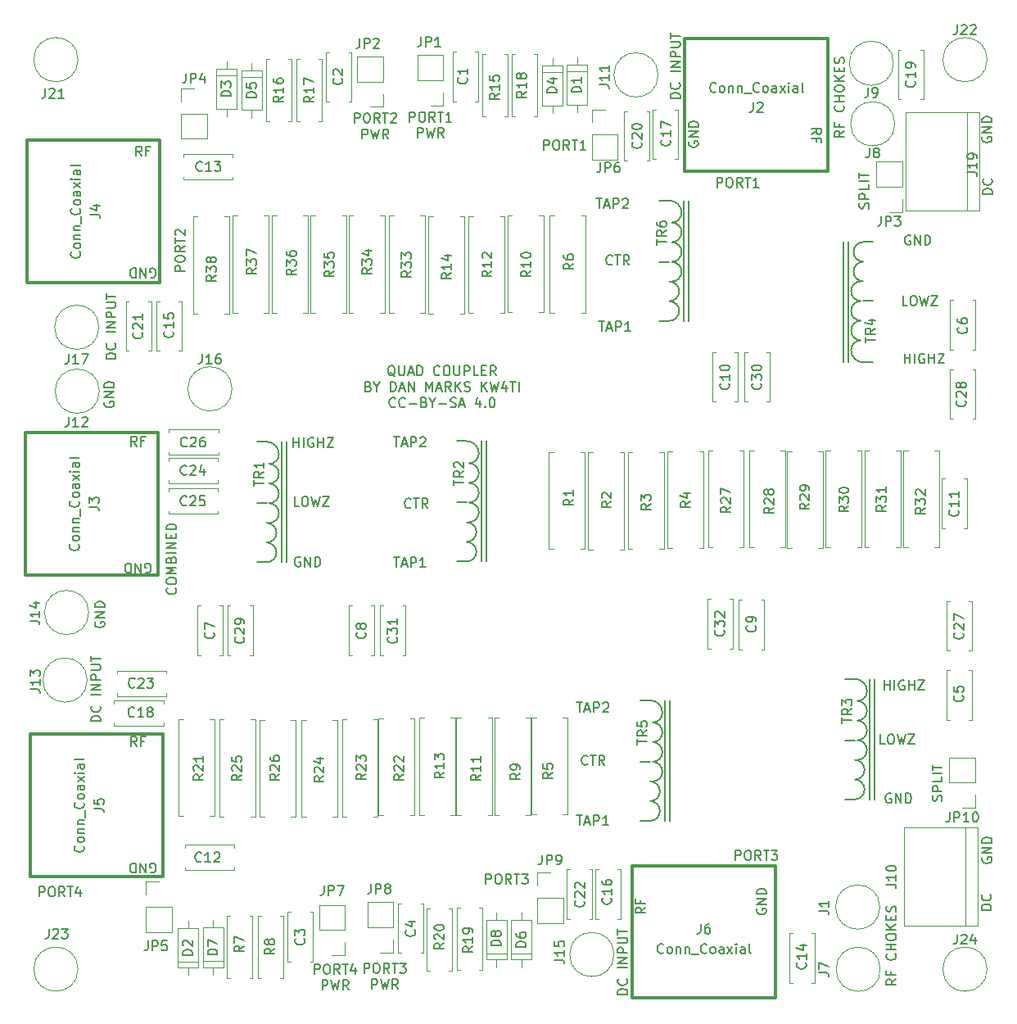
<source format=gbr>
G04 #@! TF.FileFunction,Legend,Top*
%FSLAX46Y46*%
G04 Gerber Fmt 4.6, Leading zero omitted, Abs format (unit mm)*
G04 Created by KiCad (PCBNEW 4.0.7) date 05/23/19 12:09:21*
%MOMM*%
%LPD*%
G01*
G04 APERTURE LIST*
%ADD10C,0.100000*%
%ADD11C,0.150000*%
%ADD12C,0.120000*%
%ADD13C,0.300000*%
%ADD14C,0.200000*%
G04 APERTURE END LIST*
D10*
D11*
X129865381Y-138045390D02*
X129389190Y-138378724D01*
X129865381Y-138616819D02*
X128865381Y-138616819D01*
X128865381Y-138235866D01*
X128913000Y-138140628D01*
X128960619Y-138093009D01*
X129055857Y-138045390D01*
X129198714Y-138045390D01*
X129293952Y-138093009D01*
X129341571Y-138140628D01*
X129389190Y-138235866D01*
X129389190Y-138616819D01*
X129341571Y-137283485D02*
X129341571Y-137616819D01*
X129865381Y-137616819D02*
X128865381Y-137616819D01*
X128865381Y-137140628D01*
X129770143Y-135426342D02*
X129817762Y-135473961D01*
X129865381Y-135616818D01*
X129865381Y-135712056D01*
X129817762Y-135854914D01*
X129722524Y-135950152D01*
X129627286Y-135997771D01*
X129436810Y-136045390D01*
X129293952Y-136045390D01*
X129103476Y-135997771D01*
X129008238Y-135950152D01*
X128913000Y-135854914D01*
X128865381Y-135712056D01*
X128865381Y-135616818D01*
X128913000Y-135473961D01*
X128960619Y-135426342D01*
X129865381Y-134997771D02*
X128865381Y-134997771D01*
X129341571Y-134997771D02*
X129341571Y-134426342D01*
X129865381Y-134426342D02*
X128865381Y-134426342D01*
X128865381Y-133759676D02*
X128865381Y-133569199D01*
X128913000Y-133473961D01*
X129008238Y-133378723D01*
X129198714Y-133331104D01*
X129532048Y-133331104D01*
X129722524Y-133378723D01*
X129817762Y-133473961D01*
X129865381Y-133569199D01*
X129865381Y-133759676D01*
X129817762Y-133854914D01*
X129722524Y-133950152D01*
X129532048Y-133997771D01*
X129198714Y-133997771D01*
X129008238Y-133950152D01*
X128913000Y-133854914D01*
X128865381Y-133759676D01*
X129865381Y-132902533D02*
X128865381Y-132902533D01*
X129865381Y-132331104D02*
X129293952Y-132759676D01*
X128865381Y-132331104D02*
X129436810Y-132902533D01*
X129341571Y-131902533D02*
X129341571Y-131569199D01*
X129865381Y-131426342D02*
X129865381Y-131902533D01*
X128865381Y-131902533D01*
X128865381Y-131426342D01*
X129817762Y-131045390D02*
X129865381Y-130902533D01*
X129865381Y-130664437D01*
X129817762Y-130569199D01*
X129770143Y-130521580D01*
X129674905Y-130473961D01*
X129579667Y-130473961D01*
X129484429Y-130521580D01*
X129436810Y-130569199D01*
X129389190Y-130664437D01*
X129341571Y-130854914D01*
X129293952Y-130950152D01*
X129246333Y-130997771D01*
X129151095Y-131045390D01*
X129055857Y-131045390D01*
X128960619Y-130997771D01*
X128913000Y-130950152D01*
X128865381Y-130854914D01*
X128865381Y-130616818D01*
X128913000Y-130473961D01*
X102103181Y-139605924D02*
X101103181Y-139605924D01*
X101103181Y-139367829D01*
X101150800Y-139224971D01*
X101246038Y-139129733D01*
X101341276Y-139082114D01*
X101531752Y-139034495D01*
X101674610Y-139034495D01*
X101865086Y-139082114D01*
X101960324Y-139129733D01*
X102055562Y-139224971D01*
X102103181Y-139367829D01*
X102103181Y-139605924D01*
X102007943Y-138034495D02*
X102055562Y-138082114D01*
X102103181Y-138224971D01*
X102103181Y-138320209D01*
X102055562Y-138463067D01*
X101960324Y-138558305D01*
X101865086Y-138605924D01*
X101674610Y-138653543D01*
X101531752Y-138653543D01*
X101341276Y-138605924D01*
X101246038Y-138558305D01*
X101150800Y-138463067D01*
X101103181Y-138320209D01*
X101103181Y-138224971D01*
X101150800Y-138082114D01*
X101198419Y-138034495D01*
X102103181Y-136844019D02*
X101103181Y-136844019D01*
X102103181Y-136367829D02*
X101103181Y-136367829D01*
X102103181Y-135796400D01*
X101103181Y-135796400D01*
X102103181Y-135320210D02*
X101103181Y-135320210D01*
X101103181Y-134939257D01*
X101150800Y-134844019D01*
X101198419Y-134796400D01*
X101293657Y-134748781D01*
X101436514Y-134748781D01*
X101531752Y-134796400D01*
X101579371Y-134844019D01*
X101626990Y-134939257D01*
X101626990Y-135320210D01*
X101103181Y-134320210D02*
X101912705Y-134320210D01*
X102007943Y-134272591D01*
X102055562Y-134224972D01*
X102103181Y-134129734D01*
X102103181Y-133939257D01*
X102055562Y-133844019D01*
X102007943Y-133796400D01*
X101912705Y-133748781D01*
X101103181Y-133748781D01*
X101103181Y-133415448D02*
X101103181Y-132844019D01*
X102103181Y-133129734D02*
X101103181Y-133129734D01*
X48064800Y-78384304D02*
X48017181Y-78479542D01*
X48017181Y-78622399D01*
X48064800Y-78765257D01*
X48160038Y-78860495D01*
X48255276Y-78908114D01*
X48445752Y-78955733D01*
X48588610Y-78955733D01*
X48779086Y-78908114D01*
X48874324Y-78860495D01*
X48969562Y-78765257D01*
X49017181Y-78622399D01*
X49017181Y-78527161D01*
X48969562Y-78384304D01*
X48921943Y-78336685D01*
X48588610Y-78336685D01*
X48588610Y-78527161D01*
X49017181Y-77908114D02*
X48017181Y-77908114D01*
X49017181Y-77336685D01*
X48017181Y-77336685D01*
X49017181Y-76860495D02*
X48017181Y-76860495D01*
X48017181Y-76622400D01*
X48064800Y-76479542D01*
X48160038Y-76384304D01*
X48255276Y-76336685D01*
X48445752Y-76289066D01*
X48588610Y-76289066D01*
X48779086Y-76336685D01*
X48874324Y-76384304D01*
X48969562Y-76479542D01*
X49017181Y-76622400D01*
X49017181Y-76860495D01*
X47074200Y-101117304D02*
X47026581Y-101212542D01*
X47026581Y-101355399D01*
X47074200Y-101498257D01*
X47169438Y-101593495D01*
X47264676Y-101641114D01*
X47455152Y-101688733D01*
X47598010Y-101688733D01*
X47788486Y-101641114D01*
X47883724Y-101593495D01*
X47978962Y-101498257D01*
X48026581Y-101355399D01*
X48026581Y-101260161D01*
X47978962Y-101117304D01*
X47931343Y-101069685D01*
X47598010Y-101069685D01*
X47598010Y-101260161D01*
X48026581Y-100641114D02*
X47026581Y-100641114D01*
X48026581Y-100069685D01*
X47026581Y-100069685D01*
X48026581Y-99593495D02*
X47026581Y-99593495D01*
X47026581Y-99355400D01*
X47074200Y-99212542D01*
X47169438Y-99117304D01*
X47264676Y-99069685D01*
X47455152Y-99022066D01*
X47598010Y-99022066D01*
X47788486Y-99069685D01*
X47883724Y-99117304D01*
X47978962Y-99212542D01*
X48026581Y-99355400D01*
X48026581Y-99593495D01*
X47632881Y-111386524D02*
X46632881Y-111386524D01*
X46632881Y-111148429D01*
X46680500Y-111005571D01*
X46775738Y-110910333D01*
X46870976Y-110862714D01*
X47061452Y-110815095D01*
X47204310Y-110815095D01*
X47394786Y-110862714D01*
X47490024Y-110910333D01*
X47585262Y-111005571D01*
X47632881Y-111148429D01*
X47632881Y-111386524D01*
X47537643Y-109815095D02*
X47585262Y-109862714D01*
X47632881Y-110005571D01*
X47632881Y-110100809D01*
X47585262Y-110243667D01*
X47490024Y-110338905D01*
X47394786Y-110386524D01*
X47204310Y-110434143D01*
X47061452Y-110434143D01*
X46870976Y-110386524D01*
X46775738Y-110338905D01*
X46680500Y-110243667D01*
X46632881Y-110100809D01*
X46632881Y-110005571D01*
X46680500Y-109862714D01*
X46728119Y-109815095D01*
X47632881Y-108624619D02*
X46632881Y-108624619D01*
X47632881Y-108148429D02*
X46632881Y-108148429D01*
X47632881Y-107577000D01*
X46632881Y-107577000D01*
X47632881Y-107100810D02*
X46632881Y-107100810D01*
X46632881Y-106719857D01*
X46680500Y-106624619D01*
X46728119Y-106577000D01*
X46823357Y-106529381D01*
X46966214Y-106529381D01*
X47061452Y-106577000D01*
X47109071Y-106624619D01*
X47156690Y-106719857D01*
X47156690Y-107100810D01*
X46632881Y-106100810D02*
X47442405Y-106100810D01*
X47537643Y-106053191D01*
X47585262Y-106005572D01*
X47632881Y-105910334D01*
X47632881Y-105719857D01*
X47585262Y-105624619D01*
X47537643Y-105577000D01*
X47442405Y-105529381D01*
X46632881Y-105529381D01*
X46632881Y-105196048D02*
X46632881Y-104624619D01*
X47632881Y-104910334D02*
X46632881Y-104910334D01*
X49194981Y-73921524D02*
X48194981Y-73921524D01*
X48194981Y-73683429D01*
X48242600Y-73540571D01*
X48337838Y-73445333D01*
X48433076Y-73397714D01*
X48623552Y-73350095D01*
X48766410Y-73350095D01*
X48956886Y-73397714D01*
X49052124Y-73445333D01*
X49147362Y-73540571D01*
X49194981Y-73683429D01*
X49194981Y-73921524D01*
X49099743Y-72350095D02*
X49147362Y-72397714D01*
X49194981Y-72540571D01*
X49194981Y-72635809D01*
X49147362Y-72778667D01*
X49052124Y-72873905D01*
X48956886Y-72921524D01*
X48766410Y-72969143D01*
X48623552Y-72969143D01*
X48433076Y-72921524D01*
X48337838Y-72873905D01*
X48242600Y-72778667D01*
X48194981Y-72635809D01*
X48194981Y-72540571D01*
X48242600Y-72397714D01*
X48290219Y-72350095D01*
X49194981Y-71159619D02*
X48194981Y-71159619D01*
X49194981Y-70683429D02*
X48194981Y-70683429D01*
X49194981Y-70112000D01*
X48194981Y-70112000D01*
X49194981Y-69635810D02*
X48194981Y-69635810D01*
X48194981Y-69254857D01*
X48242600Y-69159619D01*
X48290219Y-69112000D01*
X48385457Y-69064381D01*
X48528314Y-69064381D01*
X48623552Y-69112000D01*
X48671171Y-69159619D01*
X48718790Y-69254857D01*
X48718790Y-69635810D01*
X48194981Y-68635810D02*
X49004505Y-68635810D01*
X49099743Y-68588191D01*
X49147362Y-68540572D01*
X49194981Y-68445334D01*
X49194981Y-68254857D01*
X49147362Y-68159619D01*
X49099743Y-68112000D01*
X49004505Y-68064381D01*
X48194981Y-68064381D01*
X48194981Y-67731048D02*
X48194981Y-67159619D01*
X49194981Y-67445334D02*
X48194981Y-67445334D01*
X107538781Y-46997524D02*
X106538781Y-46997524D01*
X106538781Y-46759429D01*
X106586400Y-46616571D01*
X106681638Y-46521333D01*
X106776876Y-46473714D01*
X106967352Y-46426095D01*
X107110210Y-46426095D01*
X107300686Y-46473714D01*
X107395924Y-46521333D01*
X107491162Y-46616571D01*
X107538781Y-46759429D01*
X107538781Y-46997524D01*
X107443543Y-45426095D02*
X107491162Y-45473714D01*
X107538781Y-45616571D01*
X107538781Y-45711809D01*
X107491162Y-45854667D01*
X107395924Y-45949905D01*
X107300686Y-45997524D01*
X107110210Y-46045143D01*
X106967352Y-46045143D01*
X106776876Y-45997524D01*
X106681638Y-45949905D01*
X106586400Y-45854667D01*
X106538781Y-45711809D01*
X106538781Y-45616571D01*
X106586400Y-45473714D01*
X106634019Y-45426095D01*
X107538781Y-44235619D02*
X106538781Y-44235619D01*
X107538781Y-43759429D02*
X106538781Y-43759429D01*
X107538781Y-43188000D01*
X106538781Y-43188000D01*
X107538781Y-42711810D02*
X106538781Y-42711810D01*
X106538781Y-42330857D01*
X106586400Y-42235619D01*
X106634019Y-42188000D01*
X106729257Y-42140381D01*
X106872114Y-42140381D01*
X106967352Y-42188000D01*
X107014971Y-42235619D01*
X107062590Y-42330857D01*
X107062590Y-42711810D01*
X106538781Y-41711810D02*
X107348305Y-41711810D01*
X107443543Y-41664191D01*
X107491162Y-41616572D01*
X107538781Y-41521334D01*
X107538781Y-41330857D01*
X107491162Y-41235619D01*
X107443543Y-41188000D01*
X107348305Y-41140381D01*
X106538781Y-41140381D01*
X106538781Y-40807048D02*
X106538781Y-40235619D01*
X107538781Y-40521334D02*
X106538781Y-40521334D01*
X124505981Y-50364590D02*
X124029790Y-50697924D01*
X124505981Y-50936019D02*
X123505981Y-50936019D01*
X123505981Y-50555066D01*
X123553600Y-50459828D01*
X123601219Y-50412209D01*
X123696457Y-50364590D01*
X123839314Y-50364590D01*
X123934552Y-50412209D01*
X123982171Y-50459828D01*
X124029790Y-50555066D01*
X124029790Y-50936019D01*
X123982171Y-49602685D02*
X123982171Y-49936019D01*
X124505981Y-49936019D02*
X123505981Y-49936019D01*
X123505981Y-49459828D01*
X124410743Y-47745542D02*
X124458362Y-47793161D01*
X124505981Y-47936018D01*
X124505981Y-48031256D01*
X124458362Y-48174114D01*
X124363124Y-48269352D01*
X124267886Y-48316971D01*
X124077410Y-48364590D01*
X123934552Y-48364590D01*
X123744076Y-48316971D01*
X123648838Y-48269352D01*
X123553600Y-48174114D01*
X123505981Y-48031256D01*
X123505981Y-47936018D01*
X123553600Y-47793161D01*
X123601219Y-47745542D01*
X124505981Y-47316971D02*
X123505981Y-47316971D01*
X123982171Y-47316971D02*
X123982171Y-46745542D01*
X124505981Y-46745542D02*
X123505981Y-46745542D01*
X123505981Y-46078876D02*
X123505981Y-45888399D01*
X123553600Y-45793161D01*
X123648838Y-45697923D01*
X123839314Y-45650304D01*
X124172648Y-45650304D01*
X124363124Y-45697923D01*
X124458362Y-45793161D01*
X124505981Y-45888399D01*
X124505981Y-46078876D01*
X124458362Y-46174114D01*
X124363124Y-46269352D01*
X124172648Y-46316971D01*
X123839314Y-46316971D01*
X123648838Y-46269352D01*
X123553600Y-46174114D01*
X123505981Y-46078876D01*
X124505981Y-45221733D02*
X123505981Y-45221733D01*
X124505981Y-44650304D02*
X123934552Y-45078876D01*
X123505981Y-44650304D02*
X124077410Y-45221733D01*
X123982171Y-44221733D02*
X123982171Y-43888399D01*
X124505981Y-43745542D02*
X124505981Y-44221733D01*
X123505981Y-44221733D01*
X123505981Y-43745542D01*
X124458362Y-43364590D02*
X124505981Y-43221733D01*
X124505981Y-42983637D01*
X124458362Y-42888399D01*
X124410743Y-42840780D01*
X124315505Y-42793161D01*
X124220267Y-42793161D01*
X124125029Y-42840780D01*
X124077410Y-42888399D01*
X124029790Y-42983637D01*
X123982171Y-43174114D01*
X123934552Y-43269352D01*
X123886933Y-43316971D01*
X123791695Y-43364590D01*
X123696457Y-43364590D01*
X123601219Y-43316971D01*
X123553600Y-43269352D01*
X123505981Y-43174114D01*
X123505981Y-42936018D01*
X123553600Y-42793161D01*
X139707881Y-130873405D02*
X138707881Y-130873405D01*
X138707881Y-130635310D01*
X138755500Y-130492452D01*
X138850738Y-130397214D01*
X138945976Y-130349595D01*
X139136452Y-130301976D01*
X139279310Y-130301976D01*
X139469786Y-130349595D01*
X139565024Y-130397214D01*
X139660262Y-130492452D01*
X139707881Y-130635310D01*
X139707881Y-130873405D01*
X139612643Y-129301976D02*
X139660262Y-129349595D01*
X139707881Y-129492452D01*
X139707881Y-129587690D01*
X139660262Y-129730548D01*
X139565024Y-129825786D01*
X139469786Y-129873405D01*
X139279310Y-129921024D01*
X139136452Y-129921024D01*
X138945976Y-129873405D01*
X138850738Y-129825786D01*
X138755500Y-129730548D01*
X138707881Y-129587690D01*
X138707881Y-129492452D01*
X138755500Y-129349595D01*
X138803119Y-129301976D01*
X138819000Y-125475904D02*
X138771381Y-125571142D01*
X138771381Y-125713999D01*
X138819000Y-125856857D01*
X138914238Y-125952095D01*
X139009476Y-125999714D01*
X139199952Y-126047333D01*
X139342810Y-126047333D01*
X139533286Y-125999714D01*
X139628524Y-125952095D01*
X139723762Y-125856857D01*
X139771381Y-125713999D01*
X139771381Y-125618761D01*
X139723762Y-125475904D01*
X139676143Y-125428285D01*
X139342810Y-125428285D01*
X139342810Y-125618761D01*
X139771381Y-124999714D02*
X138771381Y-124999714D01*
X139771381Y-124428285D01*
X138771381Y-124428285D01*
X139771381Y-123952095D02*
X138771381Y-123952095D01*
X138771381Y-123714000D01*
X138819000Y-123571142D01*
X138914238Y-123475904D01*
X139009476Y-123428285D01*
X139199952Y-123380666D01*
X139342810Y-123380666D01*
X139533286Y-123428285D01*
X139628524Y-123475904D01*
X139723762Y-123571142D01*
X139771381Y-123714000D01*
X139771381Y-123952095D01*
X139834881Y-56895905D02*
X138834881Y-56895905D01*
X138834881Y-56657810D01*
X138882500Y-56514952D01*
X138977738Y-56419714D01*
X139072976Y-56372095D01*
X139263452Y-56324476D01*
X139406310Y-56324476D01*
X139596786Y-56372095D01*
X139692024Y-56419714D01*
X139787262Y-56514952D01*
X139834881Y-56657810D01*
X139834881Y-56895905D01*
X139739643Y-55324476D02*
X139787262Y-55372095D01*
X139834881Y-55514952D01*
X139834881Y-55610190D01*
X139787262Y-55753048D01*
X139692024Y-55848286D01*
X139596786Y-55895905D01*
X139406310Y-55943524D01*
X139263452Y-55943524D01*
X139072976Y-55895905D01*
X138977738Y-55848286D01*
X138882500Y-55753048D01*
X138834881Y-55610190D01*
X138834881Y-55514952D01*
X138882500Y-55372095D01*
X138930119Y-55324476D01*
X138819000Y-50990404D02*
X138771381Y-51085642D01*
X138771381Y-51228499D01*
X138819000Y-51371357D01*
X138914238Y-51466595D01*
X139009476Y-51514214D01*
X139199952Y-51561833D01*
X139342810Y-51561833D01*
X139533286Y-51514214D01*
X139628524Y-51466595D01*
X139723762Y-51371357D01*
X139771381Y-51228499D01*
X139771381Y-51133261D01*
X139723762Y-50990404D01*
X139676143Y-50942785D01*
X139342810Y-50942785D01*
X139342810Y-51133261D01*
X139771381Y-50514214D02*
X138771381Y-50514214D01*
X139771381Y-49942785D01*
X138771381Y-49942785D01*
X139771381Y-49466595D02*
X138771381Y-49466595D01*
X138771381Y-49228500D01*
X138819000Y-49085642D01*
X138914238Y-48990404D01*
X139009476Y-48942785D01*
X139199952Y-48895166D01*
X139342810Y-48895166D01*
X139533286Y-48942785D01*
X139628524Y-48990404D01*
X139723762Y-49085642D01*
X139771381Y-49228500D01*
X139771381Y-49466595D01*
X98893524Y-57364381D02*
X99464953Y-57364381D01*
X99179238Y-58364381D02*
X99179238Y-57364381D01*
X99750667Y-58078667D02*
X100226858Y-58078667D01*
X99655429Y-58364381D02*
X99988762Y-57364381D01*
X100322096Y-58364381D01*
X100655429Y-58364381D02*
X100655429Y-57364381D01*
X101036382Y-57364381D01*
X101131620Y-57412000D01*
X101179239Y-57459619D01*
X101226858Y-57554857D01*
X101226858Y-57697714D01*
X101179239Y-57792952D01*
X101131620Y-57840571D01*
X101036382Y-57888190D01*
X100655429Y-57888190D01*
X101607810Y-57459619D02*
X101655429Y-57412000D01*
X101750667Y-57364381D01*
X101988763Y-57364381D01*
X102084001Y-57412000D01*
X102131620Y-57459619D01*
X102179239Y-57554857D01*
X102179239Y-57650095D01*
X102131620Y-57792952D01*
X101560191Y-58364381D01*
X102179239Y-58364381D01*
X93462743Y-52319181D02*
X93462743Y-51319181D01*
X93843696Y-51319181D01*
X93938934Y-51366800D01*
X93986553Y-51414419D01*
X94034172Y-51509657D01*
X94034172Y-51652514D01*
X93986553Y-51747752D01*
X93938934Y-51795371D01*
X93843696Y-51842990D01*
X93462743Y-51842990D01*
X94653219Y-51319181D02*
X94843696Y-51319181D01*
X94938934Y-51366800D01*
X95034172Y-51462038D01*
X95081791Y-51652514D01*
X95081791Y-51985848D01*
X95034172Y-52176324D01*
X94938934Y-52271562D01*
X94843696Y-52319181D01*
X94653219Y-52319181D01*
X94557981Y-52271562D01*
X94462743Y-52176324D01*
X94415124Y-51985848D01*
X94415124Y-51652514D01*
X94462743Y-51462038D01*
X94557981Y-51366800D01*
X94653219Y-51319181D01*
X96081791Y-52319181D02*
X95748457Y-51842990D01*
X95510362Y-52319181D02*
X95510362Y-51319181D01*
X95891315Y-51319181D01*
X95986553Y-51366800D01*
X96034172Y-51414419D01*
X96081791Y-51509657D01*
X96081791Y-51652514D01*
X96034172Y-51747752D01*
X95986553Y-51795371D01*
X95891315Y-51842990D01*
X95510362Y-51842990D01*
X96367505Y-51319181D02*
X96938934Y-51319181D01*
X96653219Y-52319181D02*
X96653219Y-51319181D01*
X97796077Y-52319181D02*
X97224648Y-52319181D01*
X97510362Y-52319181D02*
X97510362Y-51319181D01*
X97415124Y-51462038D01*
X97319886Y-51557276D01*
X97224648Y-51604895D01*
X69739143Y-137485881D02*
X69739143Y-136485881D01*
X70120096Y-136485881D01*
X70215334Y-136533500D01*
X70262953Y-136581119D01*
X70310572Y-136676357D01*
X70310572Y-136819214D01*
X70262953Y-136914452D01*
X70215334Y-136962071D01*
X70120096Y-137009690D01*
X69739143Y-137009690D01*
X70929619Y-136485881D02*
X71120096Y-136485881D01*
X71215334Y-136533500D01*
X71310572Y-136628738D01*
X71358191Y-136819214D01*
X71358191Y-137152548D01*
X71310572Y-137343024D01*
X71215334Y-137438262D01*
X71120096Y-137485881D01*
X70929619Y-137485881D01*
X70834381Y-137438262D01*
X70739143Y-137343024D01*
X70691524Y-137152548D01*
X70691524Y-136819214D01*
X70739143Y-136628738D01*
X70834381Y-136533500D01*
X70929619Y-136485881D01*
X72358191Y-137485881D02*
X72024857Y-137009690D01*
X71786762Y-137485881D02*
X71786762Y-136485881D01*
X72167715Y-136485881D01*
X72262953Y-136533500D01*
X72310572Y-136581119D01*
X72358191Y-136676357D01*
X72358191Y-136819214D01*
X72310572Y-136914452D01*
X72262953Y-136962071D01*
X72167715Y-137009690D01*
X71786762Y-137009690D01*
X72643905Y-136485881D02*
X73215334Y-136485881D01*
X72929619Y-137485881D02*
X72929619Y-136485881D01*
X73977239Y-136819214D02*
X73977239Y-137485881D01*
X73739143Y-136438262D02*
X73501048Y-137152548D01*
X74120096Y-137152548D01*
X70548667Y-139135881D02*
X70548667Y-138135881D01*
X70929620Y-138135881D01*
X71024858Y-138183500D01*
X71072477Y-138231119D01*
X71120096Y-138326357D01*
X71120096Y-138469214D01*
X71072477Y-138564452D01*
X71024858Y-138612071D01*
X70929620Y-138659690D01*
X70548667Y-138659690D01*
X71453429Y-138135881D02*
X71691524Y-139135881D01*
X71882001Y-138421595D01*
X72072477Y-139135881D01*
X72310572Y-138135881D01*
X73262953Y-139135881D02*
X72929619Y-138659690D01*
X72691524Y-139135881D02*
X72691524Y-138135881D01*
X73072477Y-138135881D01*
X73167715Y-138183500D01*
X73215334Y-138231119D01*
X73262953Y-138326357D01*
X73262953Y-138469214D01*
X73215334Y-138564452D01*
X73167715Y-138612071D01*
X73072477Y-138659690D01*
X72691524Y-138659690D01*
X74859783Y-137396981D02*
X74859783Y-136396981D01*
X75240736Y-136396981D01*
X75335974Y-136444600D01*
X75383593Y-136492219D01*
X75431212Y-136587457D01*
X75431212Y-136730314D01*
X75383593Y-136825552D01*
X75335974Y-136873171D01*
X75240736Y-136920790D01*
X74859783Y-136920790D01*
X76050259Y-136396981D02*
X76240736Y-136396981D01*
X76335974Y-136444600D01*
X76431212Y-136539838D01*
X76478831Y-136730314D01*
X76478831Y-137063648D01*
X76431212Y-137254124D01*
X76335974Y-137349362D01*
X76240736Y-137396981D01*
X76050259Y-137396981D01*
X75955021Y-137349362D01*
X75859783Y-137254124D01*
X75812164Y-137063648D01*
X75812164Y-136730314D01*
X75859783Y-136539838D01*
X75955021Y-136444600D01*
X76050259Y-136396981D01*
X77478831Y-137396981D02*
X77145497Y-136920790D01*
X76907402Y-137396981D02*
X76907402Y-136396981D01*
X77288355Y-136396981D01*
X77383593Y-136444600D01*
X77431212Y-136492219D01*
X77478831Y-136587457D01*
X77478831Y-136730314D01*
X77431212Y-136825552D01*
X77383593Y-136873171D01*
X77288355Y-136920790D01*
X76907402Y-136920790D01*
X77764545Y-136396981D02*
X78335974Y-136396981D01*
X78050259Y-137396981D02*
X78050259Y-136396981D01*
X78574069Y-136396981D02*
X79193117Y-136396981D01*
X78859783Y-136777933D01*
X79002641Y-136777933D01*
X79097879Y-136825552D01*
X79145498Y-136873171D01*
X79193117Y-136968410D01*
X79193117Y-137206505D01*
X79145498Y-137301743D01*
X79097879Y-137349362D01*
X79002641Y-137396981D01*
X78716926Y-137396981D01*
X78621688Y-137349362D01*
X78574069Y-137301743D01*
X75669307Y-139046981D02*
X75669307Y-138046981D01*
X76050260Y-138046981D01*
X76145498Y-138094600D01*
X76193117Y-138142219D01*
X76240736Y-138237457D01*
X76240736Y-138380314D01*
X76193117Y-138475552D01*
X76145498Y-138523171D01*
X76050260Y-138570790D01*
X75669307Y-138570790D01*
X76574069Y-138046981D02*
X76812164Y-139046981D01*
X77002641Y-138332695D01*
X77193117Y-139046981D01*
X77431212Y-138046981D01*
X78383593Y-139046981D02*
X78050259Y-138570790D01*
X77812164Y-139046981D02*
X77812164Y-138046981D01*
X78193117Y-138046981D01*
X78288355Y-138094600D01*
X78335974Y-138142219D01*
X78383593Y-138237457D01*
X78383593Y-138380314D01*
X78335974Y-138475552D01*
X78288355Y-138523171D01*
X78193117Y-138570790D01*
X77812164Y-138570790D01*
X73866643Y-49538381D02*
X73866643Y-48538381D01*
X74247596Y-48538381D01*
X74342834Y-48586000D01*
X74390453Y-48633619D01*
X74438072Y-48728857D01*
X74438072Y-48871714D01*
X74390453Y-48966952D01*
X74342834Y-49014571D01*
X74247596Y-49062190D01*
X73866643Y-49062190D01*
X75057119Y-48538381D02*
X75247596Y-48538381D01*
X75342834Y-48586000D01*
X75438072Y-48681238D01*
X75485691Y-48871714D01*
X75485691Y-49205048D01*
X75438072Y-49395524D01*
X75342834Y-49490762D01*
X75247596Y-49538381D01*
X75057119Y-49538381D01*
X74961881Y-49490762D01*
X74866643Y-49395524D01*
X74819024Y-49205048D01*
X74819024Y-48871714D01*
X74866643Y-48681238D01*
X74961881Y-48586000D01*
X75057119Y-48538381D01*
X76485691Y-49538381D02*
X76152357Y-49062190D01*
X75914262Y-49538381D02*
X75914262Y-48538381D01*
X76295215Y-48538381D01*
X76390453Y-48586000D01*
X76438072Y-48633619D01*
X76485691Y-48728857D01*
X76485691Y-48871714D01*
X76438072Y-48966952D01*
X76390453Y-49014571D01*
X76295215Y-49062190D01*
X75914262Y-49062190D01*
X76771405Y-48538381D02*
X77342834Y-48538381D01*
X77057119Y-49538381D02*
X77057119Y-48538381D01*
X77628548Y-48633619D02*
X77676167Y-48586000D01*
X77771405Y-48538381D01*
X78009501Y-48538381D01*
X78104739Y-48586000D01*
X78152358Y-48633619D01*
X78199977Y-48728857D01*
X78199977Y-48824095D01*
X78152358Y-48966952D01*
X77580929Y-49538381D01*
X78199977Y-49538381D01*
X74676167Y-51188381D02*
X74676167Y-50188381D01*
X75057120Y-50188381D01*
X75152358Y-50236000D01*
X75199977Y-50283619D01*
X75247596Y-50378857D01*
X75247596Y-50521714D01*
X75199977Y-50616952D01*
X75152358Y-50664571D01*
X75057120Y-50712190D01*
X74676167Y-50712190D01*
X75580929Y-50188381D02*
X75819024Y-51188381D01*
X76009501Y-50474095D01*
X76199977Y-51188381D01*
X76438072Y-50188381D01*
X77390453Y-51188381D02*
X77057119Y-50712190D01*
X76819024Y-51188381D02*
X76819024Y-50188381D01*
X77199977Y-50188381D01*
X77295215Y-50236000D01*
X77342834Y-50283619D01*
X77390453Y-50378857D01*
X77390453Y-50521714D01*
X77342834Y-50616952D01*
X77295215Y-50664571D01*
X77199977Y-50712190D01*
X76819024Y-50712190D01*
X79581643Y-49411381D02*
X79581643Y-48411381D01*
X79962596Y-48411381D01*
X80057834Y-48459000D01*
X80105453Y-48506619D01*
X80153072Y-48601857D01*
X80153072Y-48744714D01*
X80105453Y-48839952D01*
X80057834Y-48887571D01*
X79962596Y-48935190D01*
X79581643Y-48935190D01*
X80772119Y-48411381D02*
X80962596Y-48411381D01*
X81057834Y-48459000D01*
X81153072Y-48554238D01*
X81200691Y-48744714D01*
X81200691Y-49078048D01*
X81153072Y-49268524D01*
X81057834Y-49363762D01*
X80962596Y-49411381D01*
X80772119Y-49411381D01*
X80676881Y-49363762D01*
X80581643Y-49268524D01*
X80534024Y-49078048D01*
X80534024Y-48744714D01*
X80581643Y-48554238D01*
X80676881Y-48459000D01*
X80772119Y-48411381D01*
X82200691Y-49411381D02*
X81867357Y-48935190D01*
X81629262Y-49411381D02*
X81629262Y-48411381D01*
X82010215Y-48411381D01*
X82105453Y-48459000D01*
X82153072Y-48506619D01*
X82200691Y-48601857D01*
X82200691Y-48744714D01*
X82153072Y-48839952D01*
X82105453Y-48887571D01*
X82010215Y-48935190D01*
X81629262Y-48935190D01*
X82486405Y-48411381D02*
X83057834Y-48411381D01*
X82772119Y-49411381D02*
X82772119Y-48411381D01*
X83914977Y-49411381D02*
X83343548Y-49411381D01*
X83629262Y-49411381D02*
X83629262Y-48411381D01*
X83534024Y-48554238D01*
X83438786Y-48649476D01*
X83343548Y-48697095D01*
X80391167Y-51061381D02*
X80391167Y-50061381D01*
X80772120Y-50061381D01*
X80867358Y-50109000D01*
X80914977Y-50156619D01*
X80962596Y-50251857D01*
X80962596Y-50394714D01*
X80914977Y-50489952D01*
X80867358Y-50537571D01*
X80772120Y-50585190D01*
X80391167Y-50585190D01*
X81295929Y-50061381D02*
X81534024Y-51061381D01*
X81724501Y-50347095D01*
X81914977Y-51061381D01*
X82153072Y-50061381D01*
X83105453Y-51061381D02*
X82772119Y-50585190D01*
X82534024Y-51061381D02*
X82534024Y-50061381D01*
X82914977Y-50061381D01*
X83010215Y-50109000D01*
X83057834Y-50156619D01*
X83105453Y-50251857D01*
X83105453Y-50394714D01*
X83057834Y-50489952D01*
X83010215Y-50537571D01*
X82914977Y-50585190D01*
X82534024Y-50585190D01*
X127023762Y-58388024D02*
X127071381Y-58245167D01*
X127071381Y-58007071D01*
X127023762Y-57911833D01*
X126976143Y-57864214D01*
X126880905Y-57816595D01*
X126785667Y-57816595D01*
X126690429Y-57864214D01*
X126642810Y-57911833D01*
X126595190Y-58007071D01*
X126547571Y-58197548D01*
X126499952Y-58292786D01*
X126452333Y-58340405D01*
X126357095Y-58388024D01*
X126261857Y-58388024D01*
X126166619Y-58340405D01*
X126119000Y-58292786D01*
X126071381Y-58197548D01*
X126071381Y-57959452D01*
X126119000Y-57816595D01*
X127071381Y-57388024D02*
X126071381Y-57388024D01*
X126071381Y-57007071D01*
X126119000Y-56911833D01*
X126166619Y-56864214D01*
X126261857Y-56816595D01*
X126404714Y-56816595D01*
X126499952Y-56864214D01*
X126547571Y-56911833D01*
X126595190Y-57007071D01*
X126595190Y-57388024D01*
X127071381Y-55911833D02*
X127071381Y-56388024D01*
X126071381Y-56388024D01*
X127071381Y-55578500D02*
X126071381Y-55578500D01*
X126071381Y-55245167D02*
X126071381Y-54673738D01*
X127071381Y-54959453D02*
X126071381Y-54959453D01*
X134580262Y-119602024D02*
X134627881Y-119459167D01*
X134627881Y-119221071D01*
X134580262Y-119125833D01*
X134532643Y-119078214D01*
X134437405Y-119030595D01*
X134342167Y-119030595D01*
X134246929Y-119078214D01*
X134199310Y-119125833D01*
X134151690Y-119221071D01*
X134104071Y-119411548D01*
X134056452Y-119506786D01*
X134008833Y-119554405D01*
X133913595Y-119602024D01*
X133818357Y-119602024D01*
X133723119Y-119554405D01*
X133675500Y-119506786D01*
X133627881Y-119411548D01*
X133627881Y-119173452D01*
X133675500Y-119030595D01*
X134627881Y-118602024D02*
X133627881Y-118602024D01*
X133627881Y-118221071D01*
X133675500Y-118125833D01*
X133723119Y-118078214D01*
X133818357Y-118030595D01*
X133961214Y-118030595D01*
X134056452Y-118078214D01*
X134104071Y-118125833D01*
X134151690Y-118221071D01*
X134151690Y-118602024D01*
X134627881Y-117125833D02*
X134627881Y-117602024D01*
X133627881Y-117602024D01*
X134627881Y-116792500D02*
X133627881Y-116792500D01*
X133627881Y-116459167D02*
X133627881Y-115887738D01*
X134627881Y-116173453D02*
X133627881Y-116173453D01*
X87463263Y-128194061D02*
X87463263Y-127194061D01*
X87844216Y-127194061D01*
X87939454Y-127241680D01*
X87987073Y-127289299D01*
X88034692Y-127384537D01*
X88034692Y-127527394D01*
X87987073Y-127622632D01*
X87939454Y-127670251D01*
X87844216Y-127717870D01*
X87463263Y-127717870D01*
X88653739Y-127194061D02*
X88844216Y-127194061D01*
X88939454Y-127241680D01*
X89034692Y-127336918D01*
X89082311Y-127527394D01*
X89082311Y-127860728D01*
X89034692Y-128051204D01*
X88939454Y-128146442D01*
X88844216Y-128194061D01*
X88653739Y-128194061D01*
X88558501Y-128146442D01*
X88463263Y-128051204D01*
X88415644Y-127860728D01*
X88415644Y-127527394D01*
X88463263Y-127336918D01*
X88558501Y-127241680D01*
X88653739Y-127194061D01*
X90082311Y-128194061D02*
X89748977Y-127717870D01*
X89510882Y-128194061D02*
X89510882Y-127194061D01*
X89891835Y-127194061D01*
X89987073Y-127241680D01*
X90034692Y-127289299D01*
X90082311Y-127384537D01*
X90082311Y-127527394D01*
X90034692Y-127622632D01*
X89987073Y-127670251D01*
X89891835Y-127717870D01*
X89510882Y-127717870D01*
X90368025Y-127194061D02*
X90939454Y-127194061D01*
X90653739Y-128194061D02*
X90653739Y-127194061D01*
X91177549Y-127194061D02*
X91796597Y-127194061D01*
X91463263Y-127575013D01*
X91606121Y-127575013D01*
X91701359Y-127622632D01*
X91748978Y-127670251D01*
X91796597Y-127765490D01*
X91796597Y-128003585D01*
X91748978Y-128098823D01*
X91701359Y-128146442D01*
X91606121Y-128194061D01*
X91320406Y-128194061D01*
X91225168Y-128146442D01*
X91177549Y-128098823D01*
X41291143Y-129484381D02*
X41291143Y-128484381D01*
X41672096Y-128484381D01*
X41767334Y-128532000D01*
X41814953Y-128579619D01*
X41862572Y-128674857D01*
X41862572Y-128817714D01*
X41814953Y-128912952D01*
X41767334Y-128960571D01*
X41672096Y-129008190D01*
X41291143Y-129008190D01*
X42481619Y-128484381D02*
X42672096Y-128484381D01*
X42767334Y-128532000D01*
X42862572Y-128627238D01*
X42910191Y-128817714D01*
X42910191Y-129151048D01*
X42862572Y-129341524D01*
X42767334Y-129436762D01*
X42672096Y-129484381D01*
X42481619Y-129484381D01*
X42386381Y-129436762D01*
X42291143Y-129341524D01*
X42243524Y-129151048D01*
X42243524Y-128817714D01*
X42291143Y-128627238D01*
X42386381Y-128532000D01*
X42481619Y-128484381D01*
X43910191Y-129484381D02*
X43576857Y-129008190D01*
X43338762Y-129484381D02*
X43338762Y-128484381D01*
X43719715Y-128484381D01*
X43814953Y-128532000D01*
X43862572Y-128579619D01*
X43910191Y-128674857D01*
X43910191Y-128817714D01*
X43862572Y-128912952D01*
X43814953Y-128960571D01*
X43719715Y-129008190D01*
X43338762Y-129008190D01*
X44195905Y-128484381D02*
X44767334Y-128484381D01*
X44481619Y-129484381D02*
X44481619Y-128484381D01*
X45529239Y-128817714D02*
X45529239Y-129484381D01*
X45291143Y-128436762D02*
X45053048Y-129151048D01*
X45672096Y-129151048D01*
X113274743Y-125725181D02*
X113274743Y-124725181D01*
X113655696Y-124725181D01*
X113750934Y-124772800D01*
X113798553Y-124820419D01*
X113846172Y-124915657D01*
X113846172Y-125058514D01*
X113798553Y-125153752D01*
X113750934Y-125201371D01*
X113655696Y-125248990D01*
X113274743Y-125248990D01*
X114465219Y-124725181D02*
X114655696Y-124725181D01*
X114750934Y-124772800D01*
X114846172Y-124868038D01*
X114893791Y-125058514D01*
X114893791Y-125391848D01*
X114846172Y-125582324D01*
X114750934Y-125677562D01*
X114655696Y-125725181D01*
X114465219Y-125725181D01*
X114369981Y-125677562D01*
X114274743Y-125582324D01*
X114227124Y-125391848D01*
X114227124Y-125058514D01*
X114274743Y-124868038D01*
X114369981Y-124772800D01*
X114465219Y-124725181D01*
X115893791Y-125725181D02*
X115560457Y-125248990D01*
X115322362Y-125725181D02*
X115322362Y-124725181D01*
X115703315Y-124725181D01*
X115798553Y-124772800D01*
X115846172Y-124820419D01*
X115893791Y-124915657D01*
X115893791Y-125058514D01*
X115846172Y-125153752D01*
X115798553Y-125201371D01*
X115703315Y-125248990D01*
X115322362Y-125248990D01*
X116179505Y-124725181D02*
X116750934Y-124725181D01*
X116465219Y-125725181D02*
X116465219Y-124725181D01*
X116989029Y-124725181D02*
X117608077Y-124725181D01*
X117274743Y-125106133D01*
X117417601Y-125106133D01*
X117512839Y-125153752D01*
X117560458Y-125201371D01*
X117608077Y-125296610D01*
X117608077Y-125534705D01*
X117560458Y-125629943D01*
X117512839Y-125677562D01*
X117417601Y-125725181D01*
X117131886Y-125725181D01*
X117036648Y-125677562D01*
X116989029Y-125629943D01*
X56332381Y-64880857D02*
X55332381Y-64880857D01*
X55332381Y-64499904D01*
X55380000Y-64404666D01*
X55427619Y-64357047D01*
X55522857Y-64309428D01*
X55665714Y-64309428D01*
X55760952Y-64357047D01*
X55808571Y-64404666D01*
X55856190Y-64499904D01*
X55856190Y-64880857D01*
X55332381Y-63690381D02*
X55332381Y-63499904D01*
X55380000Y-63404666D01*
X55475238Y-63309428D01*
X55665714Y-63261809D01*
X55999048Y-63261809D01*
X56189524Y-63309428D01*
X56284762Y-63404666D01*
X56332381Y-63499904D01*
X56332381Y-63690381D01*
X56284762Y-63785619D01*
X56189524Y-63880857D01*
X55999048Y-63928476D01*
X55665714Y-63928476D01*
X55475238Y-63880857D01*
X55380000Y-63785619D01*
X55332381Y-63690381D01*
X56332381Y-62261809D02*
X55856190Y-62595143D01*
X56332381Y-62833238D02*
X55332381Y-62833238D01*
X55332381Y-62452285D01*
X55380000Y-62357047D01*
X55427619Y-62309428D01*
X55522857Y-62261809D01*
X55665714Y-62261809D01*
X55760952Y-62309428D01*
X55808571Y-62357047D01*
X55856190Y-62452285D01*
X55856190Y-62833238D01*
X55332381Y-61976095D02*
X55332381Y-61404666D01*
X56332381Y-61690381D02*
X55332381Y-61690381D01*
X55427619Y-61118952D02*
X55380000Y-61071333D01*
X55332381Y-60976095D01*
X55332381Y-60737999D01*
X55380000Y-60642761D01*
X55427619Y-60595142D01*
X55522857Y-60547523D01*
X55618095Y-60547523D01*
X55760952Y-60595142D01*
X56332381Y-61166571D01*
X56332381Y-60547523D01*
X111357143Y-56202381D02*
X111357143Y-55202381D01*
X111738096Y-55202381D01*
X111833334Y-55250000D01*
X111880953Y-55297619D01*
X111928572Y-55392857D01*
X111928572Y-55535714D01*
X111880953Y-55630952D01*
X111833334Y-55678571D01*
X111738096Y-55726190D01*
X111357143Y-55726190D01*
X112547619Y-55202381D02*
X112738096Y-55202381D01*
X112833334Y-55250000D01*
X112928572Y-55345238D01*
X112976191Y-55535714D01*
X112976191Y-55869048D01*
X112928572Y-56059524D01*
X112833334Y-56154762D01*
X112738096Y-56202381D01*
X112547619Y-56202381D01*
X112452381Y-56154762D01*
X112357143Y-56059524D01*
X112309524Y-55869048D01*
X112309524Y-55535714D01*
X112357143Y-55345238D01*
X112452381Y-55250000D01*
X112547619Y-55202381D01*
X113976191Y-56202381D02*
X113642857Y-55726190D01*
X113404762Y-56202381D02*
X113404762Y-55202381D01*
X113785715Y-55202381D01*
X113880953Y-55250000D01*
X113928572Y-55297619D01*
X113976191Y-55392857D01*
X113976191Y-55535714D01*
X113928572Y-55630952D01*
X113880953Y-55678571D01*
X113785715Y-55726190D01*
X113404762Y-55726190D01*
X114261905Y-55202381D02*
X114833334Y-55202381D01*
X114547619Y-56202381D02*
X114547619Y-55202381D01*
X115690477Y-56202381D02*
X115119048Y-56202381D01*
X115404762Y-56202381D02*
X115404762Y-55202381D01*
X115309524Y-55345238D01*
X115214286Y-55440476D01*
X115119048Y-55488095D01*
X55348143Y-97614999D02*
X55395762Y-97662618D01*
X55443381Y-97805475D01*
X55443381Y-97900713D01*
X55395762Y-98043571D01*
X55300524Y-98138809D01*
X55205286Y-98186428D01*
X55014810Y-98234047D01*
X54871952Y-98234047D01*
X54681476Y-98186428D01*
X54586238Y-98138809D01*
X54491000Y-98043571D01*
X54443381Y-97900713D01*
X54443381Y-97805475D01*
X54491000Y-97662618D01*
X54538619Y-97614999D01*
X54443381Y-96995952D02*
X54443381Y-96805475D01*
X54491000Y-96710237D01*
X54586238Y-96614999D01*
X54776714Y-96567380D01*
X55110048Y-96567380D01*
X55300524Y-96614999D01*
X55395762Y-96710237D01*
X55443381Y-96805475D01*
X55443381Y-96995952D01*
X55395762Y-97091190D01*
X55300524Y-97186428D01*
X55110048Y-97234047D01*
X54776714Y-97234047D01*
X54586238Y-97186428D01*
X54491000Y-97091190D01*
X54443381Y-96995952D01*
X55443381Y-96138809D02*
X54443381Y-96138809D01*
X55157667Y-95805475D01*
X54443381Y-95472142D01*
X55443381Y-95472142D01*
X54919571Y-94662618D02*
X54967190Y-94519761D01*
X55014810Y-94472142D01*
X55110048Y-94424523D01*
X55252905Y-94424523D01*
X55348143Y-94472142D01*
X55395762Y-94519761D01*
X55443381Y-94614999D01*
X55443381Y-94995952D01*
X54443381Y-94995952D01*
X54443381Y-94662618D01*
X54491000Y-94567380D01*
X54538619Y-94519761D01*
X54633857Y-94472142D01*
X54729095Y-94472142D01*
X54824333Y-94519761D01*
X54871952Y-94567380D01*
X54919571Y-94662618D01*
X54919571Y-94995952D01*
X55443381Y-93995952D02*
X54443381Y-93995952D01*
X55443381Y-93519762D02*
X54443381Y-93519762D01*
X55443381Y-92948333D01*
X54443381Y-92948333D01*
X54919571Y-92472143D02*
X54919571Y-92138809D01*
X55443381Y-91995952D02*
X55443381Y-92472143D01*
X54443381Y-92472143D01*
X54443381Y-91995952D01*
X55443381Y-91567381D02*
X54443381Y-91567381D01*
X54443381Y-91329286D01*
X54491000Y-91186428D01*
X54586238Y-91091190D01*
X54681476Y-91043571D01*
X54871952Y-90995952D01*
X55014810Y-90995952D01*
X55205286Y-91043571D01*
X55300524Y-91091190D01*
X55395762Y-91186428D01*
X55443381Y-91329286D01*
X55443381Y-91567381D01*
X129349596Y-118880000D02*
X129254358Y-118832381D01*
X129111501Y-118832381D01*
X128968643Y-118880000D01*
X128873405Y-118975238D01*
X128825786Y-119070476D01*
X128778167Y-119260952D01*
X128778167Y-119403810D01*
X128825786Y-119594286D01*
X128873405Y-119689524D01*
X128968643Y-119784762D01*
X129111501Y-119832381D01*
X129206739Y-119832381D01*
X129349596Y-119784762D01*
X129397215Y-119737143D01*
X129397215Y-119403810D01*
X129206739Y-119403810D01*
X129825786Y-119832381D02*
X129825786Y-118832381D01*
X130397215Y-119832381D01*
X130397215Y-118832381D01*
X130873405Y-119832381D02*
X130873405Y-118832381D01*
X131111500Y-118832381D01*
X131254358Y-118880000D01*
X131349596Y-118975238D01*
X131397215Y-119070476D01*
X131444834Y-119260952D01*
X131444834Y-119403810D01*
X131397215Y-119594286D01*
X131349596Y-119689524D01*
X131254358Y-119784762D01*
X131111500Y-119832381D01*
X130873405Y-119832381D01*
X97980572Y-115800143D02*
X97932953Y-115847762D01*
X97790096Y-115895381D01*
X97694858Y-115895381D01*
X97552000Y-115847762D01*
X97456762Y-115752524D01*
X97409143Y-115657286D01*
X97361524Y-115466810D01*
X97361524Y-115323952D01*
X97409143Y-115133476D01*
X97456762Y-115038238D01*
X97552000Y-114943000D01*
X97694858Y-114895381D01*
X97790096Y-114895381D01*
X97932953Y-114943000D01*
X97980572Y-114990619D01*
X98266286Y-114895381D02*
X98837715Y-114895381D01*
X98552000Y-115895381D02*
X98552000Y-114895381D01*
X99742477Y-115895381D02*
X99409143Y-115419190D01*
X99171048Y-115895381D02*
X99171048Y-114895381D01*
X99552001Y-114895381D01*
X99647239Y-114943000D01*
X99694858Y-114990619D01*
X99742477Y-115085857D01*
X99742477Y-115228714D01*
X99694858Y-115323952D01*
X99647239Y-115371571D01*
X99552001Y-115419190D01*
X99171048Y-115419190D01*
X96861524Y-121118381D02*
X97432953Y-121118381D01*
X97147238Y-122118381D02*
X97147238Y-121118381D01*
X97718667Y-121832667D02*
X98194858Y-121832667D01*
X97623429Y-122118381D02*
X97956762Y-121118381D01*
X98290096Y-122118381D01*
X98623429Y-122118381D02*
X98623429Y-121118381D01*
X99004382Y-121118381D01*
X99099620Y-121166000D01*
X99147239Y-121213619D01*
X99194858Y-121308857D01*
X99194858Y-121451714D01*
X99147239Y-121546952D01*
X99099620Y-121594571D01*
X99004382Y-121642190D01*
X98623429Y-121642190D01*
X100147239Y-122118381D02*
X99575810Y-122118381D01*
X99861524Y-122118381D02*
X99861524Y-121118381D01*
X99766286Y-121261238D01*
X99671048Y-121356476D01*
X99575810Y-121404095D01*
X96861524Y-109434381D02*
X97432953Y-109434381D01*
X97147238Y-110434381D02*
X97147238Y-109434381D01*
X97718667Y-110148667D02*
X98194858Y-110148667D01*
X97623429Y-110434381D02*
X97956762Y-109434381D01*
X98290096Y-110434381D01*
X98623429Y-110434381D02*
X98623429Y-109434381D01*
X99004382Y-109434381D01*
X99099620Y-109482000D01*
X99147239Y-109529619D01*
X99194858Y-109624857D01*
X99194858Y-109767714D01*
X99147239Y-109862952D01*
X99099620Y-109910571D01*
X99004382Y-109958190D01*
X98623429Y-109958190D01*
X99575810Y-109529619D02*
X99623429Y-109482000D01*
X99718667Y-109434381D01*
X99956763Y-109434381D01*
X100052001Y-109482000D01*
X100099620Y-109529619D01*
X100147239Y-109624857D01*
X100147239Y-109720095D01*
X100099620Y-109862952D01*
X99528191Y-110434381D01*
X100147239Y-110434381D01*
X77938524Y-82002381D02*
X78509953Y-82002381D01*
X78224238Y-83002381D02*
X78224238Y-82002381D01*
X78795667Y-82716667D02*
X79271858Y-82716667D01*
X78700429Y-83002381D02*
X79033762Y-82002381D01*
X79367096Y-83002381D01*
X79700429Y-83002381D02*
X79700429Y-82002381D01*
X80081382Y-82002381D01*
X80176620Y-82050000D01*
X80224239Y-82097619D01*
X80271858Y-82192857D01*
X80271858Y-82335714D01*
X80224239Y-82430952D01*
X80176620Y-82478571D01*
X80081382Y-82526190D01*
X79700429Y-82526190D01*
X80652810Y-82097619D02*
X80700429Y-82050000D01*
X80795667Y-82002381D01*
X81033763Y-82002381D01*
X81129001Y-82050000D01*
X81176620Y-82097619D01*
X81224239Y-82192857D01*
X81224239Y-82288095D01*
X81176620Y-82430952D01*
X80605191Y-83002381D01*
X81224239Y-83002381D01*
X77938524Y-94448381D02*
X78509953Y-94448381D01*
X78224238Y-95448381D02*
X78224238Y-94448381D01*
X78795667Y-95162667D02*
X79271858Y-95162667D01*
X78700429Y-95448381D02*
X79033762Y-94448381D01*
X79367096Y-95448381D01*
X79700429Y-95448381D02*
X79700429Y-94448381D01*
X80081382Y-94448381D01*
X80176620Y-94496000D01*
X80224239Y-94543619D01*
X80271858Y-94638857D01*
X80271858Y-94781714D01*
X80224239Y-94876952D01*
X80176620Y-94924571D01*
X80081382Y-94972190D01*
X79700429Y-94972190D01*
X81224239Y-95448381D02*
X80652810Y-95448381D01*
X80938524Y-95448381D02*
X80938524Y-94448381D01*
X80843286Y-94591238D01*
X80748048Y-94686476D01*
X80652810Y-94734095D01*
X79692572Y-89257143D02*
X79644953Y-89304762D01*
X79502096Y-89352381D01*
X79406858Y-89352381D01*
X79264000Y-89304762D01*
X79168762Y-89209524D01*
X79121143Y-89114286D01*
X79073524Y-88923810D01*
X79073524Y-88780952D01*
X79121143Y-88590476D01*
X79168762Y-88495238D01*
X79264000Y-88400000D01*
X79406858Y-88352381D01*
X79502096Y-88352381D01*
X79644953Y-88400000D01*
X79692572Y-88447619D01*
X79978286Y-88352381D02*
X80549715Y-88352381D01*
X80264000Y-89352381D02*
X80264000Y-88352381D01*
X81454477Y-89352381D02*
X81121143Y-88876190D01*
X80883048Y-89352381D02*
X80883048Y-88352381D01*
X81264001Y-88352381D01*
X81359239Y-88400000D01*
X81406858Y-88447619D01*
X81454477Y-88542857D01*
X81454477Y-88685714D01*
X81406858Y-88780952D01*
X81359239Y-88828571D01*
X81264001Y-88876190D01*
X80883048Y-88876190D01*
X99147524Y-70064381D02*
X99718953Y-70064381D01*
X99433238Y-71064381D02*
X99433238Y-70064381D01*
X100004667Y-70778667D02*
X100480858Y-70778667D01*
X99909429Y-71064381D02*
X100242762Y-70064381D01*
X100576096Y-71064381D01*
X100909429Y-71064381D02*
X100909429Y-70064381D01*
X101290382Y-70064381D01*
X101385620Y-70112000D01*
X101433239Y-70159619D01*
X101480858Y-70254857D01*
X101480858Y-70397714D01*
X101433239Y-70492952D01*
X101385620Y-70540571D01*
X101290382Y-70588190D01*
X100909429Y-70588190D01*
X102433239Y-71064381D02*
X101861810Y-71064381D01*
X102147524Y-71064381D02*
X102147524Y-70064381D01*
X102052286Y-70207238D01*
X101957048Y-70302476D01*
X101861810Y-70350095D01*
X100520572Y-64111143D02*
X100472953Y-64158762D01*
X100330096Y-64206381D01*
X100234858Y-64206381D01*
X100092000Y-64158762D01*
X99996762Y-64063524D01*
X99949143Y-63968286D01*
X99901524Y-63777810D01*
X99901524Y-63634952D01*
X99949143Y-63444476D01*
X99996762Y-63349238D01*
X100092000Y-63254000D01*
X100234858Y-63206381D01*
X100330096Y-63206381D01*
X100472953Y-63254000D01*
X100520572Y-63301619D01*
X100806286Y-63206381D02*
X101377715Y-63206381D01*
X101092000Y-64206381D02*
X101092000Y-63206381D01*
X102282477Y-64206381D02*
X101949143Y-63730190D01*
X101711048Y-64206381D02*
X101711048Y-63206381D01*
X102092001Y-63206381D01*
X102187239Y-63254000D01*
X102234858Y-63301619D01*
X102282477Y-63396857D01*
X102282477Y-63539714D01*
X102234858Y-63634952D01*
X102187239Y-63682571D01*
X102092001Y-63730190D01*
X101711048Y-63730190D01*
X131343496Y-61196600D02*
X131248258Y-61148981D01*
X131105401Y-61148981D01*
X130962543Y-61196600D01*
X130867305Y-61291838D01*
X130819686Y-61387076D01*
X130772067Y-61577552D01*
X130772067Y-61720410D01*
X130819686Y-61910886D01*
X130867305Y-62006124D01*
X130962543Y-62101362D01*
X131105401Y-62148981D01*
X131200639Y-62148981D01*
X131343496Y-62101362D01*
X131391115Y-62053743D01*
X131391115Y-61720410D01*
X131200639Y-61720410D01*
X131819686Y-62148981D02*
X131819686Y-61148981D01*
X132391115Y-62148981D01*
X132391115Y-61148981D01*
X132867305Y-62148981D02*
X132867305Y-61148981D01*
X133105400Y-61148981D01*
X133248258Y-61196600D01*
X133343496Y-61291838D01*
X133391115Y-61387076D01*
X133438734Y-61577552D01*
X133438734Y-61720410D01*
X133391115Y-61910886D01*
X133343496Y-62006124D01*
X133248258Y-62101362D01*
X133105400Y-62148981D01*
X132867305Y-62148981D01*
X128722596Y-113736381D02*
X128246405Y-113736381D01*
X128246405Y-112736381D01*
X129246405Y-112736381D02*
X129436882Y-112736381D01*
X129532120Y-112784000D01*
X129627358Y-112879238D01*
X129674977Y-113069714D01*
X129674977Y-113403048D01*
X129627358Y-113593524D01*
X129532120Y-113688762D01*
X129436882Y-113736381D01*
X129246405Y-113736381D01*
X129151167Y-113688762D01*
X129055929Y-113593524D01*
X129008310Y-113403048D01*
X129008310Y-113069714D01*
X129055929Y-112879238D01*
X129151167Y-112784000D01*
X129246405Y-112736381D01*
X130008310Y-112736381D02*
X130246405Y-113736381D01*
X130436882Y-113022095D01*
X130627358Y-113736381D01*
X130865453Y-112736381D01*
X131151167Y-112736381D02*
X131817834Y-112736381D01*
X131151167Y-113736381D01*
X131817834Y-113736381D01*
X131059396Y-68397381D02*
X130583205Y-68397381D01*
X130583205Y-67397381D01*
X131583205Y-67397381D02*
X131773682Y-67397381D01*
X131868920Y-67445000D01*
X131964158Y-67540238D01*
X132011777Y-67730714D01*
X132011777Y-68064048D01*
X131964158Y-68254524D01*
X131868920Y-68349762D01*
X131773682Y-68397381D01*
X131583205Y-68397381D01*
X131487967Y-68349762D01*
X131392729Y-68254524D01*
X131345110Y-68064048D01*
X131345110Y-67730714D01*
X131392729Y-67540238D01*
X131487967Y-67445000D01*
X131583205Y-67397381D01*
X132345110Y-67397381D02*
X132583205Y-68397381D01*
X132773682Y-67683095D01*
X132964158Y-68397381D01*
X133202253Y-67397381D01*
X133487967Y-67397381D02*
X134154634Y-67397381D01*
X133487967Y-68397381D01*
X134154634Y-68397381D01*
X128659191Y-108148381D02*
X128659191Y-107148381D01*
X128659191Y-107624571D02*
X129230620Y-107624571D01*
X129230620Y-108148381D02*
X129230620Y-107148381D01*
X129706810Y-108148381D02*
X129706810Y-107148381D01*
X130706810Y-107196000D02*
X130611572Y-107148381D01*
X130468715Y-107148381D01*
X130325857Y-107196000D01*
X130230619Y-107291238D01*
X130183000Y-107386476D01*
X130135381Y-107576952D01*
X130135381Y-107719810D01*
X130183000Y-107910286D01*
X130230619Y-108005524D01*
X130325857Y-108100762D01*
X130468715Y-108148381D01*
X130563953Y-108148381D01*
X130706810Y-108100762D01*
X130754429Y-108053143D01*
X130754429Y-107719810D01*
X130563953Y-107719810D01*
X131183000Y-108148381D02*
X131183000Y-107148381D01*
X131183000Y-107624571D02*
X131754429Y-107624571D01*
X131754429Y-108148381D02*
X131754429Y-107148381D01*
X132135381Y-107148381D02*
X132802048Y-107148381D01*
X132135381Y-108148381D01*
X132802048Y-108148381D01*
X130741991Y-74379081D02*
X130741991Y-73379081D01*
X130741991Y-73855271D02*
X131313420Y-73855271D01*
X131313420Y-74379081D02*
X131313420Y-73379081D01*
X131789610Y-74379081D02*
X131789610Y-73379081D01*
X132789610Y-73426700D02*
X132694372Y-73379081D01*
X132551515Y-73379081D01*
X132408657Y-73426700D01*
X132313419Y-73521938D01*
X132265800Y-73617176D01*
X132218181Y-73807652D01*
X132218181Y-73950510D01*
X132265800Y-74140986D01*
X132313419Y-74236224D01*
X132408657Y-74331462D01*
X132551515Y-74379081D01*
X132646753Y-74379081D01*
X132789610Y-74331462D01*
X132837229Y-74283843D01*
X132837229Y-73950510D01*
X132646753Y-73950510D01*
X133265800Y-74379081D02*
X133265800Y-73379081D01*
X133265800Y-73855271D02*
X133837229Y-73855271D01*
X133837229Y-74379081D02*
X133837229Y-73379081D01*
X134218181Y-73379081D02*
X134884848Y-73379081D01*
X134218181Y-74379081D01*
X134884848Y-74379081D01*
X67572191Y-83065881D02*
X67572191Y-82065881D01*
X67572191Y-82542071D02*
X68143620Y-82542071D01*
X68143620Y-83065881D02*
X68143620Y-82065881D01*
X68619810Y-83065881D02*
X68619810Y-82065881D01*
X69619810Y-82113500D02*
X69524572Y-82065881D01*
X69381715Y-82065881D01*
X69238857Y-82113500D01*
X69143619Y-82208738D01*
X69096000Y-82303976D01*
X69048381Y-82494452D01*
X69048381Y-82637310D01*
X69096000Y-82827786D01*
X69143619Y-82923024D01*
X69238857Y-83018262D01*
X69381715Y-83065881D01*
X69476953Y-83065881D01*
X69619810Y-83018262D01*
X69667429Y-82970643D01*
X69667429Y-82637310D01*
X69476953Y-82637310D01*
X70096000Y-83065881D02*
X70096000Y-82065881D01*
X70096000Y-82542071D02*
X70667429Y-82542071D01*
X70667429Y-83065881D02*
X70667429Y-82065881D01*
X71048381Y-82065881D02*
X71715048Y-82065881D01*
X71048381Y-83065881D01*
X71715048Y-83065881D01*
X68143596Y-89161881D02*
X67667405Y-89161881D01*
X67667405Y-88161881D01*
X68667405Y-88161881D02*
X68857882Y-88161881D01*
X68953120Y-88209500D01*
X69048358Y-88304738D01*
X69095977Y-88495214D01*
X69095977Y-88828548D01*
X69048358Y-89019024D01*
X68953120Y-89114262D01*
X68857882Y-89161881D01*
X68667405Y-89161881D01*
X68572167Y-89114262D01*
X68476929Y-89019024D01*
X68429310Y-88828548D01*
X68429310Y-88495214D01*
X68476929Y-88304738D01*
X68572167Y-88209500D01*
X68667405Y-88161881D01*
X69429310Y-88161881D02*
X69667405Y-89161881D01*
X69857882Y-88447595D01*
X70048358Y-89161881D01*
X70286453Y-88161881D01*
X70572167Y-88161881D02*
X71238834Y-88161881D01*
X70572167Y-89161881D01*
X71238834Y-89161881D01*
X68262596Y-94432500D02*
X68167358Y-94384881D01*
X68024501Y-94384881D01*
X67881643Y-94432500D01*
X67786405Y-94527738D01*
X67738786Y-94622976D01*
X67691167Y-94813452D01*
X67691167Y-94956310D01*
X67738786Y-95146786D01*
X67786405Y-95242024D01*
X67881643Y-95337262D01*
X68024501Y-95384881D01*
X68119739Y-95384881D01*
X68262596Y-95337262D01*
X68310215Y-95289643D01*
X68310215Y-94956310D01*
X68119739Y-94956310D01*
X68738786Y-95384881D02*
X68738786Y-94384881D01*
X69310215Y-95384881D01*
X69310215Y-94384881D01*
X69786405Y-95384881D02*
X69786405Y-94384881D01*
X70024500Y-94384881D01*
X70167358Y-94432500D01*
X70262596Y-94527738D01*
X70310215Y-94622976D01*
X70357834Y-94813452D01*
X70357834Y-94956310D01*
X70310215Y-95146786D01*
X70262596Y-95242024D01*
X70167358Y-95337262D01*
X70024500Y-95384881D01*
X69786405Y-95384881D01*
X78073857Y-75732619D02*
X77978619Y-75685000D01*
X77883381Y-75589762D01*
X77740524Y-75446905D01*
X77645285Y-75399286D01*
X77550047Y-75399286D01*
X77597666Y-75637381D02*
X77502428Y-75589762D01*
X77407190Y-75494524D01*
X77359571Y-75304048D01*
X77359571Y-74970714D01*
X77407190Y-74780238D01*
X77502428Y-74685000D01*
X77597666Y-74637381D01*
X77788143Y-74637381D01*
X77883381Y-74685000D01*
X77978619Y-74780238D01*
X78026238Y-74970714D01*
X78026238Y-75304048D01*
X77978619Y-75494524D01*
X77883381Y-75589762D01*
X77788143Y-75637381D01*
X77597666Y-75637381D01*
X78454809Y-74637381D02*
X78454809Y-75446905D01*
X78502428Y-75542143D01*
X78550047Y-75589762D01*
X78645285Y-75637381D01*
X78835762Y-75637381D01*
X78931000Y-75589762D01*
X78978619Y-75542143D01*
X79026238Y-75446905D01*
X79026238Y-74637381D01*
X79454809Y-75351667D02*
X79931000Y-75351667D01*
X79359571Y-75637381D02*
X79692904Y-74637381D01*
X80026238Y-75637381D01*
X80359571Y-75637381D02*
X80359571Y-74637381D01*
X80597666Y-74637381D01*
X80740524Y-74685000D01*
X80835762Y-74780238D01*
X80883381Y-74875476D01*
X80931000Y-75065952D01*
X80931000Y-75208810D01*
X80883381Y-75399286D01*
X80835762Y-75494524D01*
X80740524Y-75589762D01*
X80597666Y-75637381D01*
X80359571Y-75637381D01*
X82692905Y-75542143D02*
X82645286Y-75589762D01*
X82502429Y-75637381D01*
X82407191Y-75637381D01*
X82264333Y-75589762D01*
X82169095Y-75494524D01*
X82121476Y-75399286D01*
X82073857Y-75208810D01*
X82073857Y-75065952D01*
X82121476Y-74875476D01*
X82169095Y-74780238D01*
X82264333Y-74685000D01*
X82407191Y-74637381D01*
X82502429Y-74637381D01*
X82645286Y-74685000D01*
X82692905Y-74732619D01*
X83311952Y-74637381D02*
X83502429Y-74637381D01*
X83597667Y-74685000D01*
X83692905Y-74780238D01*
X83740524Y-74970714D01*
X83740524Y-75304048D01*
X83692905Y-75494524D01*
X83597667Y-75589762D01*
X83502429Y-75637381D01*
X83311952Y-75637381D01*
X83216714Y-75589762D01*
X83121476Y-75494524D01*
X83073857Y-75304048D01*
X83073857Y-74970714D01*
X83121476Y-74780238D01*
X83216714Y-74685000D01*
X83311952Y-74637381D01*
X84169095Y-74637381D02*
X84169095Y-75446905D01*
X84216714Y-75542143D01*
X84264333Y-75589762D01*
X84359571Y-75637381D01*
X84550048Y-75637381D01*
X84645286Y-75589762D01*
X84692905Y-75542143D01*
X84740524Y-75446905D01*
X84740524Y-74637381D01*
X85216714Y-75637381D02*
X85216714Y-74637381D01*
X85597667Y-74637381D01*
X85692905Y-74685000D01*
X85740524Y-74732619D01*
X85788143Y-74827857D01*
X85788143Y-74970714D01*
X85740524Y-75065952D01*
X85692905Y-75113571D01*
X85597667Y-75161190D01*
X85216714Y-75161190D01*
X86692905Y-75637381D02*
X86216714Y-75637381D01*
X86216714Y-74637381D01*
X87026238Y-75113571D02*
X87359572Y-75113571D01*
X87502429Y-75637381D02*
X87026238Y-75637381D01*
X87026238Y-74637381D01*
X87502429Y-74637381D01*
X88502429Y-75637381D02*
X88169095Y-75161190D01*
X87931000Y-75637381D02*
X87931000Y-74637381D01*
X88311953Y-74637381D01*
X88407191Y-74685000D01*
X88454810Y-74732619D01*
X88502429Y-74827857D01*
X88502429Y-74970714D01*
X88454810Y-75065952D01*
X88407191Y-75113571D01*
X88311953Y-75161190D01*
X87931000Y-75161190D01*
X75335762Y-76763571D02*
X75478619Y-76811190D01*
X75526238Y-76858810D01*
X75573857Y-76954048D01*
X75573857Y-77096905D01*
X75526238Y-77192143D01*
X75478619Y-77239762D01*
X75383381Y-77287381D01*
X75002428Y-77287381D01*
X75002428Y-76287381D01*
X75335762Y-76287381D01*
X75431000Y-76335000D01*
X75478619Y-76382619D01*
X75526238Y-76477857D01*
X75526238Y-76573095D01*
X75478619Y-76668333D01*
X75431000Y-76715952D01*
X75335762Y-76763571D01*
X75002428Y-76763571D01*
X76192904Y-76811190D02*
X76192904Y-77287381D01*
X75859571Y-76287381D02*
X76192904Y-76811190D01*
X76526238Y-76287381D01*
X77621476Y-77287381D02*
X77621476Y-76287381D01*
X77859571Y-76287381D01*
X78002429Y-76335000D01*
X78097667Y-76430238D01*
X78145286Y-76525476D01*
X78192905Y-76715952D01*
X78192905Y-76858810D01*
X78145286Y-77049286D01*
X78097667Y-77144524D01*
X78002429Y-77239762D01*
X77859571Y-77287381D01*
X77621476Y-77287381D01*
X78573857Y-77001667D02*
X79050048Y-77001667D01*
X78478619Y-77287381D02*
X78811952Y-76287381D01*
X79145286Y-77287381D01*
X79478619Y-77287381D02*
X79478619Y-76287381D01*
X80050048Y-77287381D01*
X80050048Y-76287381D01*
X81288143Y-77287381D02*
X81288143Y-76287381D01*
X81621477Y-77001667D01*
X81954810Y-76287381D01*
X81954810Y-77287381D01*
X82383381Y-77001667D02*
X82859572Y-77001667D01*
X82288143Y-77287381D02*
X82621476Y-76287381D01*
X82954810Y-77287381D01*
X83859572Y-77287381D02*
X83526238Y-76811190D01*
X83288143Y-77287381D02*
X83288143Y-76287381D01*
X83669096Y-76287381D01*
X83764334Y-76335000D01*
X83811953Y-76382619D01*
X83859572Y-76477857D01*
X83859572Y-76620714D01*
X83811953Y-76715952D01*
X83764334Y-76763571D01*
X83669096Y-76811190D01*
X83288143Y-76811190D01*
X84288143Y-77287381D02*
X84288143Y-76287381D01*
X84859572Y-77287381D02*
X84431000Y-76715952D01*
X84859572Y-76287381D02*
X84288143Y-76858810D01*
X85240524Y-77239762D02*
X85383381Y-77287381D01*
X85621477Y-77287381D01*
X85716715Y-77239762D01*
X85764334Y-77192143D01*
X85811953Y-77096905D01*
X85811953Y-77001667D01*
X85764334Y-76906429D01*
X85716715Y-76858810D01*
X85621477Y-76811190D01*
X85431000Y-76763571D01*
X85335762Y-76715952D01*
X85288143Y-76668333D01*
X85240524Y-76573095D01*
X85240524Y-76477857D01*
X85288143Y-76382619D01*
X85335762Y-76335000D01*
X85431000Y-76287381D01*
X85669096Y-76287381D01*
X85811953Y-76335000D01*
X87002429Y-77287381D02*
X87002429Y-76287381D01*
X87573858Y-77287381D02*
X87145286Y-76715952D01*
X87573858Y-76287381D02*
X87002429Y-76858810D01*
X87907191Y-76287381D02*
X88145286Y-77287381D01*
X88335763Y-76573095D01*
X88526239Y-77287381D01*
X88764334Y-76287381D01*
X89573858Y-76620714D02*
X89573858Y-77287381D01*
X89335762Y-76239762D02*
X89097667Y-76954048D01*
X89716715Y-76954048D01*
X89954810Y-76287381D02*
X90526239Y-76287381D01*
X90240524Y-77287381D02*
X90240524Y-76287381D01*
X90859572Y-77287381D02*
X90859572Y-76287381D01*
X78097667Y-78842143D02*
X78050048Y-78889762D01*
X77907191Y-78937381D01*
X77811953Y-78937381D01*
X77669095Y-78889762D01*
X77573857Y-78794524D01*
X77526238Y-78699286D01*
X77478619Y-78508810D01*
X77478619Y-78365952D01*
X77526238Y-78175476D01*
X77573857Y-78080238D01*
X77669095Y-77985000D01*
X77811953Y-77937381D01*
X77907191Y-77937381D01*
X78050048Y-77985000D01*
X78097667Y-78032619D01*
X79097667Y-78842143D02*
X79050048Y-78889762D01*
X78907191Y-78937381D01*
X78811953Y-78937381D01*
X78669095Y-78889762D01*
X78573857Y-78794524D01*
X78526238Y-78699286D01*
X78478619Y-78508810D01*
X78478619Y-78365952D01*
X78526238Y-78175476D01*
X78573857Y-78080238D01*
X78669095Y-77985000D01*
X78811953Y-77937381D01*
X78907191Y-77937381D01*
X79050048Y-77985000D01*
X79097667Y-78032619D01*
X79526238Y-78556429D02*
X80288143Y-78556429D01*
X81097667Y-78413571D02*
X81240524Y-78461190D01*
X81288143Y-78508810D01*
X81335762Y-78604048D01*
X81335762Y-78746905D01*
X81288143Y-78842143D01*
X81240524Y-78889762D01*
X81145286Y-78937381D01*
X80764333Y-78937381D01*
X80764333Y-77937381D01*
X81097667Y-77937381D01*
X81192905Y-77985000D01*
X81240524Y-78032619D01*
X81288143Y-78127857D01*
X81288143Y-78223095D01*
X81240524Y-78318333D01*
X81192905Y-78365952D01*
X81097667Y-78413571D01*
X80764333Y-78413571D01*
X81954809Y-78461190D02*
X81954809Y-78937381D01*
X81621476Y-77937381D02*
X81954809Y-78461190D01*
X82288143Y-77937381D01*
X82621476Y-78556429D02*
X83383381Y-78556429D01*
X83811952Y-78889762D02*
X83954809Y-78937381D01*
X84192905Y-78937381D01*
X84288143Y-78889762D01*
X84335762Y-78842143D01*
X84383381Y-78746905D01*
X84383381Y-78651667D01*
X84335762Y-78556429D01*
X84288143Y-78508810D01*
X84192905Y-78461190D01*
X84002428Y-78413571D01*
X83907190Y-78365952D01*
X83859571Y-78318333D01*
X83811952Y-78223095D01*
X83811952Y-78127857D01*
X83859571Y-78032619D01*
X83907190Y-77985000D01*
X84002428Y-77937381D01*
X84240524Y-77937381D01*
X84383381Y-77985000D01*
X84764333Y-78651667D02*
X85240524Y-78651667D01*
X84669095Y-78937381D02*
X85002428Y-77937381D01*
X85335762Y-78937381D01*
X86859572Y-78270714D02*
X86859572Y-78937381D01*
X86621476Y-77889762D02*
X86383381Y-78604048D01*
X87002429Y-78604048D01*
X87383381Y-78842143D02*
X87431000Y-78889762D01*
X87383381Y-78937381D01*
X87335762Y-78889762D01*
X87383381Y-78842143D01*
X87383381Y-78937381D01*
X88050047Y-77937381D02*
X88145286Y-77937381D01*
X88240524Y-77985000D01*
X88288143Y-78032619D01*
X88335762Y-78127857D01*
X88383381Y-78318333D01*
X88383381Y-78556429D01*
X88335762Y-78746905D01*
X88288143Y-78842143D01*
X88240524Y-78889762D01*
X88145286Y-78937381D01*
X88050047Y-78937381D01*
X87954809Y-78889762D01*
X87907190Y-78842143D01*
X87859571Y-78746905D01*
X87811952Y-78556429D01*
X87811952Y-78318333D01*
X87859571Y-78127857D01*
X87907190Y-78032619D01*
X87954809Y-77985000D01*
X88050047Y-77937381D01*
X121124719Y-50706353D02*
X121600910Y-50373019D01*
X121124719Y-50134924D02*
X122124719Y-50134924D01*
X122124719Y-50515877D01*
X122077100Y-50611115D01*
X122029481Y-50658734D01*
X121934243Y-50706353D01*
X121791386Y-50706353D01*
X121696148Y-50658734D01*
X121648529Y-50611115D01*
X121600910Y-50515877D01*
X121600910Y-50134924D01*
X121648529Y-51468258D02*
X121648529Y-51134924D01*
X121124719Y-51134924D02*
X122124719Y-51134924D01*
X122124719Y-51611115D01*
X108466000Y-51473004D02*
X108418381Y-51568242D01*
X108418381Y-51711099D01*
X108466000Y-51853957D01*
X108561238Y-51949195D01*
X108656476Y-51996814D01*
X108846952Y-52044433D01*
X108989810Y-52044433D01*
X109180286Y-51996814D01*
X109275524Y-51949195D01*
X109370762Y-51853957D01*
X109418381Y-51711099D01*
X109418381Y-51615861D01*
X109370762Y-51473004D01*
X109323143Y-51425385D01*
X108989810Y-51425385D01*
X108989810Y-51615861D01*
X109418381Y-50996814D02*
X108418381Y-50996814D01*
X109418381Y-50425385D01*
X108418381Y-50425385D01*
X109418381Y-49949195D02*
X108418381Y-49949195D01*
X108418381Y-49711100D01*
X108466000Y-49568242D01*
X108561238Y-49473004D01*
X108656476Y-49425385D01*
X108846952Y-49377766D01*
X108989810Y-49377766D01*
X109180286Y-49425385D01*
X109275524Y-49473004D01*
X109370762Y-49568242D01*
X109418381Y-49711100D01*
X109418381Y-49949195D01*
X103952381Y-130619047D02*
X103476190Y-130952381D01*
X103952381Y-131190476D02*
X102952381Y-131190476D01*
X102952381Y-130809523D01*
X103000000Y-130714285D01*
X103047619Y-130666666D01*
X103142857Y-130619047D01*
X103285714Y-130619047D01*
X103380952Y-130666666D01*
X103428571Y-130714285D01*
X103476190Y-130809523D01*
X103476190Y-131190476D01*
X103428571Y-129857142D02*
X103428571Y-130190476D01*
X103952381Y-130190476D02*
X102952381Y-130190476D01*
X102952381Y-129714285D01*
X115500000Y-130761904D02*
X115452381Y-130857142D01*
X115452381Y-130999999D01*
X115500000Y-131142857D01*
X115595238Y-131238095D01*
X115690476Y-131285714D01*
X115880952Y-131333333D01*
X116023810Y-131333333D01*
X116214286Y-131285714D01*
X116309524Y-131238095D01*
X116404762Y-131142857D01*
X116452381Y-130999999D01*
X116452381Y-130904761D01*
X116404762Y-130761904D01*
X116357143Y-130714285D01*
X116023810Y-130714285D01*
X116023810Y-130904761D01*
X116452381Y-130285714D02*
X115452381Y-130285714D01*
X116452381Y-129714285D01*
X115452381Y-129714285D01*
X116452381Y-129238095D02*
X115452381Y-129238095D01*
X115452381Y-129000000D01*
X115500000Y-128857142D01*
X115595238Y-128761904D01*
X115690476Y-128714285D01*
X115880952Y-128666666D01*
X116023810Y-128666666D01*
X116214286Y-128714285D01*
X116309524Y-128761904D01*
X116404762Y-128857142D01*
X116452381Y-129000000D01*
X116452381Y-129238095D01*
X51380953Y-113952381D02*
X51047619Y-113476190D01*
X50809524Y-113952381D02*
X50809524Y-112952381D01*
X51190477Y-112952381D01*
X51285715Y-113000000D01*
X51333334Y-113047619D01*
X51380953Y-113142857D01*
X51380953Y-113285714D01*
X51333334Y-113380952D01*
X51285715Y-113428571D01*
X51190477Y-113476190D01*
X50809524Y-113476190D01*
X52142858Y-113428571D02*
X51809524Y-113428571D01*
X51809524Y-113952381D02*
X51809524Y-112952381D01*
X52285715Y-112952381D01*
X52761904Y-127000000D02*
X52857142Y-127047619D01*
X52999999Y-127047619D01*
X53142857Y-127000000D01*
X53238095Y-126904762D01*
X53285714Y-126809524D01*
X53333333Y-126619048D01*
X53333333Y-126476190D01*
X53285714Y-126285714D01*
X53238095Y-126190476D01*
X53142857Y-126095238D01*
X52999999Y-126047619D01*
X52904761Y-126047619D01*
X52761904Y-126095238D01*
X52714285Y-126142857D01*
X52714285Y-126476190D01*
X52904761Y-126476190D01*
X52285714Y-126047619D02*
X52285714Y-127047619D01*
X51714285Y-126047619D01*
X51714285Y-127047619D01*
X51238095Y-126047619D02*
X51238095Y-127047619D01*
X51000000Y-127047619D01*
X50857142Y-127000000D01*
X50761904Y-126904762D01*
X50714285Y-126809524D01*
X50666666Y-126619048D01*
X50666666Y-126476190D01*
X50714285Y-126285714D01*
X50761904Y-126190476D01*
X50857142Y-126095238D01*
X51000000Y-126047619D01*
X51238095Y-126047619D01*
X51880953Y-52952381D02*
X51547619Y-52476190D01*
X51309524Y-52952381D02*
X51309524Y-51952381D01*
X51690477Y-51952381D01*
X51785715Y-52000000D01*
X51833334Y-52047619D01*
X51880953Y-52142857D01*
X51880953Y-52285714D01*
X51833334Y-52380952D01*
X51785715Y-52428571D01*
X51690477Y-52476190D01*
X51309524Y-52476190D01*
X52642858Y-52428571D02*
X52309524Y-52428571D01*
X52309524Y-52952381D02*
X52309524Y-51952381D01*
X52785715Y-51952381D01*
X52761904Y-65500000D02*
X52857142Y-65547619D01*
X52999999Y-65547619D01*
X53142857Y-65500000D01*
X53238095Y-65404762D01*
X53285714Y-65309524D01*
X53333333Y-65119048D01*
X53333333Y-64976190D01*
X53285714Y-64785714D01*
X53238095Y-64690476D01*
X53142857Y-64595238D01*
X52999999Y-64547619D01*
X52904761Y-64547619D01*
X52761904Y-64595238D01*
X52714285Y-64642857D01*
X52714285Y-64976190D01*
X52904761Y-64976190D01*
X52285714Y-64547619D02*
X52285714Y-65547619D01*
X51714285Y-64547619D01*
X51714285Y-65547619D01*
X51238095Y-64547619D02*
X51238095Y-65547619D01*
X51000000Y-65547619D01*
X50857142Y-65500000D01*
X50761904Y-65404762D01*
X50714285Y-65309524D01*
X50666666Y-65119048D01*
X50666666Y-64976190D01*
X50714285Y-64785714D01*
X50761904Y-64690476D01*
X50857142Y-64595238D01*
X51000000Y-64547619D01*
X51238095Y-64547619D01*
X52261904Y-96000000D02*
X52357142Y-96047619D01*
X52499999Y-96047619D01*
X52642857Y-96000000D01*
X52738095Y-95904762D01*
X52785714Y-95809524D01*
X52833333Y-95619048D01*
X52833333Y-95476190D01*
X52785714Y-95285714D01*
X52738095Y-95190476D01*
X52642857Y-95095238D01*
X52499999Y-95047619D01*
X52404761Y-95047619D01*
X52261904Y-95095238D01*
X52214285Y-95142857D01*
X52214285Y-95476190D01*
X52404761Y-95476190D01*
X51785714Y-95047619D02*
X51785714Y-96047619D01*
X51214285Y-95047619D01*
X51214285Y-96047619D01*
X50738095Y-95047619D02*
X50738095Y-96047619D01*
X50500000Y-96047619D01*
X50357142Y-96000000D01*
X50261904Y-95904762D01*
X50214285Y-95809524D01*
X50166666Y-95619048D01*
X50166666Y-95476190D01*
X50214285Y-95285714D01*
X50261904Y-95190476D01*
X50357142Y-95095238D01*
X50500000Y-95047619D01*
X50738095Y-95047619D01*
X51380953Y-82952381D02*
X51047619Y-82476190D01*
X50809524Y-82952381D02*
X50809524Y-81952381D01*
X51190477Y-81952381D01*
X51285715Y-82000000D01*
X51333334Y-82047619D01*
X51380953Y-82142857D01*
X51380953Y-82285714D01*
X51333334Y-82380952D01*
X51285715Y-82428571D01*
X51190477Y-82476190D01*
X50809524Y-82476190D01*
X52142858Y-82428571D02*
X51809524Y-82428571D01*
X51809524Y-82952381D02*
X51809524Y-81952381D01*
X52285715Y-81952381D01*
D12*
X65060000Y-49374500D02*
X64730000Y-49374500D01*
X64730000Y-49374500D02*
X64730000Y-42954500D01*
X64730000Y-42954500D02*
X65060000Y-42954500D01*
X67020000Y-49374500D02*
X67350000Y-49374500D01*
X67350000Y-49374500D02*
X67350000Y-42954500D01*
X67350000Y-42954500D02*
X67020000Y-42954500D01*
X90075200Y-136019600D02*
X92195200Y-136019600D01*
X92195200Y-136019600D02*
X92195200Y-131899600D01*
X92195200Y-131899600D02*
X90075200Y-131899600D01*
X90075200Y-131899600D02*
X90075200Y-136019600D01*
X91135200Y-136789600D02*
X91135200Y-136019600D01*
X91135200Y-131129600D02*
X91135200Y-131899600D01*
X90075200Y-135359600D02*
X92195200Y-135359600D01*
D13*
X108043000Y-40843200D02*
X108043000Y-54543200D01*
X122843000Y-54543200D02*
X122843000Y-40843200D01*
X122843000Y-54543200D02*
X108043000Y-54543200D01*
X122843000Y-40843200D02*
X108043000Y-40843200D01*
D12*
X45286000Y-43000000D02*
G75*
G03X45286000Y-43000000I-2286000J0D01*
G01*
X139286000Y-43000000D02*
G75*
G03X139286000Y-43000000I-2286000J0D01*
G01*
X45286000Y-137000000D02*
G75*
G03X45286000Y-137000000I-2286000J0D01*
G01*
X139286000Y-137000000D02*
G75*
G03X139286000Y-137000000I-2286000J0D01*
G01*
X69585200Y-131080200D02*
X69585200Y-136200200D01*
X66965200Y-131080200D02*
X66965200Y-136200200D01*
X69585200Y-131080200D02*
X69271200Y-131080200D01*
X67279200Y-131080200D02*
X66965200Y-131080200D01*
X69585200Y-136200200D02*
X69271200Y-136200200D01*
X67279200Y-136200200D02*
X66965200Y-136200200D01*
X81015200Y-130206440D02*
X81015200Y-135326440D01*
X78395200Y-130206440D02*
X78395200Y-135326440D01*
X81015200Y-130206440D02*
X80701200Y-130206440D01*
X78709200Y-130206440D02*
X78395200Y-130206440D01*
X81015200Y-135326440D02*
X80701200Y-135326440D01*
X78709200Y-135326440D02*
X78395200Y-135326440D01*
X63006800Y-131473500D02*
X63336800Y-131473500D01*
X63336800Y-131473500D02*
X63336800Y-137893500D01*
X63336800Y-137893500D02*
X63006800Y-137893500D01*
X61046800Y-131473500D02*
X60716800Y-131473500D01*
X60716800Y-131473500D02*
X60716800Y-137893500D01*
X60716800Y-137893500D02*
X61046800Y-137893500D01*
X64247200Y-137893500D02*
X63917200Y-137893500D01*
X63917200Y-137893500D02*
X63917200Y-131473500D01*
X63917200Y-131473500D02*
X64247200Y-131473500D01*
X66207200Y-137893500D02*
X66537200Y-137893500D01*
X66537200Y-137893500D02*
X66537200Y-131473500D01*
X66537200Y-131473500D02*
X66207200Y-131473500D01*
X55594700Y-136857800D02*
X57714700Y-136857800D01*
X57714700Y-136857800D02*
X57714700Y-132737800D01*
X57714700Y-132737800D02*
X55594700Y-132737800D01*
X55594700Y-132737800D02*
X55594700Y-136857800D01*
X56654700Y-137627800D02*
X56654700Y-136857800D01*
X56654700Y-131967800D02*
X56654700Y-132737800D01*
X55594700Y-136197800D02*
X57714700Y-136197800D01*
X84034000Y-47304000D02*
X84034000Y-42184000D01*
X86654000Y-47304000D02*
X86654000Y-42184000D01*
X84034000Y-47304000D02*
X84348000Y-47304000D01*
X86340000Y-47304000D02*
X86654000Y-47304000D01*
X84034000Y-42184000D02*
X84348000Y-42184000D01*
X86340000Y-42184000D02*
X86654000Y-42184000D01*
X83054500Y-42548500D02*
X80394500Y-42548500D01*
X83054500Y-45148500D02*
X83054500Y-42548500D01*
X80394500Y-45148500D02*
X80394500Y-42548500D01*
X83054500Y-45148500D02*
X80394500Y-45148500D01*
X83054500Y-46418500D02*
X83054500Y-47748500D01*
X83054500Y-47748500D02*
X81724500Y-47748500D01*
X76831500Y-42675500D02*
X74171500Y-42675500D01*
X76831500Y-45275500D02*
X76831500Y-42675500D01*
X74171500Y-45275500D02*
X74171500Y-42675500D01*
X76831500Y-45275500D02*
X74171500Y-45275500D01*
X76831500Y-46545500D02*
X76831500Y-47875500D01*
X76831500Y-47875500D02*
X75501500Y-47875500D01*
X89372000Y-42408400D02*
X89702000Y-42408400D01*
X89702000Y-42408400D02*
X89702000Y-48828400D01*
X89702000Y-48828400D02*
X89372000Y-48828400D01*
X87412000Y-42408400D02*
X87082000Y-42408400D01*
X87082000Y-42408400D02*
X87082000Y-48828400D01*
X87082000Y-48828400D02*
X87412000Y-48828400D01*
X70195000Y-42954500D02*
X70525000Y-42954500D01*
X70525000Y-42954500D02*
X70525000Y-49374500D01*
X70525000Y-49374500D02*
X70195000Y-49374500D01*
X68235000Y-42954500D02*
X67905000Y-42954500D01*
X67905000Y-42954500D02*
X67905000Y-49374500D01*
X67905000Y-49374500D02*
X68235000Y-49374500D01*
X90460000Y-48879200D02*
X90130000Y-48879200D01*
X90130000Y-48879200D02*
X90130000Y-42459200D01*
X90130000Y-42459200D02*
X90460000Y-42459200D01*
X92420000Y-48879200D02*
X92750000Y-48879200D01*
X92750000Y-48879200D02*
X92750000Y-42459200D01*
X92750000Y-42459200D02*
X92420000Y-42459200D01*
X97935600Y-43558400D02*
X95815600Y-43558400D01*
X95815600Y-43558400D02*
X95815600Y-47678400D01*
X95815600Y-47678400D02*
X97935600Y-47678400D01*
X97935600Y-47678400D02*
X97935600Y-43558400D01*
X96875600Y-42788400D02*
X96875600Y-43558400D01*
X96875600Y-48448400D02*
X96875600Y-47678400D01*
X97935600Y-44218400D02*
X95815600Y-44218400D01*
X61702500Y-43977500D02*
X59582500Y-43977500D01*
X59582500Y-43977500D02*
X59582500Y-48097500D01*
X59582500Y-48097500D02*
X61702500Y-48097500D01*
X61702500Y-48097500D02*
X61702500Y-43977500D01*
X60642500Y-43207500D02*
X60642500Y-43977500D01*
X60642500Y-48867500D02*
X60642500Y-48097500D01*
X61702500Y-44637500D02*
X59582500Y-44637500D01*
X95395600Y-43609200D02*
X93275600Y-43609200D01*
X93275600Y-43609200D02*
X93275600Y-47729200D01*
X93275600Y-47729200D02*
X95395600Y-47729200D01*
X95395600Y-47729200D02*
X95395600Y-43609200D01*
X94335600Y-42839200D02*
X94335600Y-43609200D01*
X94335600Y-48499200D02*
X94335600Y-47729200D01*
X95395600Y-44269200D02*
X93275600Y-44269200D01*
X64306000Y-44104500D02*
X62186000Y-44104500D01*
X62186000Y-44104500D02*
X62186000Y-48224500D01*
X62186000Y-48224500D02*
X64306000Y-48224500D01*
X64306000Y-48224500D02*
X64306000Y-44104500D01*
X63246000Y-43334500D02*
X63246000Y-44104500D01*
X63246000Y-48994500D02*
X63246000Y-48224500D01*
X64306000Y-44764500D02*
X62186000Y-44764500D01*
X58185500Y-136819700D02*
X60305500Y-136819700D01*
X60305500Y-136819700D02*
X60305500Y-132699700D01*
X60305500Y-132699700D02*
X58185500Y-132699700D01*
X58185500Y-132699700D02*
X58185500Y-136819700D01*
X59245500Y-137589700D02*
X59245500Y-136819700D01*
X59245500Y-131929700D02*
X59245500Y-132699700D01*
X58185500Y-136159700D02*
X60305500Y-136159700D01*
X87484400Y-136019600D02*
X89604400Y-136019600D01*
X89604400Y-136019600D02*
X89604400Y-131899600D01*
X89604400Y-131899600D02*
X87484400Y-131899600D01*
X87484400Y-131899600D02*
X87484400Y-136019600D01*
X88544400Y-136789600D02*
X88544400Y-136019600D01*
X88544400Y-131129600D02*
X88544400Y-131899600D01*
X87484400Y-135359600D02*
X89604400Y-135359600D01*
X52314800Y-133181400D02*
X54974800Y-133181400D01*
X52314800Y-130581400D02*
X52314800Y-133181400D01*
X54974800Y-130581400D02*
X54974800Y-133181400D01*
X52314800Y-130581400D02*
X54974800Y-130581400D01*
X52314800Y-129311400D02*
X52314800Y-127981400D01*
X52314800Y-127981400D02*
X53644800Y-127981400D01*
X72881800Y-130356300D02*
X70221800Y-130356300D01*
X72881800Y-132956300D02*
X72881800Y-130356300D01*
X70221800Y-132956300D02*
X70221800Y-130356300D01*
X72881800Y-132956300D02*
X70221800Y-132956300D01*
X72881800Y-134226300D02*
X72881800Y-135556300D01*
X72881800Y-135556300D02*
X71551800Y-135556300D01*
X77872900Y-130089600D02*
X75212900Y-130089600D01*
X77872900Y-132689600D02*
X77872900Y-130089600D01*
X75212900Y-132689600D02*
X75212900Y-130089600D01*
X77872900Y-132689600D02*
X75212900Y-132689600D01*
X77872900Y-133959600D02*
X77872900Y-135289600D01*
X77872900Y-135289600D02*
X76542900Y-135289600D01*
X86745640Y-130673400D02*
X87075640Y-130673400D01*
X87075640Y-130673400D02*
X87075640Y-137093400D01*
X87075640Y-137093400D02*
X86745640Y-137093400D01*
X84785640Y-130673400D02*
X84455640Y-130673400D01*
X84455640Y-130673400D02*
X84455640Y-137093400D01*
X84455640Y-137093400D02*
X84785640Y-137093400D01*
X81697000Y-137134040D02*
X81367000Y-137134040D01*
X81367000Y-137134040D02*
X81367000Y-130714040D01*
X81367000Y-130714040D02*
X81697000Y-130714040D01*
X83657000Y-137134040D02*
X83987000Y-137134040D01*
X83987000Y-137134040D02*
X83987000Y-130714040D01*
X83987000Y-130714040D02*
X83657000Y-130714040D01*
X55947000Y-51164800D02*
X58607000Y-51164800D01*
X55947000Y-48564800D02*
X55947000Y-51164800D01*
X58607000Y-48564800D02*
X58607000Y-51164800D01*
X55947000Y-48564800D02*
X58607000Y-48564800D01*
X55947000Y-47294800D02*
X55947000Y-45964800D01*
X55947000Y-45964800D02*
X57277000Y-45964800D01*
X95423500Y-110979100D02*
X95903500Y-110979100D01*
X95903500Y-110979100D02*
X95903500Y-120999100D01*
X95903500Y-120999100D02*
X95423500Y-120999100D01*
X92663500Y-110979100D02*
X92183500Y-110979100D01*
X92183500Y-110979100D02*
X92183500Y-120999100D01*
X92183500Y-120999100D02*
X92663500Y-120999100D01*
X91575400Y-111029900D02*
X92055400Y-111029900D01*
X92055400Y-111029900D02*
X92055400Y-121049900D01*
X92055400Y-121049900D02*
X91575400Y-121049900D01*
X88815400Y-111029900D02*
X88335400Y-111029900D01*
X88335400Y-111029900D02*
X88335400Y-121049900D01*
X88335400Y-121049900D02*
X88815400Y-121049900D01*
X87663800Y-111029900D02*
X88143800Y-111029900D01*
X88143800Y-111029900D02*
X88143800Y-121049900D01*
X88143800Y-121049900D02*
X87663800Y-121049900D01*
X84903800Y-111029900D02*
X84423800Y-111029900D01*
X84423800Y-111029900D02*
X84423800Y-121049900D01*
X84423800Y-121049900D02*
X84903800Y-121049900D01*
X83803000Y-111029900D02*
X84283000Y-111029900D01*
X84283000Y-111029900D02*
X84283000Y-121049900D01*
X84283000Y-121049900D02*
X83803000Y-121049900D01*
X81043000Y-111029900D02*
X80563000Y-111029900D01*
X80563000Y-111029900D02*
X80563000Y-121049900D01*
X80563000Y-121049900D02*
X81043000Y-121049900D01*
X58936400Y-111144200D02*
X59416400Y-111144200D01*
X59416400Y-111144200D02*
X59416400Y-121164200D01*
X59416400Y-121164200D02*
X58936400Y-121164200D01*
X56176400Y-111144200D02*
X55696400Y-111144200D01*
X55696400Y-111144200D02*
X55696400Y-121164200D01*
X55696400Y-121164200D02*
X56176400Y-121164200D01*
X79612000Y-111093400D02*
X80092000Y-111093400D01*
X80092000Y-111093400D02*
X80092000Y-121113400D01*
X80092000Y-121113400D02*
X79612000Y-121113400D01*
X76852000Y-111093400D02*
X76372000Y-111093400D01*
X76372000Y-111093400D02*
X76372000Y-121113400D01*
X76372000Y-121113400D02*
X76852000Y-121113400D01*
X75814700Y-111195000D02*
X76294700Y-111195000D01*
X76294700Y-111195000D02*
X76294700Y-121215000D01*
X76294700Y-121215000D02*
X75814700Y-121215000D01*
X73054700Y-111195000D02*
X72574700Y-111195000D01*
X72574700Y-111195000D02*
X72574700Y-121215000D01*
X72574700Y-121215000D02*
X73054700Y-121215000D01*
X71623700Y-111258500D02*
X72103700Y-111258500D01*
X72103700Y-111258500D02*
X72103700Y-121278500D01*
X72103700Y-121278500D02*
X71623700Y-121278500D01*
X68863700Y-111258500D02*
X68383700Y-111258500D01*
X68383700Y-111258500D02*
X68383700Y-121278500D01*
X68383700Y-121278500D02*
X68863700Y-121278500D01*
X63127400Y-111195000D02*
X63607400Y-111195000D01*
X63607400Y-111195000D02*
X63607400Y-121215000D01*
X63607400Y-121215000D02*
X63127400Y-121215000D01*
X60367400Y-111195000D02*
X59887400Y-111195000D01*
X59887400Y-111195000D02*
X59887400Y-121215000D01*
X59887400Y-121215000D02*
X60367400Y-121215000D01*
X67318400Y-111258500D02*
X67798400Y-111258500D01*
X67798400Y-111258500D02*
X67798400Y-121278500D01*
X67798400Y-121278500D02*
X67318400Y-121278500D01*
X64558400Y-111258500D02*
X64078400Y-111258500D01*
X64078400Y-111258500D02*
X64078400Y-121278500D01*
X64078400Y-121278500D02*
X64558400Y-121278500D01*
X97214200Y-83539480D02*
X97694200Y-83539480D01*
X97694200Y-83539480D02*
X97694200Y-93559480D01*
X97694200Y-93559480D02*
X97214200Y-93559480D01*
X94454200Y-83539480D02*
X93974200Y-83539480D01*
X93974200Y-83539480D02*
X93974200Y-93559480D01*
X93974200Y-93559480D02*
X94454200Y-93559480D01*
X101293440Y-83595360D02*
X101773440Y-83595360D01*
X101773440Y-83595360D02*
X101773440Y-93615360D01*
X101773440Y-93615360D02*
X101293440Y-93615360D01*
X98533440Y-83595360D02*
X98053440Y-83595360D01*
X98053440Y-83595360D02*
X98053440Y-93615360D01*
X98053440Y-93615360D02*
X98533440Y-93615360D01*
X105372680Y-83539480D02*
X105852680Y-83539480D01*
X105852680Y-83539480D02*
X105852680Y-93559480D01*
X105852680Y-93559480D02*
X105372680Y-93559480D01*
X102612680Y-83539480D02*
X102132680Y-83539480D01*
X102132680Y-83539480D02*
X102132680Y-93559480D01*
X102132680Y-93559480D02*
X102612680Y-93559480D01*
X109507800Y-83483600D02*
X109987800Y-83483600D01*
X109987800Y-83483600D02*
X109987800Y-93503600D01*
X109987800Y-93503600D02*
X109507800Y-93503600D01*
X106747800Y-83483600D02*
X106267800Y-83483600D01*
X106267800Y-83483600D02*
X106267800Y-93503600D01*
X106267800Y-93503600D02*
X106747800Y-93503600D01*
X113660700Y-83394700D02*
X114140700Y-83394700D01*
X114140700Y-83394700D02*
X114140700Y-93414700D01*
X114140700Y-93414700D02*
X113660700Y-93414700D01*
X110900700Y-83394700D02*
X110420700Y-83394700D01*
X110420700Y-83394700D02*
X110420700Y-93414700D01*
X110420700Y-93414700D02*
X110900700Y-93414700D01*
X117927900Y-83394700D02*
X118407900Y-83394700D01*
X118407900Y-83394700D02*
X118407900Y-93414700D01*
X118407900Y-93414700D02*
X117927900Y-93414700D01*
X115167900Y-83394700D02*
X114687900Y-83394700D01*
X114687900Y-83394700D02*
X114687900Y-93414700D01*
X114687900Y-93414700D02*
X115167900Y-93414700D01*
X121839500Y-83483600D02*
X122319500Y-83483600D01*
X122319500Y-83483600D02*
X122319500Y-93503600D01*
X122319500Y-93503600D02*
X121839500Y-93503600D01*
X119079500Y-83483600D02*
X118599500Y-83483600D01*
X118599500Y-83483600D02*
X118599500Y-93503600D01*
X118599500Y-93503600D02*
X119079500Y-93503600D01*
X125840000Y-83394700D02*
X126320000Y-83394700D01*
X126320000Y-83394700D02*
X126320000Y-93414700D01*
X126320000Y-93414700D02*
X125840000Y-93414700D01*
X123080000Y-83394700D02*
X122600000Y-83394700D01*
X122600000Y-83394700D02*
X122600000Y-93414700D01*
X122600000Y-93414700D02*
X123080000Y-93414700D01*
X129840500Y-83394700D02*
X130320500Y-83394700D01*
X130320500Y-83394700D02*
X130320500Y-93414700D01*
X130320500Y-93414700D02*
X129840500Y-93414700D01*
X127080500Y-83394700D02*
X126600500Y-83394700D01*
X126600500Y-83394700D02*
X126600500Y-93414700D01*
X126600500Y-93414700D02*
X127080500Y-93414700D01*
X133841000Y-83394700D02*
X134321000Y-83394700D01*
X134321000Y-83394700D02*
X134321000Y-93414700D01*
X134321000Y-93414700D02*
X133841000Y-93414700D01*
X131081000Y-83394700D02*
X130601000Y-83394700D01*
X130601000Y-83394700D02*
X130601000Y-93414700D01*
X130601000Y-93414700D02*
X131081000Y-93414700D01*
X97303100Y-59125000D02*
X97783100Y-59125000D01*
X97783100Y-59125000D02*
X97783100Y-69145000D01*
X97783100Y-69145000D02*
X97303100Y-69145000D01*
X94543100Y-59125000D02*
X94063100Y-59125000D01*
X94063100Y-59125000D02*
X94063100Y-69145000D01*
X94063100Y-69145000D02*
X94543100Y-69145000D01*
X92934300Y-59099600D02*
X93414300Y-59099600D01*
X93414300Y-59099600D02*
X93414300Y-69119600D01*
X93414300Y-69119600D02*
X92934300Y-69119600D01*
X90174300Y-59099600D02*
X89694300Y-59099600D01*
X89694300Y-59099600D02*
X89694300Y-69119600D01*
X89694300Y-69119600D02*
X90174300Y-69119600D01*
X88933800Y-59175800D02*
X89413800Y-59175800D01*
X89413800Y-59175800D02*
X89413800Y-69195800D01*
X89413800Y-69195800D02*
X88933800Y-69195800D01*
X86173800Y-59175800D02*
X85693800Y-59175800D01*
X85693800Y-59175800D02*
X85693800Y-69195800D01*
X85693800Y-69195800D02*
X86173800Y-69195800D01*
X84780900Y-59213900D02*
X85260900Y-59213900D01*
X85260900Y-59213900D02*
X85260900Y-69233900D01*
X85260900Y-69233900D02*
X84780900Y-69233900D01*
X82020900Y-59213900D02*
X81540900Y-59213900D01*
X81540900Y-59213900D02*
X81540900Y-69233900D01*
X81540900Y-69233900D02*
X82020900Y-69233900D01*
X80678800Y-59125000D02*
X81158800Y-59125000D01*
X81158800Y-59125000D02*
X81158800Y-69145000D01*
X81158800Y-69145000D02*
X80678800Y-69145000D01*
X77918800Y-59125000D02*
X77438800Y-59125000D01*
X77438800Y-59125000D02*
X77438800Y-69145000D01*
X77438800Y-69145000D02*
X77918800Y-69145000D01*
X76500500Y-59125000D02*
X76980500Y-59125000D01*
X76980500Y-59125000D02*
X76980500Y-69145000D01*
X76980500Y-69145000D02*
X76500500Y-69145000D01*
X73740500Y-59125000D02*
X73260500Y-59125000D01*
X73260500Y-59125000D02*
X73260500Y-69145000D01*
X73260500Y-69145000D02*
X73740500Y-69145000D01*
X72588900Y-59125000D02*
X73068900Y-59125000D01*
X73068900Y-59125000D02*
X73068900Y-69145000D01*
X73068900Y-69145000D02*
X72588900Y-69145000D01*
X69828900Y-59125000D02*
X69348900Y-59125000D01*
X69348900Y-59125000D02*
X69348900Y-69145000D01*
X69348900Y-69145000D02*
X69828900Y-69145000D01*
X68588400Y-59125000D02*
X69068400Y-59125000D01*
X69068400Y-59125000D02*
X69068400Y-69145000D01*
X69068400Y-69145000D02*
X68588400Y-69145000D01*
X65828400Y-59125000D02*
X65348400Y-59125000D01*
X65348400Y-59125000D02*
X65348400Y-69145000D01*
X65348400Y-69145000D02*
X65828400Y-69145000D01*
X64499000Y-59125000D02*
X64979000Y-59125000D01*
X64979000Y-59125000D02*
X64979000Y-69145000D01*
X64979000Y-69145000D02*
X64499000Y-69145000D01*
X61739000Y-59125000D02*
X61259000Y-59125000D01*
X61259000Y-59125000D02*
X61259000Y-69145000D01*
X61259000Y-69145000D02*
X61739000Y-69145000D01*
X60409600Y-59213900D02*
X60889600Y-59213900D01*
X60889600Y-59213900D02*
X60889600Y-69233900D01*
X60889600Y-69233900D02*
X60409600Y-69233900D01*
X57649600Y-59213900D02*
X57169600Y-59213900D01*
X57169600Y-59213900D02*
X57169600Y-69233900D01*
X57169600Y-69233900D02*
X57649600Y-69233900D01*
X130489000Y-53534000D02*
X127829000Y-53534000D01*
X130489000Y-56134000D02*
X130489000Y-53534000D01*
X127829000Y-56134000D02*
X127829000Y-53534000D01*
X130489000Y-56134000D02*
X127829000Y-56134000D01*
X130489000Y-57404000D02*
X130489000Y-58734000D01*
X130489000Y-58734000D02*
X129159000Y-58734000D01*
X98441200Y-53349200D02*
X101101200Y-53349200D01*
X98441200Y-50749200D02*
X98441200Y-53349200D01*
X101101200Y-50749200D02*
X101101200Y-53349200D01*
X98441200Y-50749200D02*
X101101200Y-50749200D01*
X98441200Y-49479200D02*
X98441200Y-48149200D01*
X98441200Y-48149200D02*
X99771200Y-48149200D01*
X92771920Y-132226360D02*
X95431920Y-132226360D01*
X92771920Y-129626360D02*
X92771920Y-132226360D01*
X95431920Y-129626360D02*
X95431920Y-132226360D01*
X92771920Y-129626360D02*
X95431920Y-129626360D01*
X92771920Y-128356360D02*
X92771920Y-127026360D01*
X92771920Y-127026360D02*
X94101920Y-127026360D01*
X138045500Y-115129000D02*
X135385500Y-115129000D01*
X138045500Y-117729000D02*
X138045500Y-115129000D01*
X135385500Y-117729000D02*
X135385500Y-115129000D01*
X138045500Y-117729000D02*
X135385500Y-117729000D01*
X138045500Y-118999000D02*
X138045500Y-120329000D01*
X138045500Y-120329000D02*
X136715500Y-120329000D01*
X137708000Y-106112000D02*
X137708000Y-111232000D01*
X135088000Y-106112000D02*
X135088000Y-111232000D01*
X137708000Y-106112000D02*
X137394000Y-106112000D01*
X135402000Y-106112000D02*
X135088000Y-106112000D01*
X137708000Y-111232000D02*
X137394000Y-111232000D01*
X135402000Y-111232000D02*
X135088000Y-111232000D01*
X135469000Y-72958000D02*
X135469000Y-67838000D01*
X138089000Y-72958000D02*
X138089000Y-67838000D01*
X135469000Y-72958000D02*
X135783000Y-72958000D01*
X137775000Y-72958000D02*
X138089000Y-72958000D01*
X135469000Y-67838000D02*
X135783000Y-67838000D01*
X137775000Y-67838000D02*
X138089000Y-67838000D01*
X60238000Y-99444500D02*
X60238000Y-104564500D01*
X57618000Y-99444500D02*
X57618000Y-104564500D01*
X60238000Y-99444500D02*
X59924000Y-99444500D01*
X57932000Y-99444500D02*
X57618000Y-99444500D01*
X60238000Y-104564500D02*
X59924000Y-104564500D01*
X57932000Y-104564500D02*
X57618000Y-104564500D01*
X75922500Y-99444500D02*
X75922500Y-104564500D01*
X73302500Y-99444500D02*
X73302500Y-104564500D01*
X75922500Y-99444500D02*
X75608500Y-99444500D01*
X73616500Y-99444500D02*
X73302500Y-99444500D01*
X75922500Y-104564500D02*
X75608500Y-104564500D01*
X73616500Y-104564500D02*
X73302500Y-104564500D01*
X113625000Y-103946000D02*
X113625000Y-98826000D01*
X116245000Y-103946000D02*
X116245000Y-98826000D01*
X113625000Y-103946000D02*
X113939000Y-103946000D01*
X115931000Y-103946000D02*
X116245000Y-103946000D01*
X113625000Y-98826000D02*
X113939000Y-98826000D01*
X115931000Y-98826000D02*
X116245000Y-98826000D01*
X113514500Y-73219000D02*
X113514500Y-78339000D01*
X110894500Y-73219000D02*
X110894500Y-78339000D01*
X113514500Y-73219000D02*
X113200500Y-73219000D01*
X111208500Y-73219000D02*
X110894500Y-73219000D01*
X113514500Y-78339000D02*
X113200500Y-78339000D01*
X111208500Y-78339000D02*
X110894500Y-78339000D01*
X137200000Y-86300000D02*
X137200000Y-91420000D01*
X134580000Y-86300000D02*
X134580000Y-91420000D01*
X137200000Y-86300000D02*
X136886000Y-86300000D01*
X134894000Y-86300000D02*
X134580000Y-86300000D01*
X137200000Y-91420000D02*
X136886000Y-91420000D01*
X134894000Y-91420000D02*
X134580000Y-91420000D01*
X56328000Y-124166000D02*
X61448000Y-124166000D01*
X56328000Y-126786000D02*
X61448000Y-126786000D01*
X56328000Y-124166000D02*
X56328000Y-124480000D01*
X56328000Y-126472000D02*
X56328000Y-126786000D01*
X61448000Y-124166000D02*
X61448000Y-124480000D01*
X61448000Y-126472000D02*
X61448000Y-126786000D01*
X61274000Y-55412000D02*
X56154000Y-55412000D01*
X61274000Y-52792000D02*
X56154000Y-52792000D01*
X61274000Y-55412000D02*
X61274000Y-55098000D01*
X61274000Y-53106000D02*
X61274000Y-52792000D01*
X56154000Y-55412000D02*
X56154000Y-55098000D01*
X56154000Y-53106000D02*
X56154000Y-52792000D01*
X56021600Y-67986600D02*
X56021600Y-73106600D01*
X53401600Y-67986600D02*
X53401600Y-73106600D01*
X56021600Y-67986600D02*
X55707600Y-67986600D01*
X53715600Y-67986600D02*
X53401600Y-67986600D01*
X56021600Y-73106600D02*
X55707600Y-73106600D01*
X53715600Y-73106600D02*
X53401600Y-73106600D01*
X105270300Y-44577000D02*
G75*
G03X105270300Y-44577000I-2286000J0D01*
G01*
X47498000Y-77266800D02*
G75*
G03X47498000Y-77266800I-2286000J0D01*
G01*
X46228000Y-107124500D02*
G75*
G03X46228000Y-107124500I-2286000J0D01*
G01*
X46393100Y-100139500D02*
G75*
G03X46393100Y-100139500I-2286000J0D01*
G01*
X98771080Y-131799640D02*
X98771080Y-126679640D01*
X101391080Y-131799640D02*
X101391080Y-126679640D01*
X98771080Y-131799640D02*
X99085080Y-131799640D01*
X101077080Y-131799640D02*
X101391080Y-131799640D01*
X98771080Y-126679640D02*
X99085080Y-126679640D01*
X101077080Y-126679640D02*
X101391080Y-126679640D01*
X107342300Y-48174600D02*
X107342300Y-53294600D01*
X104722300Y-48174600D02*
X104722300Y-53294600D01*
X107342300Y-48174600D02*
X107028300Y-48174600D01*
X105036300Y-48174600D02*
X104722300Y-48174600D01*
X107342300Y-53294600D02*
X107028300Y-53294600D01*
X105036300Y-53294600D02*
X104722300Y-53294600D01*
X49025500Y-109243500D02*
X54145500Y-109243500D01*
X49025500Y-111863500D02*
X54145500Y-111863500D01*
X49025500Y-109243500D02*
X49025500Y-109557500D01*
X49025500Y-111549500D02*
X49025500Y-111863500D01*
X54145500Y-109243500D02*
X54145500Y-109557500D01*
X54145500Y-111549500D02*
X54145500Y-111863500D01*
X100700840Y-135483600D02*
G75*
G03X100700840Y-135483600I-2286000J0D01*
G01*
X47447200Y-70662800D02*
G75*
G03X47447200Y-70662800I-2286000J0D01*
G01*
D13*
X39878000Y-96300000D02*
X53578000Y-96300000D01*
X53578000Y-81500000D02*
X39878000Y-81500000D01*
X53578000Y-81500000D02*
X53578000Y-96300000D01*
X39878000Y-81500000D02*
X39878000Y-96300000D01*
X40005000Y-66074000D02*
X53705000Y-66074000D01*
X53705000Y-51274000D02*
X40005000Y-51274000D01*
X53705000Y-51274000D02*
X53705000Y-66074000D01*
X40005000Y-51274000D02*
X40005000Y-66074000D01*
X40386000Y-127465800D02*
X54086000Y-127465800D01*
X54086000Y-112665800D02*
X40386000Y-112665800D01*
X54086000Y-112665800D02*
X54086000Y-127465800D01*
X40386000Y-112665800D02*
X40386000Y-127465800D01*
X117400000Y-140000000D02*
X117400000Y-126300000D01*
X102600000Y-126300000D02*
X102600000Y-140000000D01*
X102600000Y-126300000D02*
X117400000Y-126300000D01*
X102600000Y-140000000D02*
X117400000Y-140000000D01*
D12*
X128193800Y-130581400D02*
G75*
G03X128193800Y-130581400I-2286000J0D01*
G01*
X128244600Y-137007600D02*
G75*
G03X128244600Y-137007600I-2286000J0D01*
G01*
X129743200Y-49631600D02*
G75*
G03X129743200Y-49631600I-2286000J0D01*
G01*
X129603500Y-43370500D02*
G75*
G03X129603500Y-43370500I-2286000J0D01*
G01*
X137033000Y-122364500D02*
X137033000Y-132524500D01*
X138303000Y-122364500D02*
X130683000Y-122364500D01*
X130683000Y-122364500D02*
X130683000Y-132524500D01*
X130683000Y-132524500D02*
X138303000Y-132524500D01*
X138303000Y-132524500D02*
X138303000Y-122364500D01*
X137223500Y-48450500D02*
X137223500Y-58610500D01*
X138493500Y-48450500D02*
X130873500Y-48450500D01*
X130873500Y-48450500D02*
X130873500Y-58610500D01*
X130873500Y-58610500D02*
X138493500Y-58610500D01*
X138493500Y-58610500D02*
X138493500Y-48450500D01*
X121452000Y-133290000D02*
X121452000Y-138410000D01*
X118832000Y-133290000D02*
X118832000Y-138410000D01*
X121452000Y-133290000D02*
X121138000Y-133290000D01*
X119146000Y-133290000D02*
X118832000Y-133290000D01*
X121452000Y-138410000D02*
X121138000Y-138410000D01*
X119146000Y-138410000D02*
X118832000Y-138410000D01*
X132691500Y-41977000D02*
X132691500Y-47097000D01*
X130071500Y-41977000D02*
X130071500Y-47097000D01*
X132691500Y-41977000D02*
X132377500Y-41977000D01*
X130385500Y-41977000D02*
X130071500Y-41977000D01*
X132691500Y-47097000D02*
X132377500Y-47097000D01*
X130385500Y-47097000D02*
X130071500Y-47097000D01*
X70953000Y-47367500D02*
X70953000Y-42247500D01*
X73573000Y-47367500D02*
X73573000Y-42247500D01*
X70953000Y-47367500D02*
X71267000Y-47367500D01*
X73259000Y-47367500D02*
X73573000Y-47367500D01*
X70953000Y-42247500D02*
X71267000Y-42247500D01*
X73259000Y-42247500D02*
X73573000Y-42247500D01*
X104383200Y-48352400D02*
X104383200Y-53472400D01*
X101763200Y-48352400D02*
X101763200Y-53472400D01*
X104383200Y-48352400D02*
X104069200Y-48352400D01*
X102077200Y-48352400D02*
X101763200Y-48352400D01*
X104383200Y-53472400D02*
X104069200Y-53472400D01*
X102077200Y-53472400D02*
X101763200Y-53472400D01*
X52846600Y-67986600D02*
X52846600Y-73106600D01*
X50226600Y-67986600D02*
X50226600Y-73106600D01*
X52846600Y-67986600D02*
X52532600Y-67986600D01*
X50540600Y-67986600D02*
X50226600Y-67986600D01*
X52846600Y-73106600D02*
X52532600Y-73106600D01*
X50540600Y-73106600D02*
X50226600Y-73106600D01*
X95839920Y-131825040D02*
X95839920Y-126705040D01*
X98459920Y-131825040D02*
X98459920Y-126705040D01*
X95839920Y-131825040D02*
X96153920Y-131825040D01*
X98145920Y-131825040D02*
X98459920Y-131825040D01*
X95839920Y-126705040D02*
X96153920Y-126705040D01*
X98145920Y-126705040D02*
X98459920Y-126705040D01*
X49304900Y-106144700D02*
X54424900Y-106144700D01*
X49304900Y-108764700D02*
X54424900Y-108764700D01*
X49304900Y-106144700D02*
X49304900Y-106458700D01*
X49304900Y-108450700D02*
X49304900Y-108764700D01*
X54424900Y-106144700D02*
X54424900Y-106458700D01*
X54424900Y-108450700D02*
X54424900Y-108764700D01*
X59750000Y-86781000D02*
X54630000Y-86781000D01*
X59750000Y-84161000D02*
X54630000Y-84161000D01*
X59750000Y-86781000D02*
X59750000Y-86467000D01*
X59750000Y-84475000D02*
X59750000Y-84161000D01*
X54630000Y-86781000D02*
X54630000Y-86467000D01*
X54630000Y-84475000D02*
X54630000Y-84161000D01*
X59750000Y-89956000D02*
X54630000Y-89956000D01*
X59750000Y-87336000D02*
X54630000Y-87336000D01*
X59750000Y-89956000D02*
X59750000Y-89642000D01*
X59750000Y-87650000D02*
X59750000Y-87336000D01*
X54630000Y-89956000D02*
X54630000Y-89642000D01*
X54630000Y-87650000D02*
X54630000Y-87336000D01*
X61214000Y-77025500D02*
G75*
G03X61214000Y-77025500I-2286000J0D01*
G01*
X59800800Y-83860000D02*
X54680800Y-83860000D01*
X59800800Y-81240000D02*
X54680800Y-81240000D01*
X59800800Y-83860000D02*
X59800800Y-83546000D01*
X59800800Y-81554000D02*
X59800800Y-81240000D01*
X54680800Y-83860000D02*
X54680800Y-83546000D01*
X54680800Y-81554000D02*
X54680800Y-81240000D01*
X135088000Y-104073000D02*
X135088000Y-98953000D01*
X137708000Y-104073000D02*
X137708000Y-98953000D01*
X135088000Y-104073000D02*
X135402000Y-104073000D01*
X137394000Y-104073000D02*
X137708000Y-104073000D01*
X135088000Y-98953000D02*
X135402000Y-98953000D01*
X137394000Y-98953000D02*
X137708000Y-98953000D01*
X138089000Y-74997000D02*
X138089000Y-80117000D01*
X135469000Y-74997000D02*
X135469000Y-80117000D01*
X138089000Y-74997000D02*
X137775000Y-74997000D01*
X135783000Y-74997000D02*
X135469000Y-74997000D01*
X138089000Y-80117000D02*
X137775000Y-80117000D01*
X135783000Y-80117000D02*
X135469000Y-80117000D01*
X63349500Y-99444500D02*
X63349500Y-104564500D01*
X60729500Y-99444500D02*
X60729500Y-104564500D01*
X63349500Y-99444500D02*
X63035500Y-99444500D01*
X61043500Y-99444500D02*
X60729500Y-99444500D01*
X63349500Y-104564500D02*
X63035500Y-104564500D01*
X61043500Y-104564500D02*
X60729500Y-104564500D01*
X116816500Y-73219000D02*
X116816500Y-78339000D01*
X114196500Y-73219000D02*
X114196500Y-78339000D01*
X116816500Y-73219000D02*
X116502500Y-73219000D01*
X114510500Y-73219000D02*
X114196500Y-73219000D01*
X116816500Y-78339000D02*
X116502500Y-78339000D01*
X114510500Y-78339000D02*
X114196500Y-78339000D01*
X79161000Y-99444500D02*
X79161000Y-104564500D01*
X76541000Y-99444500D02*
X76541000Y-104564500D01*
X79161000Y-99444500D02*
X78847000Y-99444500D01*
X76855000Y-99444500D02*
X76541000Y-99444500D01*
X79161000Y-104564500D02*
X78847000Y-104564500D01*
X76855000Y-104564500D02*
X76541000Y-104564500D01*
X110386500Y-103882500D02*
X110386500Y-98762500D01*
X113006500Y-103882500D02*
X113006500Y-98762500D01*
X110386500Y-103882500D02*
X110700500Y-103882500D01*
X112692500Y-103882500D02*
X113006500Y-103882500D01*
X110386500Y-98762500D02*
X110700500Y-98762500D01*
X112692500Y-98762500D02*
X113006500Y-98762500D01*
D14*
X66827400Y-94945200D02*
X66827400Y-82499200D01*
X66319400Y-82499200D02*
X66319400Y-94945200D01*
X65811400Y-93929200D02*
G75*
G03X64795400Y-92913200I-1016000J0D01*
G01*
X64795400Y-94945200D02*
G75*
G03X65811400Y-93929200I0J1016000D01*
G01*
X65049400Y-84785200D02*
G75*
G03X66065400Y-83769200I0J1016000D01*
G01*
X66065400Y-83769200D02*
G75*
G03X64795400Y-82499200I-1270000J0D01*
G01*
X64795400Y-92913200D02*
G75*
G03X65811400Y-91897200I0J1016000D01*
G01*
X65811400Y-91897200D02*
G75*
G03X64795400Y-90881200I-1016000J0D01*
G01*
X66065400Y-89865200D02*
G75*
G03X65049400Y-88849200I-1016000J0D01*
G01*
X65049400Y-90881200D02*
G75*
G03X66065400Y-89865200I0J1016000D01*
G01*
X65049400Y-88849200D02*
G75*
G03X66065400Y-87833200I0J1016000D01*
G01*
X66065400Y-87833200D02*
G75*
G03X65049400Y-86817200I-1016000J0D01*
G01*
X65049400Y-86817200D02*
G75*
G03X66065400Y-85801200I0J1016000D01*
G01*
X66065400Y-85801200D02*
G75*
G03X65049400Y-84785200I-1016000J0D01*
G01*
X63779400Y-94945200D02*
X64795400Y-94945200D01*
X63779400Y-88849200D02*
X64795400Y-88849200D01*
X63779400Y-82499200D02*
X64795400Y-82499200D01*
X87503000Y-94869000D02*
X87503000Y-82423000D01*
X86995000Y-82423000D02*
X86995000Y-94869000D01*
X86487000Y-93853000D02*
G75*
G03X85471000Y-92837000I-1016000J0D01*
G01*
X85471000Y-94869000D02*
G75*
G03X86487000Y-93853000I0J1016000D01*
G01*
X85725000Y-84709000D02*
G75*
G03X86741000Y-83693000I0J1016000D01*
G01*
X86741000Y-83693000D02*
G75*
G03X85471000Y-82423000I-1270000J0D01*
G01*
X85471000Y-92837000D02*
G75*
G03X86487000Y-91821000I0J1016000D01*
G01*
X86487000Y-91821000D02*
G75*
G03X85471000Y-90805000I-1016000J0D01*
G01*
X86741000Y-89789000D02*
G75*
G03X85725000Y-88773000I-1016000J0D01*
G01*
X85725000Y-90805000D02*
G75*
G03X86741000Y-89789000I0J1016000D01*
G01*
X85725000Y-88773000D02*
G75*
G03X86741000Y-87757000I0J1016000D01*
G01*
X86741000Y-87757000D02*
G75*
G03X85725000Y-86741000I-1016000J0D01*
G01*
X85725000Y-86741000D02*
G75*
G03X86741000Y-85725000I0J1016000D01*
G01*
X86741000Y-85725000D02*
G75*
G03X85725000Y-84709000I-1016000J0D01*
G01*
X84455000Y-94869000D02*
X85471000Y-94869000D01*
X84455000Y-88773000D02*
X85471000Y-88773000D01*
X84455000Y-82423000D02*
X85471000Y-82423000D01*
X106476800Y-121666000D02*
X106476800Y-109220000D01*
X105968800Y-109220000D02*
X105968800Y-121666000D01*
X105460800Y-120650000D02*
G75*
G03X104444800Y-119634000I-1016000J0D01*
G01*
X104444800Y-121666000D02*
G75*
G03X105460800Y-120650000I0J1016000D01*
G01*
X104698800Y-111506000D02*
G75*
G03X105714800Y-110490000I0J1016000D01*
G01*
X105714800Y-110490000D02*
G75*
G03X104444800Y-109220000I-1270000J0D01*
G01*
X104444800Y-119634000D02*
G75*
G03X105460800Y-118618000I0J1016000D01*
G01*
X105460800Y-118618000D02*
G75*
G03X104444800Y-117602000I-1016000J0D01*
G01*
X105714800Y-116586000D02*
G75*
G03X104698800Y-115570000I-1016000J0D01*
G01*
X104698800Y-117602000D02*
G75*
G03X105714800Y-116586000I0J1016000D01*
G01*
X104698800Y-115570000D02*
G75*
G03X105714800Y-114554000I0J1016000D01*
G01*
X105714800Y-114554000D02*
G75*
G03X104698800Y-113538000I-1016000J0D01*
G01*
X104698800Y-113538000D02*
G75*
G03X105714800Y-112522000I0J1016000D01*
G01*
X105714800Y-112522000D02*
G75*
G03X104698800Y-111506000I-1016000J0D01*
G01*
X103428800Y-121666000D02*
X104444800Y-121666000D01*
X103428800Y-115570000D02*
X104444800Y-115570000D01*
X103428800Y-109220000D02*
X104444800Y-109220000D01*
X108458000Y-70002400D02*
X108458000Y-57556400D01*
X107950000Y-57556400D02*
X107950000Y-70002400D01*
X107442000Y-68986400D02*
G75*
G03X106426000Y-67970400I-1016000J0D01*
G01*
X106426000Y-70002400D02*
G75*
G03X107442000Y-68986400I0J1016000D01*
G01*
X106680000Y-59842400D02*
G75*
G03X107696000Y-58826400I0J1016000D01*
G01*
X107696000Y-58826400D02*
G75*
G03X106426000Y-57556400I-1270000J0D01*
G01*
X106426000Y-67970400D02*
G75*
G03X107442000Y-66954400I0J1016000D01*
G01*
X107442000Y-66954400D02*
G75*
G03X106426000Y-65938400I-1016000J0D01*
G01*
X107696000Y-64922400D02*
G75*
G03X106680000Y-63906400I-1016000J0D01*
G01*
X106680000Y-65938400D02*
G75*
G03X107696000Y-64922400I0J1016000D01*
G01*
X106680000Y-63906400D02*
G75*
G03X107696000Y-62890400I0J1016000D01*
G01*
X107696000Y-62890400D02*
G75*
G03X106680000Y-61874400I-1016000J0D01*
G01*
X106680000Y-61874400D02*
G75*
G03X107696000Y-60858400I0J1016000D01*
G01*
X107696000Y-60858400D02*
G75*
G03X106680000Y-59842400I-1016000J0D01*
G01*
X105410000Y-70002400D02*
X106426000Y-70002400D01*
X105410000Y-63906400D02*
X106426000Y-63906400D01*
X105410000Y-57556400D02*
X106426000Y-57556400D01*
X127635000Y-119443500D02*
X127635000Y-106997500D01*
X127127000Y-106997500D02*
X127127000Y-119443500D01*
X126619000Y-118427500D02*
G75*
G03X125603000Y-117411500I-1016000J0D01*
G01*
X125603000Y-119443500D02*
G75*
G03X126619000Y-118427500I0J1016000D01*
G01*
X125857000Y-109283500D02*
G75*
G03X126873000Y-108267500I0J1016000D01*
G01*
X126873000Y-108267500D02*
G75*
G03X125603000Y-106997500I-1270000J0D01*
G01*
X125603000Y-117411500D02*
G75*
G03X126619000Y-116395500I0J1016000D01*
G01*
X126619000Y-116395500D02*
G75*
G03X125603000Y-115379500I-1016000J0D01*
G01*
X126873000Y-114363500D02*
G75*
G03X125857000Y-113347500I-1016000J0D01*
G01*
X125857000Y-115379500D02*
G75*
G03X126873000Y-114363500I0J1016000D01*
G01*
X125857000Y-113347500D02*
G75*
G03X126873000Y-112331500I0J1016000D01*
G01*
X126873000Y-112331500D02*
G75*
G03X125857000Y-111315500I-1016000J0D01*
G01*
X125857000Y-111315500D02*
G75*
G03X126873000Y-110299500I0J1016000D01*
G01*
X126873000Y-110299500D02*
G75*
G03X125857000Y-109283500I-1016000J0D01*
G01*
X124587000Y-119443500D02*
X125603000Y-119443500D01*
X124587000Y-113347500D02*
X125603000Y-113347500D01*
X124587000Y-106997500D02*
X125603000Y-106997500D01*
X124460000Y-61849000D02*
X124460000Y-74295000D01*
X124968000Y-74295000D02*
X124968000Y-61849000D01*
X125476000Y-62865000D02*
G75*
G03X126492000Y-63881000I1016000J0D01*
G01*
X126492000Y-61849000D02*
G75*
G03X125476000Y-62865000I0J-1016000D01*
G01*
X126238000Y-72009000D02*
G75*
G03X125222000Y-73025000I0J-1016000D01*
G01*
X125222000Y-73025000D02*
G75*
G03X126492000Y-74295000I1270000J0D01*
G01*
X126492000Y-63881000D02*
G75*
G03X125476000Y-64897000I0J-1016000D01*
G01*
X125476000Y-64897000D02*
G75*
G03X126492000Y-65913000I1016000J0D01*
G01*
X125222000Y-66929000D02*
G75*
G03X126238000Y-67945000I1016000J0D01*
G01*
X126238000Y-65913000D02*
G75*
G03X125222000Y-66929000I0J-1016000D01*
G01*
X126238000Y-67945000D02*
G75*
G03X125222000Y-68961000I0J-1016000D01*
G01*
X125222000Y-68961000D02*
G75*
G03X126238000Y-69977000I1016000J0D01*
G01*
X126238000Y-69977000D02*
G75*
G03X125222000Y-70993000I0J-1016000D01*
G01*
X125222000Y-70993000D02*
G75*
G03X126238000Y-72009000I1016000J0D01*
G01*
X127508000Y-61849000D02*
X126492000Y-61849000D01*
X127508000Y-67945000D02*
X126492000Y-67945000D01*
X127508000Y-74295000D02*
X126492000Y-74295000D01*
D11*
X66492381Y-46807357D02*
X66016190Y-47140691D01*
X66492381Y-47378786D02*
X65492381Y-47378786D01*
X65492381Y-46997833D01*
X65540000Y-46902595D01*
X65587619Y-46854976D01*
X65682857Y-46807357D01*
X65825714Y-46807357D01*
X65920952Y-46854976D01*
X65968571Y-46902595D01*
X66016190Y-46997833D01*
X66016190Y-47378786D01*
X66492381Y-45854976D02*
X66492381Y-46426405D01*
X66492381Y-46140691D02*
X65492381Y-46140691D01*
X65635238Y-46235929D01*
X65730476Y-46331167D01*
X65778095Y-46426405D01*
X65492381Y-44997833D02*
X65492381Y-45188310D01*
X65540000Y-45283548D01*
X65587619Y-45331167D01*
X65730476Y-45426405D01*
X65920952Y-45474024D01*
X66301905Y-45474024D01*
X66397143Y-45426405D01*
X66444762Y-45378786D01*
X66492381Y-45283548D01*
X66492381Y-45093071D01*
X66444762Y-44997833D01*
X66397143Y-44950214D01*
X66301905Y-44902595D01*
X66063810Y-44902595D01*
X65968571Y-44950214D01*
X65920952Y-44997833D01*
X65873333Y-45093071D01*
X65873333Y-45283548D01*
X65920952Y-45378786D01*
X65968571Y-45426405D01*
X66063810Y-45474024D01*
X91587581Y-134697695D02*
X90587581Y-134697695D01*
X90587581Y-134459600D01*
X90635200Y-134316742D01*
X90730438Y-134221504D01*
X90825676Y-134173885D01*
X91016152Y-134126266D01*
X91159010Y-134126266D01*
X91349486Y-134173885D01*
X91444724Y-134221504D01*
X91539962Y-134316742D01*
X91587581Y-134459600D01*
X91587581Y-134697695D01*
X90587581Y-133269123D02*
X90587581Y-133459600D01*
X90635200Y-133554838D01*
X90682819Y-133602457D01*
X90825676Y-133697695D01*
X91016152Y-133745314D01*
X91397105Y-133745314D01*
X91492343Y-133697695D01*
X91539962Y-133650076D01*
X91587581Y-133554838D01*
X91587581Y-133364361D01*
X91539962Y-133269123D01*
X91492343Y-133221504D01*
X91397105Y-133173885D01*
X91159010Y-133173885D01*
X91063771Y-133221504D01*
X91016152Y-133269123D01*
X90968533Y-133364361D01*
X90968533Y-133554838D01*
X91016152Y-133650076D01*
X91063771Y-133697695D01*
X91159010Y-133745314D01*
D14*
X115109667Y-47407581D02*
X115109667Y-48121867D01*
X115062047Y-48264724D01*
X114966809Y-48359962D01*
X114823952Y-48407581D01*
X114728714Y-48407581D01*
X115538238Y-47502819D02*
X115585857Y-47455200D01*
X115681095Y-47407581D01*
X115919191Y-47407581D01*
X116014429Y-47455200D01*
X116062048Y-47502819D01*
X116109667Y-47598057D01*
X116109667Y-47693295D01*
X116062048Y-47836152D01*
X115490619Y-48407581D01*
X116109667Y-48407581D01*
X111252524Y-46280343D02*
X111204905Y-46327962D01*
X111062048Y-46375581D01*
X110966810Y-46375581D01*
X110823952Y-46327962D01*
X110728714Y-46232724D01*
X110681095Y-46137486D01*
X110633476Y-45947010D01*
X110633476Y-45804152D01*
X110681095Y-45613676D01*
X110728714Y-45518438D01*
X110823952Y-45423200D01*
X110966810Y-45375581D01*
X111062048Y-45375581D01*
X111204905Y-45423200D01*
X111252524Y-45470819D01*
X111823952Y-46375581D02*
X111728714Y-46327962D01*
X111681095Y-46280343D01*
X111633476Y-46185105D01*
X111633476Y-45899390D01*
X111681095Y-45804152D01*
X111728714Y-45756533D01*
X111823952Y-45708914D01*
X111966810Y-45708914D01*
X112062048Y-45756533D01*
X112109667Y-45804152D01*
X112157286Y-45899390D01*
X112157286Y-46185105D01*
X112109667Y-46280343D01*
X112062048Y-46327962D01*
X111966810Y-46375581D01*
X111823952Y-46375581D01*
X112585857Y-45708914D02*
X112585857Y-46375581D01*
X112585857Y-45804152D02*
X112633476Y-45756533D01*
X112728714Y-45708914D01*
X112871572Y-45708914D01*
X112966810Y-45756533D01*
X113014429Y-45851771D01*
X113014429Y-46375581D01*
X113490619Y-45708914D02*
X113490619Y-46375581D01*
X113490619Y-45804152D02*
X113538238Y-45756533D01*
X113633476Y-45708914D01*
X113776334Y-45708914D01*
X113871572Y-45756533D01*
X113919191Y-45851771D01*
X113919191Y-46375581D01*
X114157286Y-46470819D02*
X114919191Y-46470819D01*
X115728715Y-46280343D02*
X115681096Y-46327962D01*
X115538239Y-46375581D01*
X115443001Y-46375581D01*
X115300143Y-46327962D01*
X115204905Y-46232724D01*
X115157286Y-46137486D01*
X115109667Y-45947010D01*
X115109667Y-45804152D01*
X115157286Y-45613676D01*
X115204905Y-45518438D01*
X115300143Y-45423200D01*
X115443001Y-45375581D01*
X115538239Y-45375581D01*
X115681096Y-45423200D01*
X115728715Y-45470819D01*
X116300143Y-46375581D02*
X116204905Y-46327962D01*
X116157286Y-46280343D01*
X116109667Y-46185105D01*
X116109667Y-45899390D01*
X116157286Y-45804152D01*
X116204905Y-45756533D01*
X116300143Y-45708914D01*
X116443001Y-45708914D01*
X116538239Y-45756533D01*
X116585858Y-45804152D01*
X116633477Y-45899390D01*
X116633477Y-46185105D01*
X116585858Y-46280343D01*
X116538239Y-46327962D01*
X116443001Y-46375581D01*
X116300143Y-46375581D01*
X117490620Y-46375581D02*
X117490620Y-45851771D01*
X117443001Y-45756533D01*
X117347763Y-45708914D01*
X117157286Y-45708914D01*
X117062048Y-45756533D01*
X117490620Y-46327962D02*
X117395382Y-46375581D01*
X117157286Y-46375581D01*
X117062048Y-46327962D01*
X117014429Y-46232724D01*
X117014429Y-46137486D01*
X117062048Y-46042248D01*
X117157286Y-45994629D01*
X117395382Y-45994629D01*
X117490620Y-45947010D01*
X117871572Y-46375581D02*
X118395382Y-45708914D01*
X117871572Y-45708914D02*
X118395382Y-46375581D01*
X118776334Y-46375581D02*
X118776334Y-45708914D01*
X118776334Y-45375581D02*
X118728715Y-45423200D01*
X118776334Y-45470819D01*
X118823953Y-45423200D01*
X118776334Y-45375581D01*
X118776334Y-45470819D01*
X119681096Y-46375581D02*
X119681096Y-45851771D01*
X119633477Y-45756533D01*
X119538239Y-45708914D01*
X119347762Y-45708914D01*
X119252524Y-45756533D01*
X119681096Y-46327962D02*
X119585858Y-46375581D01*
X119347762Y-46375581D01*
X119252524Y-46327962D01*
X119204905Y-46232724D01*
X119204905Y-46137486D01*
X119252524Y-46042248D01*
X119347762Y-45994629D01*
X119585858Y-45994629D01*
X119681096Y-45947010D01*
X120300143Y-46375581D02*
X120204905Y-46327962D01*
X120157286Y-46232724D01*
X120157286Y-45375581D01*
D11*
X41894477Y-45966381D02*
X41894477Y-46680667D01*
X41846857Y-46823524D01*
X41751619Y-46918762D01*
X41608762Y-46966381D01*
X41513524Y-46966381D01*
X42323048Y-46061619D02*
X42370667Y-46014000D01*
X42465905Y-45966381D01*
X42704001Y-45966381D01*
X42799239Y-46014000D01*
X42846858Y-46061619D01*
X42894477Y-46156857D01*
X42894477Y-46252095D01*
X42846858Y-46394952D01*
X42275429Y-46966381D01*
X42894477Y-46966381D01*
X43846858Y-46966381D02*
X43275429Y-46966381D01*
X43561143Y-46966381D02*
X43561143Y-45966381D01*
X43465905Y-46109238D01*
X43370667Y-46204476D01*
X43275429Y-46252095D01*
X136190477Y-39404381D02*
X136190477Y-40118667D01*
X136142857Y-40261524D01*
X136047619Y-40356762D01*
X135904762Y-40404381D01*
X135809524Y-40404381D01*
X136619048Y-39499619D02*
X136666667Y-39452000D01*
X136761905Y-39404381D01*
X137000001Y-39404381D01*
X137095239Y-39452000D01*
X137142858Y-39499619D01*
X137190477Y-39594857D01*
X137190477Y-39690095D01*
X137142858Y-39832952D01*
X136571429Y-40404381D01*
X137190477Y-40404381D01*
X137571429Y-39499619D02*
X137619048Y-39452000D01*
X137714286Y-39404381D01*
X137952382Y-39404381D01*
X138047620Y-39452000D01*
X138095239Y-39499619D01*
X138142858Y-39594857D01*
X138142858Y-39690095D01*
X138095239Y-39832952D01*
X137523810Y-40404381D01*
X138142858Y-40404381D01*
X42275477Y-132833881D02*
X42275477Y-133548167D01*
X42227857Y-133691024D01*
X42132619Y-133786262D01*
X41989762Y-133833881D01*
X41894524Y-133833881D01*
X42704048Y-132929119D02*
X42751667Y-132881500D01*
X42846905Y-132833881D01*
X43085001Y-132833881D01*
X43180239Y-132881500D01*
X43227858Y-132929119D01*
X43275477Y-133024357D01*
X43275477Y-133119595D01*
X43227858Y-133262452D01*
X42656429Y-133833881D01*
X43275477Y-133833881D01*
X43608810Y-132833881D02*
X44227858Y-132833881D01*
X43894524Y-133214833D01*
X44037382Y-133214833D01*
X44132620Y-133262452D01*
X44180239Y-133310071D01*
X44227858Y-133405310D01*
X44227858Y-133643405D01*
X44180239Y-133738643D01*
X44132620Y-133786262D01*
X44037382Y-133833881D01*
X43751667Y-133833881D01*
X43656429Y-133786262D01*
X43608810Y-133738643D01*
X136190477Y-133404381D02*
X136190477Y-134118667D01*
X136142857Y-134261524D01*
X136047619Y-134356762D01*
X135904762Y-134404381D01*
X135809524Y-134404381D01*
X136619048Y-133499619D02*
X136666667Y-133452000D01*
X136761905Y-133404381D01*
X137000001Y-133404381D01*
X137095239Y-133452000D01*
X137142858Y-133499619D01*
X137190477Y-133594857D01*
X137190477Y-133690095D01*
X137142858Y-133832952D01*
X136571429Y-134404381D01*
X137190477Y-134404381D01*
X138047620Y-133737714D02*
X138047620Y-134404381D01*
X137809524Y-133356762D02*
X137571429Y-134071048D01*
X138190477Y-134071048D01*
X68632343Y-133846866D02*
X68679962Y-133894485D01*
X68727581Y-134037342D01*
X68727581Y-134132580D01*
X68679962Y-134275438D01*
X68584724Y-134370676D01*
X68489486Y-134418295D01*
X68299010Y-134465914D01*
X68156152Y-134465914D01*
X67965676Y-134418295D01*
X67870438Y-134370676D01*
X67775200Y-134275438D01*
X67727581Y-134132580D01*
X67727581Y-134037342D01*
X67775200Y-133894485D01*
X67822819Y-133846866D01*
X67727581Y-133513533D02*
X67727581Y-132894485D01*
X68108533Y-133227819D01*
X68108533Y-133084961D01*
X68156152Y-132989723D01*
X68203771Y-132942104D01*
X68299010Y-132894485D01*
X68537105Y-132894485D01*
X68632343Y-132942104D01*
X68679962Y-132989723D01*
X68727581Y-133084961D01*
X68727581Y-133370676D01*
X68679962Y-133465914D01*
X68632343Y-133513533D01*
X80062343Y-132973106D02*
X80109962Y-133020725D01*
X80157581Y-133163582D01*
X80157581Y-133258820D01*
X80109962Y-133401678D01*
X80014724Y-133496916D01*
X79919486Y-133544535D01*
X79729010Y-133592154D01*
X79586152Y-133592154D01*
X79395676Y-133544535D01*
X79300438Y-133496916D01*
X79205200Y-133401678D01*
X79157581Y-133258820D01*
X79157581Y-133163582D01*
X79205200Y-133020725D01*
X79252819Y-132973106D01*
X79490914Y-132115963D02*
X80157581Y-132115963D01*
X79109962Y-132354059D02*
X79824248Y-132592154D01*
X79824248Y-131973106D01*
X62459181Y-134592166D02*
X61982990Y-134925500D01*
X62459181Y-135163595D02*
X61459181Y-135163595D01*
X61459181Y-134782642D01*
X61506800Y-134687404D01*
X61554419Y-134639785D01*
X61649657Y-134592166D01*
X61792514Y-134592166D01*
X61887752Y-134639785D01*
X61935371Y-134687404D01*
X61982990Y-134782642D01*
X61982990Y-135163595D01*
X61459181Y-134258833D02*
X61459181Y-133592166D01*
X62459181Y-134020738D01*
X65603581Y-134846166D02*
X65127390Y-135179500D01*
X65603581Y-135417595D02*
X64603581Y-135417595D01*
X64603581Y-135036642D01*
X64651200Y-134941404D01*
X64698819Y-134893785D01*
X64794057Y-134846166D01*
X64936914Y-134846166D01*
X65032152Y-134893785D01*
X65079771Y-134941404D01*
X65127390Y-135036642D01*
X65127390Y-135417595D01*
X65032152Y-134274738D02*
X64984533Y-134369976D01*
X64936914Y-134417595D01*
X64841676Y-134465214D01*
X64794057Y-134465214D01*
X64698819Y-134417595D01*
X64651200Y-134369976D01*
X64603581Y-134274738D01*
X64603581Y-134084261D01*
X64651200Y-133989023D01*
X64698819Y-133941404D01*
X64794057Y-133893785D01*
X64841676Y-133893785D01*
X64936914Y-133941404D01*
X64984533Y-133989023D01*
X65032152Y-134084261D01*
X65032152Y-134274738D01*
X65079771Y-134369976D01*
X65127390Y-134417595D01*
X65222629Y-134465214D01*
X65413105Y-134465214D01*
X65508343Y-134417595D01*
X65555962Y-134369976D01*
X65603581Y-134274738D01*
X65603581Y-134084261D01*
X65555962Y-133989023D01*
X65508343Y-133941404D01*
X65413105Y-133893785D01*
X65222629Y-133893785D01*
X65127390Y-133941404D01*
X65079771Y-133989023D01*
X65032152Y-134084261D01*
X57107081Y-135535895D02*
X56107081Y-135535895D01*
X56107081Y-135297800D01*
X56154700Y-135154942D01*
X56249938Y-135059704D01*
X56345176Y-135012085D01*
X56535652Y-134964466D01*
X56678510Y-134964466D01*
X56868986Y-135012085D01*
X56964224Y-135059704D01*
X57059462Y-135154942D01*
X57107081Y-135297800D01*
X57107081Y-135535895D01*
X56202319Y-134583514D02*
X56154700Y-134535895D01*
X56107081Y-134440657D01*
X56107081Y-134202561D01*
X56154700Y-134107323D01*
X56202319Y-134059704D01*
X56297557Y-134012085D01*
X56392795Y-134012085D01*
X56535652Y-134059704D01*
X57107081Y-134631133D01*
X57107081Y-134012085D01*
X85447143Y-44870666D02*
X85494762Y-44918285D01*
X85542381Y-45061142D01*
X85542381Y-45156380D01*
X85494762Y-45299238D01*
X85399524Y-45394476D01*
X85304286Y-45442095D01*
X85113810Y-45489714D01*
X84970952Y-45489714D01*
X84780476Y-45442095D01*
X84685238Y-45394476D01*
X84590000Y-45299238D01*
X84542381Y-45156380D01*
X84542381Y-45061142D01*
X84590000Y-44918285D01*
X84637619Y-44870666D01*
X85542381Y-43918285D02*
X85542381Y-44489714D01*
X85542381Y-44204000D02*
X84542381Y-44204000D01*
X84685238Y-44299238D01*
X84780476Y-44394476D01*
X84828095Y-44489714D01*
X80764167Y-40663881D02*
X80764167Y-41378167D01*
X80716547Y-41521024D01*
X80621309Y-41616262D01*
X80478452Y-41663881D01*
X80383214Y-41663881D01*
X81240357Y-41663881D02*
X81240357Y-40663881D01*
X81621310Y-40663881D01*
X81716548Y-40711500D01*
X81764167Y-40759119D01*
X81811786Y-40854357D01*
X81811786Y-40997214D01*
X81764167Y-41092452D01*
X81716548Y-41140071D01*
X81621310Y-41187690D01*
X81240357Y-41187690D01*
X82764167Y-41663881D02*
X82192738Y-41663881D01*
X82478452Y-41663881D02*
X82478452Y-40663881D01*
X82383214Y-40806738D01*
X82287976Y-40901976D01*
X82192738Y-40949595D01*
X74414167Y-40790881D02*
X74414167Y-41505167D01*
X74366547Y-41648024D01*
X74271309Y-41743262D01*
X74128452Y-41790881D01*
X74033214Y-41790881D01*
X74890357Y-41790881D02*
X74890357Y-40790881D01*
X75271310Y-40790881D01*
X75366548Y-40838500D01*
X75414167Y-40886119D01*
X75461786Y-40981357D01*
X75461786Y-41124214D01*
X75414167Y-41219452D01*
X75366548Y-41267071D01*
X75271310Y-41314690D01*
X74890357Y-41314690D01*
X75842738Y-40886119D02*
X75890357Y-40838500D01*
X75985595Y-40790881D01*
X76223691Y-40790881D01*
X76318929Y-40838500D01*
X76366548Y-40886119D01*
X76414167Y-40981357D01*
X76414167Y-41076595D01*
X76366548Y-41219452D01*
X75795119Y-41790881D01*
X76414167Y-41790881D01*
X88844381Y-46515257D02*
X88368190Y-46848591D01*
X88844381Y-47086686D02*
X87844381Y-47086686D01*
X87844381Y-46705733D01*
X87892000Y-46610495D01*
X87939619Y-46562876D01*
X88034857Y-46515257D01*
X88177714Y-46515257D01*
X88272952Y-46562876D01*
X88320571Y-46610495D01*
X88368190Y-46705733D01*
X88368190Y-47086686D01*
X88844381Y-45562876D02*
X88844381Y-46134305D01*
X88844381Y-45848591D02*
X87844381Y-45848591D01*
X87987238Y-45943829D01*
X88082476Y-46039067D01*
X88130095Y-46134305D01*
X87844381Y-44658114D02*
X87844381Y-45134305D01*
X88320571Y-45181924D01*
X88272952Y-45134305D01*
X88225333Y-45039067D01*
X88225333Y-44800971D01*
X88272952Y-44705733D01*
X88320571Y-44658114D01*
X88415810Y-44610495D01*
X88653905Y-44610495D01*
X88749143Y-44658114D01*
X88796762Y-44705733D01*
X88844381Y-44800971D01*
X88844381Y-45039067D01*
X88796762Y-45134305D01*
X88749143Y-45181924D01*
X69667381Y-46807357D02*
X69191190Y-47140691D01*
X69667381Y-47378786D02*
X68667381Y-47378786D01*
X68667381Y-46997833D01*
X68715000Y-46902595D01*
X68762619Y-46854976D01*
X68857857Y-46807357D01*
X69000714Y-46807357D01*
X69095952Y-46854976D01*
X69143571Y-46902595D01*
X69191190Y-46997833D01*
X69191190Y-47378786D01*
X69667381Y-45854976D02*
X69667381Y-46426405D01*
X69667381Y-46140691D02*
X68667381Y-46140691D01*
X68810238Y-46235929D01*
X68905476Y-46331167D01*
X68953095Y-46426405D01*
X68667381Y-45521643D02*
X68667381Y-44854976D01*
X69667381Y-45283548D01*
X91638381Y-46312057D02*
X91162190Y-46645391D01*
X91638381Y-46883486D02*
X90638381Y-46883486D01*
X90638381Y-46502533D01*
X90686000Y-46407295D01*
X90733619Y-46359676D01*
X90828857Y-46312057D01*
X90971714Y-46312057D01*
X91066952Y-46359676D01*
X91114571Y-46407295D01*
X91162190Y-46502533D01*
X91162190Y-46883486D01*
X91638381Y-45359676D02*
X91638381Y-45931105D01*
X91638381Y-45645391D02*
X90638381Y-45645391D01*
X90781238Y-45740629D01*
X90876476Y-45835867D01*
X90924095Y-45931105D01*
X91066952Y-44788248D02*
X91019333Y-44883486D01*
X90971714Y-44931105D01*
X90876476Y-44978724D01*
X90828857Y-44978724D01*
X90733619Y-44931105D01*
X90686000Y-44883486D01*
X90638381Y-44788248D01*
X90638381Y-44597771D01*
X90686000Y-44502533D01*
X90733619Y-44454914D01*
X90828857Y-44407295D01*
X90876476Y-44407295D01*
X90971714Y-44454914D01*
X91019333Y-44502533D01*
X91066952Y-44597771D01*
X91066952Y-44788248D01*
X91114571Y-44883486D01*
X91162190Y-44931105D01*
X91257429Y-44978724D01*
X91447905Y-44978724D01*
X91543143Y-44931105D01*
X91590762Y-44883486D01*
X91638381Y-44788248D01*
X91638381Y-44597771D01*
X91590762Y-44502533D01*
X91543143Y-44454914D01*
X91447905Y-44407295D01*
X91257429Y-44407295D01*
X91162190Y-44454914D01*
X91114571Y-44502533D01*
X91066952Y-44597771D01*
X97327981Y-46356495D02*
X96327981Y-46356495D01*
X96327981Y-46118400D01*
X96375600Y-45975542D01*
X96470838Y-45880304D01*
X96566076Y-45832685D01*
X96756552Y-45785066D01*
X96899410Y-45785066D01*
X97089886Y-45832685D01*
X97185124Y-45880304D01*
X97280362Y-45975542D01*
X97327981Y-46118400D01*
X97327981Y-46356495D01*
X97327981Y-44832685D02*
X97327981Y-45404114D01*
X97327981Y-45118400D02*
X96327981Y-45118400D01*
X96470838Y-45213638D01*
X96566076Y-45308876D01*
X96613695Y-45404114D01*
X61094881Y-46775595D02*
X60094881Y-46775595D01*
X60094881Y-46537500D01*
X60142500Y-46394642D01*
X60237738Y-46299404D01*
X60332976Y-46251785D01*
X60523452Y-46204166D01*
X60666310Y-46204166D01*
X60856786Y-46251785D01*
X60952024Y-46299404D01*
X61047262Y-46394642D01*
X61094881Y-46537500D01*
X61094881Y-46775595D01*
X60094881Y-45870833D02*
X60094881Y-45251785D01*
X60475833Y-45585119D01*
X60475833Y-45442261D01*
X60523452Y-45347023D01*
X60571071Y-45299404D01*
X60666310Y-45251785D01*
X60904405Y-45251785D01*
X60999643Y-45299404D01*
X61047262Y-45347023D01*
X61094881Y-45442261D01*
X61094881Y-45727976D01*
X61047262Y-45823214D01*
X60999643Y-45870833D01*
X94787981Y-46407295D02*
X93787981Y-46407295D01*
X93787981Y-46169200D01*
X93835600Y-46026342D01*
X93930838Y-45931104D01*
X94026076Y-45883485D01*
X94216552Y-45835866D01*
X94359410Y-45835866D01*
X94549886Y-45883485D01*
X94645124Y-45931104D01*
X94740362Y-46026342D01*
X94787981Y-46169200D01*
X94787981Y-46407295D01*
X94121314Y-44978723D02*
X94787981Y-44978723D01*
X93740362Y-45216819D02*
X94454648Y-45454914D01*
X94454648Y-44835866D01*
X63698381Y-46902595D02*
X62698381Y-46902595D01*
X62698381Y-46664500D01*
X62746000Y-46521642D01*
X62841238Y-46426404D01*
X62936476Y-46378785D01*
X63126952Y-46331166D01*
X63269810Y-46331166D01*
X63460286Y-46378785D01*
X63555524Y-46426404D01*
X63650762Y-46521642D01*
X63698381Y-46664500D01*
X63698381Y-46902595D01*
X62698381Y-45426404D02*
X62698381Y-45902595D01*
X63174571Y-45950214D01*
X63126952Y-45902595D01*
X63079333Y-45807357D01*
X63079333Y-45569261D01*
X63126952Y-45474023D01*
X63174571Y-45426404D01*
X63269810Y-45378785D01*
X63507905Y-45378785D01*
X63603143Y-45426404D01*
X63650762Y-45474023D01*
X63698381Y-45569261D01*
X63698381Y-45807357D01*
X63650762Y-45902595D01*
X63603143Y-45950214D01*
X59697881Y-135497795D02*
X58697881Y-135497795D01*
X58697881Y-135259700D01*
X58745500Y-135116842D01*
X58840738Y-135021604D01*
X58935976Y-134973985D01*
X59126452Y-134926366D01*
X59269310Y-134926366D01*
X59459786Y-134973985D01*
X59555024Y-135021604D01*
X59650262Y-135116842D01*
X59697881Y-135259700D01*
X59697881Y-135497795D01*
X58697881Y-134593033D02*
X58697881Y-133926366D01*
X59697881Y-134354938D01*
X88996781Y-134570695D02*
X87996781Y-134570695D01*
X87996781Y-134332600D01*
X88044400Y-134189742D01*
X88139638Y-134094504D01*
X88234876Y-134046885D01*
X88425352Y-133999266D01*
X88568210Y-133999266D01*
X88758686Y-134046885D01*
X88853924Y-134094504D01*
X88949162Y-134189742D01*
X88996781Y-134332600D01*
X88996781Y-134570695D01*
X88425352Y-133427838D02*
X88377733Y-133523076D01*
X88330114Y-133570695D01*
X88234876Y-133618314D01*
X88187257Y-133618314D01*
X88092019Y-133570695D01*
X88044400Y-133523076D01*
X87996781Y-133427838D01*
X87996781Y-133237361D01*
X88044400Y-133142123D01*
X88092019Y-133094504D01*
X88187257Y-133046885D01*
X88234876Y-133046885D01*
X88330114Y-133094504D01*
X88377733Y-133142123D01*
X88425352Y-133237361D01*
X88425352Y-133427838D01*
X88472971Y-133523076D01*
X88520590Y-133570695D01*
X88615829Y-133618314D01*
X88806305Y-133618314D01*
X88901543Y-133570695D01*
X88949162Y-133523076D01*
X88996781Y-133427838D01*
X88996781Y-133237361D01*
X88949162Y-133142123D01*
X88901543Y-133094504D01*
X88806305Y-133046885D01*
X88615829Y-133046885D01*
X88520590Y-133094504D01*
X88472971Y-133142123D01*
X88425352Y-133237361D01*
X52506667Y-134072381D02*
X52506667Y-134786667D01*
X52459047Y-134929524D01*
X52363809Y-135024762D01*
X52220952Y-135072381D01*
X52125714Y-135072381D01*
X52982857Y-135072381D02*
X52982857Y-134072381D01*
X53363810Y-134072381D01*
X53459048Y-134120000D01*
X53506667Y-134167619D01*
X53554286Y-134262857D01*
X53554286Y-134405714D01*
X53506667Y-134500952D01*
X53459048Y-134548571D01*
X53363810Y-134596190D01*
X52982857Y-134596190D01*
X54459048Y-134072381D02*
X53982857Y-134072381D01*
X53935238Y-134548571D01*
X53982857Y-134500952D01*
X54078095Y-134453333D01*
X54316191Y-134453333D01*
X54411429Y-134500952D01*
X54459048Y-134548571D01*
X54506667Y-134643810D01*
X54506667Y-134881905D01*
X54459048Y-134977143D01*
X54411429Y-135024762D01*
X54316191Y-135072381D01*
X54078095Y-135072381D01*
X53982857Y-135024762D01*
X53935238Y-134977143D01*
X70718467Y-128344681D02*
X70718467Y-129058967D01*
X70670847Y-129201824D01*
X70575609Y-129297062D01*
X70432752Y-129344681D01*
X70337514Y-129344681D01*
X71194657Y-129344681D02*
X71194657Y-128344681D01*
X71575610Y-128344681D01*
X71670848Y-128392300D01*
X71718467Y-128439919D01*
X71766086Y-128535157D01*
X71766086Y-128678014D01*
X71718467Y-128773252D01*
X71670848Y-128820871D01*
X71575610Y-128868490D01*
X71194657Y-128868490D01*
X72099419Y-128344681D02*
X72766086Y-128344681D01*
X72337514Y-129344681D01*
X75582567Y-128204981D02*
X75582567Y-128919267D01*
X75534947Y-129062124D01*
X75439709Y-129157362D01*
X75296852Y-129204981D01*
X75201614Y-129204981D01*
X76058757Y-129204981D02*
X76058757Y-128204981D01*
X76439710Y-128204981D01*
X76534948Y-128252600D01*
X76582567Y-128300219D01*
X76630186Y-128395457D01*
X76630186Y-128538314D01*
X76582567Y-128633552D01*
X76534948Y-128681171D01*
X76439710Y-128728790D01*
X76058757Y-128728790D01*
X77201614Y-128633552D02*
X77106376Y-128585933D01*
X77058757Y-128538314D01*
X77011138Y-128443076D01*
X77011138Y-128395457D01*
X77058757Y-128300219D01*
X77106376Y-128252600D01*
X77201614Y-128204981D01*
X77392091Y-128204981D01*
X77487329Y-128252600D01*
X77534948Y-128300219D01*
X77582567Y-128395457D01*
X77582567Y-128443076D01*
X77534948Y-128538314D01*
X77487329Y-128585933D01*
X77392091Y-128633552D01*
X77201614Y-128633552D01*
X77106376Y-128681171D01*
X77058757Y-128728790D01*
X77011138Y-128824029D01*
X77011138Y-129014505D01*
X77058757Y-129109743D01*
X77106376Y-129157362D01*
X77201614Y-129204981D01*
X77392091Y-129204981D01*
X77487329Y-129157362D01*
X77534948Y-129109743D01*
X77582567Y-129014505D01*
X77582567Y-128824029D01*
X77534948Y-128728790D01*
X77487329Y-128681171D01*
X77392091Y-128633552D01*
X86091021Y-134653257D02*
X85614830Y-134986591D01*
X86091021Y-135224686D02*
X85091021Y-135224686D01*
X85091021Y-134843733D01*
X85138640Y-134748495D01*
X85186259Y-134700876D01*
X85281497Y-134653257D01*
X85424354Y-134653257D01*
X85519592Y-134700876D01*
X85567211Y-134748495D01*
X85614830Y-134843733D01*
X85614830Y-135224686D01*
X86091021Y-133700876D02*
X86091021Y-134272305D01*
X86091021Y-133986591D02*
X85091021Y-133986591D01*
X85233878Y-134081829D01*
X85329116Y-134177067D01*
X85376735Y-134272305D01*
X86091021Y-133224686D02*
X86091021Y-133034210D01*
X86043402Y-132938971D01*
X85995783Y-132891352D01*
X85852926Y-132796114D01*
X85662450Y-132748495D01*
X85281497Y-132748495D01*
X85186259Y-132796114D01*
X85138640Y-132843733D01*
X85091021Y-132938971D01*
X85091021Y-133129448D01*
X85138640Y-133224686D01*
X85186259Y-133272305D01*
X85281497Y-133319924D01*
X85519592Y-133319924D01*
X85614830Y-133272305D01*
X85662450Y-133224686D01*
X85710069Y-133129448D01*
X85710069Y-132938971D01*
X85662450Y-132843733D01*
X85614830Y-132796114D01*
X85519592Y-132748495D01*
X83129381Y-134312897D02*
X82653190Y-134646231D01*
X83129381Y-134884326D02*
X82129381Y-134884326D01*
X82129381Y-134503373D01*
X82177000Y-134408135D01*
X82224619Y-134360516D01*
X82319857Y-134312897D01*
X82462714Y-134312897D01*
X82557952Y-134360516D01*
X82605571Y-134408135D01*
X82653190Y-134503373D01*
X82653190Y-134884326D01*
X82224619Y-133931945D02*
X82177000Y-133884326D01*
X82129381Y-133789088D01*
X82129381Y-133550992D01*
X82177000Y-133455754D01*
X82224619Y-133408135D01*
X82319857Y-133360516D01*
X82415095Y-133360516D01*
X82557952Y-133408135D01*
X83129381Y-133979564D01*
X83129381Y-133360516D01*
X82129381Y-132741469D02*
X82129381Y-132646230D01*
X82177000Y-132550992D01*
X82224619Y-132503373D01*
X82319857Y-132455754D01*
X82510333Y-132408135D01*
X82748429Y-132408135D01*
X82938905Y-132455754D01*
X83034143Y-132503373D01*
X83081762Y-132550992D01*
X83129381Y-132646230D01*
X83129381Y-132741469D01*
X83081762Y-132836707D01*
X83034143Y-132884326D01*
X82938905Y-132931945D01*
X82748429Y-132979564D01*
X82510333Y-132979564D01*
X82319857Y-132931945D01*
X82224619Y-132884326D01*
X82177000Y-132836707D01*
X82129381Y-132741469D01*
X56443667Y-44417181D02*
X56443667Y-45131467D01*
X56396047Y-45274324D01*
X56300809Y-45369562D01*
X56157952Y-45417181D01*
X56062714Y-45417181D01*
X56919857Y-45417181D02*
X56919857Y-44417181D01*
X57300810Y-44417181D01*
X57396048Y-44464800D01*
X57443667Y-44512419D01*
X57491286Y-44607657D01*
X57491286Y-44750514D01*
X57443667Y-44845752D01*
X57396048Y-44893371D01*
X57300810Y-44940990D01*
X56919857Y-44940990D01*
X58348429Y-44750514D02*
X58348429Y-45417181D01*
X58110333Y-44369562D02*
X57872238Y-45083848D01*
X58491286Y-45083848D01*
X94368881Y-116689166D02*
X93892690Y-117022500D01*
X94368881Y-117260595D02*
X93368881Y-117260595D01*
X93368881Y-116879642D01*
X93416500Y-116784404D01*
X93464119Y-116736785D01*
X93559357Y-116689166D01*
X93702214Y-116689166D01*
X93797452Y-116736785D01*
X93845071Y-116784404D01*
X93892690Y-116879642D01*
X93892690Y-117260595D01*
X93368881Y-115784404D02*
X93368881Y-116260595D01*
X93845071Y-116308214D01*
X93797452Y-116260595D01*
X93749833Y-116165357D01*
X93749833Y-115927261D01*
X93797452Y-115832023D01*
X93845071Y-115784404D01*
X93940310Y-115736785D01*
X94178405Y-115736785D01*
X94273643Y-115784404D01*
X94321262Y-115832023D01*
X94368881Y-115927261D01*
X94368881Y-116165357D01*
X94321262Y-116260595D01*
X94273643Y-116308214D01*
X91003381Y-116778066D02*
X90527190Y-117111400D01*
X91003381Y-117349495D02*
X90003381Y-117349495D01*
X90003381Y-116968542D01*
X90051000Y-116873304D01*
X90098619Y-116825685D01*
X90193857Y-116778066D01*
X90336714Y-116778066D01*
X90431952Y-116825685D01*
X90479571Y-116873304D01*
X90527190Y-116968542D01*
X90527190Y-117349495D01*
X91003381Y-116301876D02*
X91003381Y-116111400D01*
X90955762Y-116016161D01*
X90908143Y-115968542D01*
X90765286Y-115873304D01*
X90574810Y-115825685D01*
X90193857Y-115825685D01*
X90098619Y-115873304D01*
X90051000Y-115920923D01*
X90003381Y-116016161D01*
X90003381Y-116206638D01*
X90051000Y-116301876D01*
X90098619Y-116349495D01*
X90193857Y-116397114D01*
X90431952Y-116397114D01*
X90527190Y-116349495D01*
X90574810Y-116301876D01*
X90622429Y-116206638D01*
X90622429Y-116016161D01*
X90574810Y-115920923D01*
X90527190Y-115873304D01*
X90431952Y-115825685D01*
X86913981Y-116911357D02*
X86437790Y-117244691D01*
X86913981Y-117482786D02*
X85913981Y-117482786D01*
X85913981Y-117101833D01*
X85961600Y-117006595D01*
X86009219Y-116958976D01*
X86104457Y-116911357D01*
X86247314Y-116911357D01*
X86342552Y-116958976D01*
X86390171Y-117006595D01*
X86437790Y-117101833D01*
X86437790Y-117482786D01*
X86913981Y-115958976D02*
X86913981Y-116530405D01*
X86913981Y-116244691D02*
X85913981Y-116244691D01*
X86056838Y-116339929D01*
X86152076Y-116435167D01*
X86199695Y-116530405D01*
X86913981Y-115006595D02*
X86913981Y-115578024D01*
X86913981Y-115292310D02*
X85913981Y-115292310D01*
X86056838Y-115387548D01*
X86152076Y-115482786D01*
X86199695Y-115578024D01*
X83142081Y-116644657D02*
X82665890Y-116977991D01*
X83142081Y-117216086D02*
X82142081Y-117216086D01*
X82142081Y-116835133D01*
X82189700Y-116739895D01*
X82237319Y-116692276D01*
X82332557Y-116644657D01*
X82475414Y-116644657D01*
X82570652Y-116692276D01*
X82618271Y-116739895D01*
X82665890Y-116835133D01*
X82665890Y-117216086D01*
X83142081Y-115692276D02*
X83142081Y-116263705D01*
X83142081Y-115977991D02*
X82142081Y-115977991D01*
X82284938Y-116073229D01*
X82380176Y-116168467D01*
X82427795Y-116263705D01*
X82142081Y-115358943D02*
X82142081Y-114739895D01*
X82523033Y-115073229D01*
X82523033Y-114930371D01*
X82570652Y-114835133D01*
X82618271Y-114787514D01*
X82713510Y-114739895D01*
X82951605Y-114739895D01*
X83046843Y-114787514D01*
X83094462Y-114835133D01*
X83142081Y-114930371D01*
X83142081Y-115216086D01*
X83094462Y-115311324D01*
X83046843Y-115358943D01*
X58232301Y-116873257D02*
X57756110Y-117206591D01*
X58232301Y-117444686D02*
X57232301Y-117444686D01*
X57232301Y-117063733D01*
X57279920Y-116968495D01*
X57327539Y-116920876D01*
X57422777Y-116873257D01*
X57565634Y-116873257D01*
X57660872Y-116920876D01*
X57708491Y-116968495D01*
X57756110Y-117063733D01*
X57756110Y-117444686D01*
X57327539Y-116492305D02*
X57279920Y-116444686D01*
X57232301Y-116349448D01*
X57232301Y-116111352D01*
X57279920Y-116016114D01*
X57327539Y-115968495D01*
X57422777Y-115920876D01*
X57518015Y-115920876D01*
X57660872Y-115968495D01*
X58232301Y-116539924D01*
X58232301Y-115920876D01*
X58232301Y-114968495D02*
X58232301Y-115539924D01*
X58232301Y-115254210D02*
X57232301Y-115254210D01*
X57375158Y-115349448D01*
X57470396Y-115444686D01*
X57518015Y-115539924D01*
X78951081Y-116885957D02*
X78474890Y-117219291D01*
X78951081Y-117457386D02*
X77951081Y-117457386D01*
X77951081Y-117076433D01*
X77998700Y-116981195D01*
X78046319Y-116933576D01*
X78141557Y-116885957D01*
X78284414Y-116885957D01*
X78379652Y-116933576D01*
X78427271Y-116981195D01*
X78474890Y-117076433D01*
X78474890Y-117457386D01*
X78046319Y-116505005D02*
X77998700Y-116457386D01*
X77951081Y-116362148D01*
X77951081Y-116124052D01*
X77998700Y-116028814D01*
X78046319Y-115981195D01*
X78141557Y-115933576D01*
X78236795Y-115933576D01*
X78379652Y-115981195D01*
X78951081Y-116552624D01*
X78951081Y-115933576D01*
X78046319Y-115552624D02*
X77998700Y-115505005D01*
X77951081Y-115409767D01*
X77951081Y-115171671D01*
X77998700Y-115076433D01*
X78046319Y-115028814D01*
X78141557Y-114981195D01*
X78236795Y-114981195D01*
X78379652Y-115028814D01*
X78951081Y-115600243D01*
X78951081Y-114981195D01*
X75064881Y-116809757D02*
X74588690Y-117143091D01*
X75064881Y-117381186D02*
X74064881Y-117381186D01*
X74064881Y-117000233D01*
X74112500Y-116904995D01*
X74160119Y-116857376D01*
X74255357Y-116809757D01*
X74398214Y-116809757D01*
X74493452Y-116857376D01*
X74541071Y-116904995D01*
X74588690Y-117000233D01*
X74588690Y-117381186D01*
X74160119Y-116428805D02*
X74112500Y-116381186D01*
X74064881Y-116285948D01*
X74064881Y-116047852D01*
X74112500Y-115952614D01*
X74160119Y-115904995D01*
X74255357Y-115857376D01*
X74350595Y-115857376D01*
X74493452Y-115904995D01*
X75064881Y-116476424D01*
X75064881Y-115857376D01*
X74064881Y-115524043D02*
X74064881Y-114904995D01*
X74445833Y-115238329D01*
X74445833Y-115095471D01*
X74493452Y-115000233D01*
X74541071Y-114952614D01*
X74636310Y-114904995D01*
X74874405Y-114904995D01*
X74969643Y-114952614D01*
X75017262Y-115000233D01*
X75064881Y-115095471D01*
X75064881Y-115381186D01*
X75017262Y-115476424D01*
X74969643Y-115524043D01*
X70696081Y-117051057D02*
X70219890Y-117384391D01*
X70696081Y-117622486D02*
X69696081Y-117622486D01*
X69696081Y-117241533D01*
X69743700Y-117146295D01*
X69791319Y-117098676D01*
X69886557Y-117051057D01*
X70029414Y-117051057D01*
X70124652Y-117098676D01*
X70172271Y-117146295D01*
X70219890Y-117241533D01*
X70219890Y-117622486D01*
X69791319Y-116670105D02*
X69743700Y-116622486D01*
X69696081Y-116527248D01*
X69696081Y-116289152D01*
X69743700Y-116193914D01*
X69791319Y-116146295D01*
X69886557Y-116098676D01*
X69981795Y-116098676D01*
X70124652Y-116146295D01*
X70696081Y-116717724D01*
X70696081Y-116098676D01*
X70029414Y-115241533D02*
X70696081Y-115241533D01*
X69648462Y-115479629D02*
X70362748Y-115717724D01*
X70362748Y-115098676D01*
X62199781Y-116898657D02*
X61723590Y-117231991D01*
X62199781Y-117470086D02*
X61199781Y-117470086D01*
X61199781Y-117089133D01*
X61247400Y-116993895D01*
X61295019Y-116946276D01*
X61390257Y-116898657D01*
X61533114Y-116898657D01*
X61628352Y-116946276D01*
X61675971Y-116993895D01*
X61723590Y-117089133D01*
X61723590Y-117470086D01*
X61295019Y-116517705D02*
X61247400Y-116470086D01*
X61199781Y-116374848D01*
X61199781Y-116136752D01*
X61247400Y-116041514D01*
X61295019Y-115993895D01*
X61390257Y-115946276D01*
X61485495Y-115946276D01*
X61628352Y-115993895D01*
X62199781Y-116565324D01*
X62199781Y-115946276D01*
X61199781Y-115041514D02*
X61199781Y-115517705D01*
X61675971Y-115565324D01*
X61628352Y-115517705D01*
X61580733Y-115422467D01*
X61580733Y-115184371D01*
X61628352Y-115089133D01*
X61675971Y-115041514D01*
X61771210Y-114993895D01*
X62009305Y-114993895D01*
X62104543Y-115041514D01*
X62152162Y-115089133D01*
X62199781Y-115184371D01*
X62199781Y-115422467D01*
X62152162Y-115517705D01*
X62104543Y-115565324D01*
X66135882Y-116840057D02*
X65659691Y-117173391D01*
X66135882Y-117411486D02*
X65135882Y-117411486D01*
X65135882Y-117030533D01*
X65183501Y-116935295D01*
X65231120Y-116887676D01*
X65326358Y-116840057D01*
X65469215Y-116840057D01*
X65564453Y-116887676D01*
X65612072Y-116935295D01*
X65659691Y-117030533D01*
X65659691Y-117411486D01*
X65231120Y-116459105D02*
X65183501Y-116411486D01*
X65135882Y-116316248D01*
X65135882Y-116078152D01*
X65183501Y-115982914D01*
X65231120Y-115935295D01*
X65326358Y-115887676D01*
X65421596Y-115887676D01*
X65564453Y-115935295D01*
X66135882Y-116506724D01*
X66135882Y-115887676D01*
X65135882Y-115030533D02*
X65135882Y-115221010D01*
X65183501Y-115316248D01*
X65231120Y-115363867D01*
X65373977Y-115459105D01*
X65564453Y-115506724D01*
X65945406Y-115506724D01*
X66040644Y-115459105D01*
X66088263Y-115411486D01*
X66135882Y-115316248D01*
X66135882Y-115125771D01*
X66088263Y-115030533D01*
X66040644Y-114982914D01*
X65945406Y-114935295D01*
X65707311Y-114935295D01*
X65612072Y-114982914D01*
X65564453Y-115030533D01*
X65516834Y-115125771D01*
X65516834Y-115316248D01*
X65564453Y-115411486D01*
X65612072Y-115459105D01*
X65707311Y-115506724D01*
X96510101Y-88457066D02*
X96033910Y-88790400D01*
X96510101Y-89028495D02*
X95510101Y-89028495D01*
X95510101Y-88647542D01*
X95557720Y-88552304D01*
X95605339Y-88504685D01*
X95700577Y-88457066D01*
X95843434Y-88457066D01*
X95938672Y-88504685D01*
X95986291Y-88552304D01*
X96033910Y-88647542D01*
X96033910Y-89028495D01*
X96510101Y-87504685D02*
X96510101Y-88076114D01*
X96510101Y-87790400D02*
X95510101Y-87790400D01*
X95652958Y-87885638D01*
X95748196Y-87980876D01*
X95795815Y-88076114D01*
X100421701Y-88680586D02*
X99945510Y-89013920D01*
X100421701Y-89252015D02*
X99421701Y-89252015D01*
X99421701Y-88871062D01*
X99469320Y-88775824D01*
X99516939Y-88728205D01*
X99612177Y-88680586D01*
X99755034Y-88680586D01*
X99850272Y-88728205D01*
X99897891Y-88775824D01*
X99945510Y-88871062D01*
X99945510Y-89252015D01*
X99516939Y-88299634D02*
X99469320Y-88252015D01*
X99421701Y-88156777D01*
X99421701Y-87918681D01*
X99469320Y-87823443D01*
X99516939Y-87775824D01*
X99612177Y-87728205D01*
X99707415Y-87728205D01*
X99850272Y-87775824D01*
X100421701Y-88347253D01*
X100421701Y-87728205D01*
X104500941Y-88904106D02*
X104024750Y-89237440D01*
X104500941Y-89475535D02*
X103500941Y-89475535D01*
X103500941Y-89094582D01*
X103548560Y-88999344D01*
X103596179Y-88951725D01*
X103691417Y-88904106D01*
X103834274Y-88904106D01*
X103929512Y-88951725D01*
X103977131Y-88999344D01*
X104024750Y-89094582D01*
X104024750Y-89475535D01*
X103500941Y-88570773D02*
X103500941Y-87951725D01*
X103881893Y-88285059D01*
X103881893Y-88142201D01*
X103929512Y-88046963D01*
X103977131Y-87999344D01*
X104072370Y-87951725D01*
X104310465Y-87951725D01*
X104405703Y-87999344D01*
X104453322Y-88046963D01*
X104500941Y-88142201D01*
X104500941Y-88427916D01*
X104453322Y-88523154D01*
X104405703Y-88570773D01*
X108580181Y-88680586D02*
X108103990Y-89013920D01*
X108580181Y-89252015D02*
X107580181Y-89252015D01*
X107580181Y-88871062D01*
X107627800Y-88775824D01*
X107675419Y-88728205D01*
X107770657Y-88680586D01*
X107913514Y-88680586D01*
X108008752Y-88728205D01*
X108056371Y-88775824D01*
X108103990Y-88871062D01*
X108103990Y-89252015D01*
X107913514Y-87823443D02*
X108580181Y-87823443D01*
X107532562Y-88061539D02*
X108246848Y-88299634D01*
X108246848Y-87680586D01*
X112771181Y-89212657D02*
X112294990Y-89545991D01*
X112771181Y-89784086D02*
X111771181Y-89784086D01*
X111771181Y-89403133D01*
X111818800Y-89307895D01*
X111866419Y-89260276D01*
X111961657Y-89212657D01*
X112104514Y-89212657D01*
X112199752Y-89260276D01*
X112247371Y-89307895D01*
X112294990Y-89403133D01*
X112294990Y-89784086D01*
X111866419Y-88831705D02*
X111818800Y-88784086D01*
X111771181Y-88688848D01*
X111771181Y-88450752D01*
X111818800Y-88355514D01*
X111866419Y-88307895D01*
X111961657Y-88260276D01*
X112056895Y-88260276D01*
X112199752Y-88307895D01*
X112771181Y-88879324D01*
X112771181Y-88260276D01*
X111771181Y-87926943D02*
X111771181Y-87260276D01*
X112771181Y-87688848D01*
X117223801Y-89291397D02*
X116747610Y-89624731D01*
X117223801Y-89862826D02*
X116223801Y-89862826D01*
X116223801Y-89481873D01*
X116271420Y-89386635D01*
X116319039Y-89339016D01*
X116414277Y-89291397D01*
X116557134Y-89291397D01*
X116652372Y-89339016D01*
X116699991Y-89386635D01*
X116747610Y-89481873D01*
X116747610Y-89862826D01*
X116319039Y-88910445D02*
X116271420Y-88862826D01*
X116223801Y-88767588D01*
X116223801Y-88529492D01*
X116271420Y-88434254D01*
X116319039Y-88386635D01*
X116414277Y-88339016D01*
X116509515Y-88339016D01*
X116652372Y-88386635D01*
X117223801Y-88958064D01*
X117223801Y-88339016D01*
X116652372Y-87767588D02*
X116604753Y-87862826D01*
X116557134Y-87910445D01*
X116461896Y-87958064D01*
X116414277Y-87958064D01*
X116319039Y-87910445D01*
X116271420Y-87862826D01*
X116223801Y-87767588D01*
X116223801Y-87577111D01*
X116271420Y-87481873D01*
X116319039Y-87434254D01*
X116414277Y-87386635D01*
X116461896Y-87386635D01*
X116557134Y-87434254D01*
X116604753Y-87481873D01*
X116652372Y-87577111D01*
X116652372Y-87767588D01*
X116699991Y-87862826D01*
X116747610Y-87910445D01*
X116842849Y-87958064D01*
X117033325Y-87958064D01*
X117128563Y-87910445D01*
X117176182Y-87862826D01*
X117223801Y-87767588D01*
X117223801Y-87577111D01*
X117176182Y-87481873D01*
X117128563Y-87434254D01*
X117033325Y-87386635D01*
X116842849Y-87386635D01*
X116747610Y-87434254D01*
X116699991Y-87481873D01*
X116652372Y-87577111D01*
X120911881Y-88877377D02*
X120435690Y-89210711D01*
X120911881Y-89448806D02*
X119911881Y-89448806D01*
X119911881Y-89067853D01*
X119959500Y-88972615D01*
X120007119Y-88924996D01*
X120102357Y-88877377D01*
X120245214Y-88877377D01*
X120340452Y-88924996D01*
X120388071Y-88972615D01*
X120435690Y-89067853D01*
X120435690Y-89448806D01*
X120007119Y-88496425D02*
X119959500Y-88448806D01*
X119911881Y-88353568D01*
X119911881Y-88115472D01*
X119959500Y-88020234D01*
X120007119Y-87972615D01*
X120102357Y-87924996D01*
X120197595Y-87924996D01*
X120340452Y-87972615D01*
X120911881Y-88544044D01*
X120911881Y-87924996D01*
X120911881Y-87448806D02*
X120911881Y-87258330D01*
X120864262Y-87163091D01*
X120816643Y-87115472D01*
X120673786Y-87020234D01*
X120483310Y-86972615D01*
X120102357Y-86972615D01*
X120007119Y-87020234D01*
X119959500Y-87067853D01*
X119911881Y-87163091D01*
X119911881Y-87353568D01*
X119959500Y-87448806D01*
X120007119Y-87496425D01*
X120102357Y-87544044D01*
X120340452Y-87544044D01*
X120435690Y-87496425D01*
X120483310Y-87448806D01*
X120530929Y-87353568D01*
X120530929Y-87163091D01*
X120483310Y-87067853D01*
X120435690Y-87020234D01*
X120340452Y-86972615D01*
X124968261Y-89123757D02*
X124492070Y-89457091D01*
X124968261Y-89695186D02*
X123968261Y-89695186D01*
X123968261Y-89314233D01*
X124015880Y-89218995D01*
X124063499Y-89171376D01*
X124158737Y-89123757D01*
X124301594Y-89123757D01*
X124396832Y-89171376D01*
X124444451Y-89218995D01*
X124492070Y-89314233D01*
X124492070Y-89695186D01*
X123968261Y-88790424D02*
X123968261Y-88171376D01*
X124349213Y-88504710D01*
X124349213Y-88361852D01*
X124396832Y-88266614D01*
X124444451Y-88218995D01*
X124539690Y-88171376D01*
X124777785Y-88171376D01*
X124873023Y-88218995D01*
X124920642Y-88266614D01*
X124968261Y-88361852D01*
X124968261Y-88647567D01*
X124920642Y-88742805D01*
X124873023Y-88790424D01*
X123968261Y-87552329D02*
X123968261Y-87457090D01*
X124015880Y-87361852D01*
X124063499Y-87314233D01*
X124158737Y-87266614D01*
X124349213Y-87218995D01*
X124587309Y-87218995D01*
X124777785Y-87266614D01*
X124873023Y-87314233D01*
X124920642Y-87361852D01*
X124968261Y-87457090D01*
X124968261Y-87552329D01*
X124920642Y-87647567D01*
X124873023Y-87695186D01*
X124777785Y-87742805D01*
X124587309Y-87790424D01*
X124349213Y-87790424D01*
X124158737Y-87742805D01*
X124063499Y-87695186D01*
X124015880Y-87647567D01*
X123968261Y-87552329D01*
X128857001Y-89067877D02*
X128380810Y-89401211D01*
X128857001Y-89639306D02*
X127857001Y-89639306D01*
X127857001Y-89258353D01*
X127904620Y-89163115D01*
X127952239Y-89115496D01*
X128047477Y-89067877D01*
X128190334Y-89067877D01*
X128285572Y-89115496D01*
X128333191Y-89163115D01*
X128380810Y-89258353D01*
X128380810Y-89639306D01*
X127857001Y-88734544D02*
X127857001Y-88115496D01*
X128237953Y-88448830D01*
X128237953Y-88305972D01*
X128285572Y-88210734D01*
X128333191Y-88163115D01*
X128428430Y-88115496D01*
X128666525Y-88115496D01*
X128761763Y-88163115D01*
X128809382Y-88210734D01*
X128857001Y-88305972D01*
X128857001Y-88591687D01*
X128809382Y-88686925D01*
X128761763Y-88734544D01*
X128857001Y-87163115D02*
X128857001Y-87734544D01*
X128857001Y-87448830D02*
X127857001Y-87448830D01*
X127999858Y-87544068D01*
X128095096Y-87639306D01*
X128142715Y-87734544D01*
X132884542Y-89314077D02*
X132408351Y-89647411D01*
X132884542Y-89885506D02*
X131884542Y-89885506D01*
X131884542Y-89504553D01*
X131932161Y-89409315D01*
X131979780Y-89361696D01*
X132075018Y-89314077D01*
X132217875Y-89314077D01*
X132313113Y-89361696D01*
X132360732Y-89409315D01*
X132408351Y-89504553D01*
X132408351Y-89885506D01*
X131884542Y-88980744D02*
X131884542Y-88361696D01*
X132265494Y-88695030D01*
X132265494Y-88552172D01*
X132313113Y-88456934D01*
X132360732Y-88409315D01*
X132455971Y-88361696D01*
X132694066Y-88361696D01*
X132789304Y-88409315D01*
X132836923Y-88456934D01*
X132884542Y-88552172D01*
X132884542Y-88837887D01*
X132836923Y-88933125D01*
X132789304Y-88980744D01*
X131979780Y-87980744D02*
X131932161Y-87933125D01*
X131884542Y-87837887D01*
X131884542Y-87599791D01*
X131932161Y-87504553D01*
X131979780Y-87456934D01*
X132075018Y-87409315D01*
X132170256Y-87409315D01*
X132313113Y-87456934D01*
X132884542Y-88028363D01*
X132884542Y-87409315D01*
X96510101Y-64065446D02*
X96033910Y-64398780D01*
X96510101Y-64636875D02*
X95510101Y-64636875D01*
X95510101Y-64255922D01*
X95557720Y-64160684D01*
X95605339Y-64113065D01*
X95700577Y-64065446D01*
X95843434Y-64065446D01*
X95938672Y-64113065D01*
X95986291Y-64160684D01*
X96033910Y-64255922D01*
X96033910Y-64636875D01*
X95510101Y-63208303D02*
X95510101Y-63398780D01*
X95557720Y-63494018D01*
X95605339Y-63541637D01*
X95748196Y-63636875D01*
X95938672Y-63684494D01*
X96319625Y-63684494D01*
X96414863Y-63636875D01*
X96462482Y-63589256D01*
X96510101Y-63494018D01*
X96510101Y-63303541D01*
X96462482Y-63208303D01*
X96414863Y-63160684D01*
X96319625Y-63113065D01*
X96081530Y-63113065D01*
X95986291Y-63160684D01*
X95938672Y-63208303D01*
X95891053Y-63303541D01*
X95891053Y-63494018D01*
X95938672Y-63589256D01*
X95986291Y-63636875D01*
X96081530Y-63684494D01*
X92105741Y-64833737D02*
X91629550Y-65167071D01*
X92105741Y-65405166D02*
X91105741Y-65405166D01*
X91105741Y-65024213D01*
X91153360Y-64928975D01*
X91200979Y-64881356D01*
X91296217Y-64833737D01*
X91439074Y-64833737D01*
X91534312Y-64881356D01*
X91581931Y-64928975D01*
X91629550Y-65024213D01*
X91629550Y-65405166D01*
X92105741Y-63881356D02*
X92105741Y-64452785D01*
X92105741Y-64167071D02*
X91105741Y-64167071D01*
X91248598Y-64262309D01*
X91343836Y-64357547D01*
X91391455Y-64452785D01*
X91105741Y-63262309D02*
X91105741Y-63167070D01*
X91153360Y-63071832D01*
X91200979Y-63024213D01*
X91296217Y-62976594D01*
X91486693Y-62928975D01*
X91724789Y-62928975D01*
X91915265Y-62976594D01*
X92010503Y-63024213D01*
X92058122Y-63071832D01*
X92105741Y-63167070D01*
X92105741Y-63262309D01*
X92058122Y-63357547D01*
X92010503Y-63405166D01*
X91915265Y-63452785D01*
X91724789Y-63500404D01*
X91486693Y-63500404D01*
X91296217Y-63452785D01*
X91200979Y-63405166D01*
X91153360Y-63357547D01*
X91105741Y-63262309D01*
X88056981Y-64826117D02*
X87580790Y-65159451D01*
X88056981Y-65397546D02*
X87056981Y-65397546D01*
X87056981Y-65016593D01*
X87104600Y-64921355D01*
X87152219Y-64873736D01*
X87247457Y-64826117D01*
X87390314Y-64826117D01*
X87485552Y-64873736D01*
X87533171Y-64921355D01*
X87580790Y-65016593D01*
X87580790Y-65397546D01*
X88056981Y-63873736D02*
X88056981Y-64445165D01*
X88056981Y-64159451D02*
X87056981Y-64159451D01*
X87199838Y-64254689D01*
X87295076Y-64349927D01*
X87342695Y-64445165D01*
X87152219Y-63492784D02*
X87104600Y-63445165D01*
X87056981Y-63349927D01*
X87056981Y-63111831D01*
X87104600Y-63016593D01*
X87152219Y-62968974D01*
X87247457Y-62921355D01*
X87342695Y-62921355D01*
X87485552Y-62968974D01*
X88056981Y-63540403D01*
X88056981Y-62921355D01*
X83878681Y-65069957D02*
X83402490Y-65403291D01*
X83878681Y-65641386D02*
X82878681Y-65641386D01*
X82878681Y-65260433D01*
X82926300Y-65165195D01*
X82973919Y-65117576D01*
X83069157Y-65069957D01*
X83212014Y-65069957D01*
X83307252Y-65117576D01*
X83354871Y-65165195D01*
X83402490Y-65260433D01*
X83402490Y-65641386D01*
X83878681Y-64117576D02*
X83878681Y-64689005D01*
X83878681Y-64403291D02*
X82878681Y-64403291D01*
X83021538Y-64498529D01*
X83116776Y-64593767D01*
X83164395Y-64689005D01*
X83212014Y-63260433D02*
X83878681Y-63260433D01*
X82831062Y-63498529D02*
X83545348Y-63736624D01*
X83545348Y-63117576D01*
X79751181Y-64854057D02*
X79274990Y-65187391D01*
X79751181Y-65425486D02*
X78751181Y-65425486D01*
X78751181Y-65044533D01*
X78798800Y-64949295D01*
X78846419Y-64901676D01*
X78941657Y-64854057D01*
X79084514Y-64854057D01*
X79179752Y-64901676D01*
X79227371Y-64949295D01*
X79274990Y-65044533D01*
X79274990Y-65425486D01*
X78751181Y-64520724D02*
X78751181Y-63901676D01*
X79132133Y-64235010D01*
X79132133Y-64092152D01*
X79179752Y-63996914D01*
X79227371Y-63949295D01*
X79322610Y-63901676D01*
X79560705Y-63901676D01*
X79655943Y-63949295D01*
X79703562Y-63996914D01*
X79751181Y-64092152D01*
X79751181Y-64377867D01*
X79703562Y-64473105D01*
X79655943Y-64520724D01*
X78751181Y-63568343D02*
X78751181Y-62949295D01*
X79132133Y-63282629D01*
X79132133Y-63139771D01*
X79179752Y-63044533D01*
X79227371Y-62996914D01*
X79322610Y-62949295D01*
X79560705Y-62949295D01*
X79655943Y-62996914D01*
X79703562Y-63044533D01*
X79751181Y-63139771D01*
X79751181Y-63425486D01*
X79703562Y-63520724D01*
X79655943Y-63568343D01*
X75661781Y-64561957D02*
X75185590Y-64895291D01*
X75661781Y-65133386D02*
X74661781Y-65133386D01*
X74661781Y-64752433D01*
X74709400Y-64657195D01*
X74757019Y-64609576D01*
X74852257Y-64561957D01*
X74995114Y-64561957D01*
X75090352Y-64609576D01*
X75137971Y-64657195D01*
X75185590Y-64752433D01*
X75185590Y-65133386D01*
X74661781Y-64228624D02*
X74661781Y-63609576D01*
X75042733Y-63942910D01*
X75042733Y-63800052D01*
X75090352Y-63704814D01*
X75137971Y-63657195D01*
X75233210Y-63609576D01*
X75471305Y-63609576D01*
X75566543Y-63657195D01*
X75614162Y-63704814D01*
X75661781Y-63800052D01*
X75661781Y-64085767D01*
X75614162Y-64181005D01*
X75566543Y-64228624D01*
X74995114Y-62752433D02*
X75661781Y-62752433D01*
X74614162Y-62990529D02*
X75328448Y-63228624D01*
X75328448Y-62609576D01*
X71750181Y-64828657D02*
X71273990Y-65161991D01*
X71750181Y-65400086D02*
X70750181Y-65400086D01*
X70750181Y-65019133D01*
X70797800Y-64923895D01*
X70845419Y-64876276D01*
X70940657Y-64828657D01*
X71083514Y-64828657D01*
X71178752Y-64876276D01*
X71226371Y-64923895D01*
X71273990Y-65019133D01*
X71273990Y-65400086D01*
X70750181Y-64495324D02*
X70750181Y-63876276D01*
X71131133Y-64209610D01*
X71131133Y-64066752D01*
X71178752Y-63971514D01*
X71226371Y-63923895D01*
X71321610Y-63876276D01*
X71559705Y-63876276D01*
X71654943Y-63923895D01*
X71702562Y-63971514D01*
X71750181Y-64066752D01*
X71750181Y-64352467D01*
X71702562Y-64447705D01*
X71654943Y-64495324D01*
X70750181Y-62971514D02*
X70750181Y-63447705D01*
X71226371Y-63495324D01*
X71178752Y-63447705D01*
X71131133Y-63352467D01*
X71131133Y-63114371D01*
X71178752Y-63019133D01*
X71226371Y-62971514D01*
X71321610Y-62923895D01*
X71559705Y-62923895D01*
X71654943Y-62971514D01*
X71702562Y-63019133D01*
X71750181Y-63114371D01*
X71750181Y-63352467D01*
X71702562Y-63447705D01*
X71654943Y-63495324D01*
X67838581Y-64650857D02*
X67362390Y-64984191D01*
X67838581Y-65222286D02*
X66838581Y-65222286D01*
X66838581Y-64841333D01*
X66886200Y-64746095D01*
X66933819Y-64698476D01*
X67029057Y-64650857D01*
X67171914Y-64650857D01*
X67267152Y-64698476D01*
X67314771Y-64746095D01*
X67362390Y-64841333D01*
X67362390Y-65222286D01*
X66838581Y-64317524D02*
X66838581Y-63698476D01*
X67219533Y-64031810D01*
X67219533Y-63888952D01*
X67267152Y-63793714D01*
X67314771Y-63746095D01*
X67410010Y-63698476D01*
X67648105Y-63698476D01*
X67743343Y-63746095D01*
X67790962Y-63793714D01*
X67838581Y-63888952D01*
X67838581Y-64174667D01*
X67790962Y-64269905D01*
X67743343Y-64317524D01*
X66838581Y-62841333D02*
X66838581Y-63031810D01*
X66886200Y-63127048D01*
X66933819Y-63174667D01*
X67076676Y-63269905D01*
X67267152Y-63317524D01*
X67648105Y-63317524D01*
X67743343Y-63269905D01*
X67790962Y-63222286D01*
X67838581Y-63127048D01*
X67838581Y-62936571D01*
X67790962Y-62841333D01*
X67743343Y-62793714D01*
X67648105Y-62746095D01*
X67410010Y-62746095D01*
X67314771Y-62793714D01*
X67267152Y-62841333D01*
X67219533Y-62936571D01*
X67219533Y-63127048D01*
X67267152Y-63222286D01*
X67314771Y-63269905D01*
X67410010Y-63317524D01*
X63749181Y-64561957D02*
X63272990Y-64895291D01*
X63749181Y-65133386D02*
X62749181Y-65133386D01*
X62749181Y-64752433D01*
X62796800Y-64657195D01*
X62844419Y-64609576D01*
X62939657Y-64561957D01*
X63082514Y-64561957D01*
X63177752Y-64609576D01*
X63225371Y-64657195D01*
X63272990Y-64752433D01*
X63272990Y-65133386D01*
X62749181Y-64228624D02*
X62749181Y-63609576D01*
X63130133Y-63942910D01*
X63130133Y-63800052D01*
X63177752Y-63704814D01*
X63225371Y-63657195D01*
X63320610Y-63609576D01*
X63558705Y-63609576D01*
X63653943Y-63657195D01*
X63701562Y-63704814D01*
X63749181Y-63800052D01*
X63749181Y-64085767D01*
X63701562Y-64181005D01*
X63653943Y-64228624D01*
X62749181Y-63276243D02*
X62749181Y-62609576D01*
X63749181Y-63038148D01*
X59569982Y-65303457D02*
X59093791Y-65636791D01*
X59569982Y-65874886D02*
X58569982Y-65874886D01*
X58569982Y-65493933D01*
X58617601Y-65398695D01*
X58665220Y-65351076D01*
X58760458Y-65303457D01*
X58903315Y-65303457D01*
X58998553Y-65351076D01*
X59046172Y-65398695D01*
X59093791Y-65493933D01*
X59093791Y-65874886D01*
X58569982Y-64970124D02*
X58569982Y-64351076D01*
X58950934Y-64684410D01*
X58950934Y-64541552D01*
X58998553Y-64446314D01*
X59046172Y-64398695D01*
X59141411Y-64351076D01*
X59379506Y-64351076D01*
X59474744Y-64398695D01*
X59522363Y-64446314D01*
X59569982Y-64541552D01*
X59569982Y-64827267D01*
X59522363Y-64922505D01*
X59474744Y-64970124D01*
X58998553Y-63779648D02*
X58950934Y-63874886D01*
X58903315Y-63922505D01*
X58808077Y-63970124D01*
X58760458Y-63970124D01*
X58665220Y-63922505D01*
X58617601Y-63874886D01*
X58569982Y-63779648D01*
X58569982Y-63589171D01*
X58617601Y-63493933D01*
X58665220Y-63446314D01*
X58760458Y-63398695D01*
X58808077Y-63398695D01*
X58903315Y-63446314D01*
X58950934Y-63493933D01*
X58998553Y-63589171D01*
X58998553Y-63779648D01*
X59046172Y-63874886D01*
X59093791Y-63922505D01*
X59189030Y-63970124D01*
X59379506Y-63970124D01*
X59474744Y-63922505D01*
X59522363Y-63874886D01*
X59569982Y-63779648D01*
X59569982Y-63589171D01*
X59522363Y-63493933D01*
X59474744Y-63446314D01*
X59379506Y-63398695D01*
X59189030Y-63398695D01*
X59093791Y-63446314D01*
X59046172Y-63493933D01*
X58998553Y-63589171D01*
X128325667Y-59186381D02*
X128325667Y-59900667D01*
X128278047Y-60043524D01*
X128182809Y-60138762D01*
X128039952Y-60186381D01*
X127944714Y-60186381D01*
X128801857Y-60186381D02*
X128801857Y-59186381D01*
X129182810Y-59186381D01*
X129278048Y-59234000D01*
X129325667Y-59281619D01*
X129373286Y-59376857D01*
X129373286Y-59519714D01*
X129325667Y-59614952D01*
X129278048Y-59662571D01*
X129182810Y-59710190D01*
X128801857Y-59710190D01*
X129706619Y-59186381D02*
X130325667Y-59186381D01*
X129992333Y-59567333D01*
X130135191Y-59567333D01*
X130230429Y-59614952D01*
X130278048Y-59662571D01*
X130325667Y-59757810D01*
X130325667Y-59995905D01*
X130278048Y-60091143D01*
X130230429Y-60138762D01*
X130135191Y-60186381D01*
X129849476Y-60186381D01*
X129754238Y-60138762D01*
X129706619Y-60091143D01*
X99308707Y-53630581D02*
X99308707Y-54344867D01*
X99261087Y-54487724D01*
X99165849Y-54582962D01*
X99022992Y-54630581D01*
X98927754Y-54630581D01*
X99784897Y-54630581D02*
X99784897Y-53630581D01*
X100165850Y-53630581D01*
X100261088Y-53678200D01*
X100308707Y-53725819D01*
X100356326Y-53821057D01*
X100356326Y-53963914D01*
X100308707Y-54059152D01*
X100261088Y-54106771D01*
X100165850Y-54154390D01*
X99784897Y-54154390D01*
X101213469Y-53630581D02*
X101022992Y-53630581D01*
X100927754Y-53678200D01*
X100880135Y-53725819D01*
X100784897Y-53868676D01*
X100737278Y-54059152D01*
X100737278Y-54440105D01*
X100784897Y-54535343D01*
X100832516Y-54582962D01*
X100927754Y-54630581D01*
X101118231Y-54630581D01*
X101213469Y-54582962D01*
X101261088Y-54535343D01*
X101308707Y-54440105D01*
X101308707Y-54202010D01*
X101261088Y-54106771D01*
X101213469Y-54059152D01*
X101118231Y-54011533D01*
X100927754Y-54011533D01*
X100832516Y-54059152D01*
X100784897Y-54106771D01*
X100737278Y-54202010D01*
X93268587Y-125192541D02*
X93268587Y-125906827D01*
X93220967Y-126049684D01*
X93125729Y-126144922D01*
X92982872Y-126192541D01*
X92887634Y-126192541D01*
X93744777Y-126192541D02*
X93744777Y-125192541D01*
X94125730Y-125192541D01*
X94220968Y-125240160D01*
X94268587Y-125287779D01*
X94316206Y-125383017D01*
X94316206Y-125525874D01*
X94268587Y-125621112D01*
X94220968Y-125668731D01*
X94125730Y-125716350D01*
X93744777Y-125716350D01*
X94792396Y-126192541D02*
X94982872Y-126192541D01*
X95078111Y-126144922D01*
X95125730Y-126097303D01*
X95220968Y-125954446D01*
X95268587Y-125763970D01*
X95268587Y-125383017D01*
X95220968Y-125287779D01*
X95173349Y-125240160D01*
X95078111Y-125192541D01*
X94887634Y-125192541D01*
X94792396Y-125240160D01*
X94744777Y-125287779D01*
X94697158Y-125383017D01*
X94697158Y-125621112D01*
X94744777Y-125716350D01*
X94792396Y-125763970D01*
X94887634Y-125811589D01*
X95078111Y-125811589D01*
X95173349Y-125763970D01*
X95220968Y-125716350D01*
X95268587Y-125621112D01*
X135405977Y-120781381D02*
X135405977Y-121495667D01*
X135358357Y-121638524D01*
X135263119Y-121733762D01*
X135120262Y-121781381D01*
X135025024Y-121781381D01*
X135882167Y-121781381D02*
X135882167Y-120781381D01*
X136263120Y-120781381D01*
X136358358Y-120829000D01*
X136405977Y-120876619D01*
X136453596Y-120971857D01*
X136453596Y-121114714D01*
X136405977Y-121209952D01*
X136358358Y-121257571D01*
X136263120Y-121305190D01*
X135882167Y-121305190D01*
X137405977Y-121781381D02*
X136834548Y-121781381D01*
X137120262Y-121781381D02*
X137120262Y-120781381D01*
X137025024Y-120924238D01*
X136929786Y-121019476D01*
X136834548Y-121067095D01*
X138025024Y-120781381D02*
X138120263Y-120781381D01*
X138215501Y-120829000D01*
X138263120Y-120876619D01*
X138310739Y-120971857D01*
X138358358Y-121162333D01*
X138358358Y-121400429D01*
X138310739Y-121590905D01*
X138263120Y-121686143D01*
X138215501Y-121733762D01*
X138120263Y-121781381D01*
X138025024Y-121781381D01*
X137929786Y-121733762D01*
X137882167Y-121686143D01*
X137834548Y-121590905D01*
X137786929Y-121400429D01*
X137786929Y-121162333D01*
X137834548Y-120971857D01*
X137882167Y-120876619D01*
X137929786Y-120829000D01*
X138025024Y-120781381D01*
X136742443Y-108723726D02*
X136790062Y-108771345D01*
X136837681Y-108914202D01*
X136837681Y-109009440D01*
X136790062Y-109152298D01*
X136694824Y-109247536D01*
X136599586Y-109295155D01*
X136409110Y-109342774D01*
X136266252Y-109342774D01*
X136075776Y-109295155D01*
X135980538Y-109247536D01*
X135885300Y-109152298D01*
X135837681Y-109009440D01*
X135837681Y-108914202D01*
X135885300Y-108771345D01*
X135932919Y-108723726D01*
X135837681Y-107818964D02*
X135837681Y-108295155D01*
X136313871Y-108342774D01*
X136266252Y-108295155D01*
X136218633Y-108199917D01*
X136218633Y-107961821D01*
X136266252Y-107866583D01*
X136313871Y-107818964D01*
X136409110Y-107771345D01*
X136647205Y-107771345D01*
X136742443Y-107818964D01*
X136790062Y-107866583D01*
X136837681Y-107961821D01*
X136837681Y-108199917D01*
X136790062Y-108295155D01*
X136742443Y-108342774D01*
X137136143Y-70664366D02*
X137183762Y-70711985D01*
X137231381Y-70854842D01*
X137231381Y-70950080D01*
X137183762Y-71092938D01*
X137088524Y-71188176D01*
X136993286Y-71235795D01*
X136802810Y-71283414D01*
X136659952Y-71283414D01*
X136469476Y-71235795D01*
X136374238Y-71188176D01*
X136279000Y-71092938D01*
X136231381Y-70950080D01*
X136231381Y-70854842D01*
X136279000Y-70711985D01*
X136326619Y-70664366D01*
X136231381Y-69807223D02*
X136231381Y-69997700D01*
X136279000Y-70092938D01*
X136326619Y-70140557D01*
X136469476Y-70235795D01*
X136659952Y-70283414D01*
X137040905Y-70283414D01*
X137136143Y-70235795D01*
X137183762Y-70188176D01*
X137231381Y-70092938D01*
X137231381Y-69902461D01*
X137183762Y-69807223D01*
X137136143Y-69759604D01*
X137040905Y-69711985D01*
X136802810Y-69711985D01*
X136707571Y-69759604D01*
X136659952Y-69807223D01*
X136612333Y-69902461D01*
X136612333Y-70092938D01*
X136659952Y-70188176D01*
X136707571Y-70235795D01*
X136802810Y-70283414D01*
X59285143Y-102211166D02*
X59332762Y-102258785D01*
X59380381Y-102401642D01*
X59380381Y-102496880D01*
X59332762Y-102639738D01*
X59237524Y-102734976D01*
X59142286Y-102782595D01*
X58951810Y-102830214D01*
X58808952Y-102830214D01*
X58618476Y-102782595D01*
X58523238Y-102734976D01*
X58428000Y-102639738D01*
X58380381Y-102496880D01*
X58380381Y-102401642D01*
X58428000Y-102258785D01*
X58475619Y-102211166D01*
X58380381Y-101877833D02*
X58380381Y-101211166D01*
X59380381Y-101639738D01*
X74969643Y-102211166D02*
X75017262Y-102258785D01*
X75064881Y-102401642D01*
X75064881Y-102496880D01*
X75017262Y-102639738D01*
X74922024Y-102734976D01*
X74826786Y-102782595D01*
X74636310Y-102830214D01*
X74493452Y-102830214D01*
X74302976Y-102782595D01*
X74207738Y-102734976D01*
X74112500Y-102639738D01*
X74064881Y-102496880D01*
X74064881Y-102401642D01*
X74112500Y-102258785D01*
X74160119Y-102211166D01*
X74493452Y-101639738D02*
X74445833Y-101734976D01*
X74398214Y-101782595D01*
X74302976Y-101830214D01*
X74255357Y-101830214D01*
X74160119Y-101782595D01*
X74112500Y-101734976D01*
X74064881Y-101639738D01*
X74064881Y-101449261D01*
X74112500Y-101354023D01*
X74160119Y-101306404D01*
X74255357Y-101258785D01*
X74302976Y-101258785D01*
X74398214Y-101306404D01*
X74445833Y-101354023D01*
X74493452Y-101449261D01*
X74493452Y-101639738D01*
X74541071Y-101734976D01*
X74588690Y-101782595D01*
X74683929Y-101830214D01*
X74874405Y-101830214D01*
X74969643Y-101782595D01*
X75017262Y-101734976D01*
X75064881Y-101639738D01*
X75064881Y-101449261D01*
X75017262Y-101354023D01*
X74969643Y-101306404D01*
X74874405Y-101258785D01*
X74683929Y-101258785D01*
X74588690Y-101306404D01*
X74541071Y-101354023D01*
X74493452Y-101449261D01*
X115292143Y-101512666D02*
X115339762Y-101560285D01*
X115387381Y-101703142D01*
X115387381Y-101798380D01*
X115339762Y-101941238D01*
X115244524Y-102036476D01*
X115149286Y-102084095D01*
X114958810Y-102131714D01*
X114815952Y-102131714D01*
X114625476Y-102084095D01*
X114530238Y-102036476D01*
X114435000Y-101941238D01*
X114387381Y-101798380D01*
X114387381Y-101703142D01*
X114435000Y-101560285D01*
X114482619Y-101512666D01*
X115387381Y-101036476D02*
X115387381Y-100846000D01*
X115339762Y-100750761D01*
X115292143Y-100703142D01*
X115149286Y-100607904D01*
X114958810Y-100560285D01*
X114577857Y-100560285D01*
X114482619Y-100607904D01*
X114435000Y-100655523D01*
X114387381Y-100750761D01*
X114387381Y-100941238D01*
X114435000Y-101036476D01*
X114482619Y-101084095D01*
X114577857Y-101131714D01*
X114815952Y-101131714D01*
X114911190Y-101084095D01*
X114958810Y-101036476D01*
X115006429Y-100941238D01*
X115006429Y-100750761D01*
X114958810Y-100655523D01*
X114911190Y-100607904D01*
X114815952Y-100560285D01*
X112561643Y-76461857D02*
X112609262Y-76509476D01*
X112656881Y-76652333D01*
X112656881Y-76747571D01*
X112609262Y-76890429D01*
X112514024Y-76985667D01*
X112418786Y-77033286D01*
X112228310Y-77080905D01*
X112085452Y-77080905D01*
X111894976Y-77033286D01*
X111799738Y-76985667D01*
X111704500Y-76890429D01*
X111656881Y-76747571D01*
X111656881Y-76652333D01*
X111704500Y-76509476D01*
X111752119Y-76461857D01*
X112656881Y-75509476D02*
X112656881Y-76080905D01*
X112656881Y-75795191D02*
X111656881Y-75795191D01*
X111799738Y-75890429D01*
X111894976Y-75985667D01*
X111942595Y-76080905D01*
X111656881Y-74890429D02*
X111656881Y-74795190D01*
X111704500Y-74699952D01*
X111752119Y-74652333D01*
X111847357Y-74604714D01*
X112037833Y-74557095D01*
X112275929Y-74557095D01*
X112466405Y-74604714D01*
X112561643Y-74652333D01*
X112609262Y-74699952D01*
X112656881Y-74795190D01*
X112656881Y-74890429D01*
X112609262Y-74985667D01*
X112561643Y-75033286D01*
X112466405Y-75080905D01*
X112275929Y-75128524D01*
X112037833Y-75128524D01*
X111847357Y-75080905D01*
X111752119Y-75033286D01*
X111704500Y-74985667D01*
X111656881Y-74890429D01*
X136247143Y-89542857D02*
X136294762Y-89590476D01*
X136342381Y-89733333D01*
X136342381Y-89828571D01*
X136294762Y-89971429D01*
X136199524Y-90066667D01*
X136104286Y-90114286D01*
X135913810Y-90161905D01*
X135770952Y-90161905D01*
X135580476Y-90114286D01*
X135485238Y-90066667D01*
X135390000Y-89971429D01*
X135342381Y-89828571D01*
X135342381Y-89733333D01*
X135390000Y-89590476D01*
X135437619Y-89542857D01*
X136342381Y-88590476D02*
X136342381Y-89161905D01*
X136342381Y-88876191D02*
X135342381Y-88876191D01*
X135485238Y-88971429D01*
X135580476Y-89066667D01*
X135628095Y-89161905D01*
X136342381Y-87638095D02*
X136342381Y-88209524D01*
X136342381Y-87923810D02*
X135342381Y-87923810D01*
X135485238Y-88019048D01*
X135580476Y-88114286D01*
X135628095Y-88209524D01*
X58031143Y-125833143D02*
X57983524Y-125880762D01*
X57840667Y-125928381D01*
X57745429Y-125928381D01*
X57602571Y-125880762D01*
X57507333Y-125785524D01*
X57459714Y-125690286D01*
X57412095Y-125499810D01*
X57412095Y-125356952D01*
X57459714Y-125166476D01*
X57507333Y-125071238D01*
X57602571Y-124976000D01*
X57745429Y-124928381D01*
X57840667Y-124928381D01*
X57983524Y-124976000D01*
X58031143Y-125023619D01*
X58983524Y-125928381D02*
X58412095Y-125928381D01*
X58697809Y-125928381D02*
X58697809Y-124928381D01*
X58602571Y-125071238D01*
X58507333Y-125166476D01*
X58412095Y-125214095D01*
X59364476Y-125023619D02*
X59412095Y-124976000D01*
X59507333Y-124928381D01*
X59745429Y-124928381D01*
X59840667Y-124976000D01*
X59888286Y-125023619D01*
X59935905Y-125118857D01*
X59935905Y-125214095D01*
X59888286Y-125356952D01*
X59316857Y-125928381D01*
X59935905Y-125928381D01*
X58115143Y-54420144D02*
X58067524Y-54467763D01*
X57924667Y-54515382D01*
X57829429Y-54515382D01*
X57686571Y-54467763D01*
X57591333Y-54372525D01*
X57543714Y-54277287D01*
X57496095Y-54086811D01*
X57496095Y-53943953D01*
X57543714Y-53753477D01*
X57591333Y-53658239D01*
X57686571Y-53563001D01*
X57829429Y-53515382D01*
X57924667Y-53515382D01*
X58067524Y-53563001D01*
X58115143Y-53610620D01*
X59067524Y-54515382D02*
X58496095Y-54515382D01*
X58781809Y-54515382D02*
X58781809Y-53515382D01*
X58686571Y-53658239D01*
X58591333Y-53753477D01*
X58496095Y-53801096D01*
X59400857Y-53515382D02*
X60019905Y-53515382D01*
X59686571Y-53896334D01*
X59829429Y-53896334D01*
X59924667Y-53943953D01*
X59972286Y-53991572D01*
X60019905Y-54086811D01*
X60019905Y-54324906D01*
X59972286Y-54420144D01*
X59924667Y-54467763D01*
X59829429Y-54515382D01*
X59543714Y-54515382D01*
X59448476Y-54467763D01*
X59400857Y-54420144D01*
X55068743Y-71102457D02*
X55116362Y-71150076D01*
X55163981Y-71292933D01*
X55163981Y-71388171D01*
X55116362Y-71531029D01*
X55021124Y-71626267D01*
X54925886Y-71673886D01*
X54735410Y-71721505D01*
X54592552Y-71721505D01*
X54402076Y-71673886D01*
X54306838Y-71626267D01*
X54211600Y-71531029D01*
X54163981Y-71388171D01*
X54163981Y-71292933D01*
X54211600Y-71150076D01*
X54259219Y-71102457D01*
X55163981Y-70150076D02*
X55163981Y-70721505D01*
X55163981Y-70435791D02*
X54163981Y-70435791D01*
X54306838Y-70531029D01*
X54402076Y-70626267D01*
X54449695Y-70721505D01*
X54163981Y-69245314D02*
X54163981Y-69721505D01*
X54640171Y-69769124D01*
X54592552Y-69721505D01*
X54544933Y-69626267D01*
X54544933Y-69388171D01*
X54592552Y-69292933D01*
X54640171Y-69245314D01*
X54735410Y-69197695D01*
X54973505Y-69197695D01*
X55068743Y-69245314D01*
X55116362Y-69292933D01*
X55163981Y-69388171D01*
X55163981Y-69626267D01*
X55116362Y-69721505D01*
X55068743Y-69769124D01*
X99172781Y-45569403D02*
X99887067Y-45569403D01*
X100029924Y-45617023D01*
X100125162Y-45712261D01*
X100172781Y-45855118D01*
X100172781Y-45950356D01*
X100172781Y-44569403D02*
X100172781Y-45140832D01*
X100172781Y-44855118D02*
X99172781Y-44855118D01*
X99315638Y-44950356D01*
X99410876Y-45045594D01*
X99458495Y-45140832D01*
X100172781Y-43617022D02*
X100172781Y-44188451D01*
X100172781Y-43902737D02*
X99172781Y-43902737D01*
X99315638Y-43997975D01*
X99410876Y-44093213D01*
X99458495Y-44188451D01*
X44326277Y-79944981D02*
X44326277Y-80659267D01*
X44278657Y-80802124D01*
X44183419Y-80897362D01*
X44040562Y-80944981D01*
X43945324Y-80944981D01*
X45326277Y-80944981D02*
X44754848Y-80944981D01*
X45040562Y-80944981D02*
X45040562Y-79944981D01*
X44945324Y-80087838D01*
X44850086Y-80183076D01*
X44754848Y-80230695D01*
X45707229Y-80040219D02*
X45754848Y-79992600D01*
X45850086Y-79944981D01*
X46088182Y-79944981D01*
X46183420Y-79992600D01*
X46231039Y-80040219D01*
X46278658Y-80135457D01*
X46278658Y-80230695D01*
X46231039Y-80373552D01*
X45659610Y-80944981D01*
X46278658Y-80944981D01*
X40346381Y-108061023D02*
X41060667Y-108061023D01*
X41203524Y-108108643D01*
X41298762Y-108203881D01*
X41346381Y-108346738D01*
X41346381Y-108441976D01*
X41346381Y-107061023D02*
X41346381Y-107632452D01*
X41346381Y-107346738D02*
X40346381Y-107346738D01*
X40489238Y-107441976D01*
X40584476Y-107537214D01*
X40632095Y-107632452D01*
X40346381Y-106727690D02*
X40346381Y-106108642D01*
X40727333Y-106441976D01*
X40727333Y-106299118D01*
X40774952Y-106203880D01*
X40822571Y-106156261D01*
X40917810Y-106108642D01*
X41155905Y-106108642D01*
X41251143Y-106156261D01*
X41298762Y-106203880D01*
X41346381Y-106299118D01*
X41346381Y-106584833D01*
X41298762Y-106680071D01*
X41251143Y-106727690D01*
X40320981Y-101012523D02*
X41035267Y-101012523D01*
X41178124Y-101060143D01*
X41273362Y-101155381D01*
X41320981Y-101298238D01*
X41320981Y-101393476D01*
X41320981Y-100012523D02*
X41320981Y-100583952D01*
X41320981Y-100298238D02*
X40320981Y-100298238D01*
X40463838Y-100393476D01*
X40559076Y-100488714D01*
X40606695Y-100583952D01*
X40654314Y-99155380D02*
X41320981Y-99155380D01*
X40273362Y-99393476D02*
X40987648Y-99631571D01*
X40987648Y-99012523D01*
X100374723Y-129651997D02*
X100422342Y-129699616D01*
X100469961Y-129842473D01*
X100469961Y-129937711D01*
X100422342Y-130080569D01*
X100327104Y-130175807D01*
X100231866Y-130223426D01*
X100041390Y-130271045D01*
X99898532Y-130271045D01*
X99708056Y-130223426D01*
X99612818Y-130175807D01*
X99517580Y-130080569D01*
X99469961Y-129937711D01*
X99469961Y-129842473D01*
X99517580Y-129699616D01*
X99565199Y-129651997D01*
X100469961Y-128699616D02*
X100469961Y-129271045D01*
X100469961Y-128985331D02*
X99469961Y-128985331D01*
X99612818Y-129080569D01*
X99708056Y-129175807D01*
X99755675Y-129271045D01*
X99469961Y-127842473D02*
X99469961Y-128032950D01*
X99517580Y-128128188D01*
X99565199Y-128175807D01*
X99708056Y-128271045D01*
X99898532Y-128318664D01*
X100279485Y-128318664D01*
X100374723Y-128271045D01*
X100422342Y-128223426D01*
X100469961Y-128128188D01*
X100469961Y-127937711D01*
X100422342Y-127842473D01*
X100374723Y-127794854D01*
X100279485Y-127747235D01*
X100041390Y-127747235D01*
X99946151Y-127794854D01*
X99898532Y-127842473D01*
X99850913Y-127937711D01*
X99850913Y-128128188D01*
X99898532Y-128223426D01*
X99946151Y-128271045D01*
X100041390Y-128318664D01*
X106452943Y-51290457D02*
X106500562Y-51338076D01*
X106548181Y-51480933D01*
X106548181Y-51576171D01*
X106500562Y-51719029D01*
X106405324Y-51814267D01*
X106310086Y-51861886D01*
X106119610Y-51909505D01*
X105976752Y-51909505D01*
X105786276Y-51861886D01*
X105691038Y-51814267D01*
X105595800Y-51719029D01*
X105548181Y-51576171D01*
X105548181Y-51480933D01*
X105595800Y-51338076D01*
X105643419Y-51290457D01*
X106548181Y-50338076D02*
X106548181Y-50909505D01*
X106548181Y-50623791D02*
X105548181Y-50623791D01*
X105691038Y-50719029D01*
X105786276Y-50814267D01*
X105833895Y-50909505D01*
X105548181Y-50004743D02*
X105548181Y-49338076D01*
X106548181Y-49766648D01*
X51109643Y-110847143D02*
X51062024Y-110894762D01*
X50919167Y-110942381D01*
X50823929Y-110942381D01*
X50681071Y-110894762D01*
X50585833Y-110799524D01*
X50538214Y-110704286D01*
X50490595Y-110513810D01*
X50490595Y-110370952D01*
X50538214Y-110180476D01*
X50585833Y-110085238D01*
X50681071Y-109990000D01*
X50823929Y-109942381D01*
X50919167Y-109942381D01*
X51062024Y-109990000D01*
X51109643Y-110037619D01*
X52062024Y-110942381D02*
X51490595Y-110942381D01*
X51776309Y-110942381D02*
X51776309Y-109942381D01*
X51681071Y-110085238D01*
X51585833Y-110180476D01*
X51490595Y-110228095D01*
X52633452Y-110370952D02*
X52538214Y-110323333D01*
X52490595Y-110275714D01*
X52442976Y-110180476D01*
X52442976Y-110132857D01*
X52490595Y-110037619D01*
X52538214Y-109990000D01*
X52633452Y-109942381D01*
X52823929Y-109942381D01*
X52919167Y-109990000D01*
X52966786Y-110037619D01*
X53014405Y-110132857D01*
X53014405Y-110180476D01*
X52966786Y-110275714D01*
X52919167Y-110323333D01*
X52823929Y-110370952D01*
X52633452Y-110370952D01*
X52538214Y-110418571D01*
X52490595Y-110466190D01*
X52442976Y-110561429D01*
X52442976Y-110751905D01*
X52490595Y-110847143D01*
X52538214Y-110894762D01*
X52633452Y-110942381D01*
X52823929Y-110942381D01*
X52919167Y-110894762D01*
X52966786Y-110847143D01*
X53014405Y-110751905D01*
X53014405Y-110561429D01*
X52966786Y-110466190D01*
X52919167Y-110418571D01*
X52823929Y-110370952D01*
X94565221Y-136039123D02*
X95279507Y-136039123D01*
X95422364Y-136086743D01*
X95517602Y-136181981D01*
X95565221Y-136324838D01*
X95565221Y-136420076D01*
X95565221Y-135039123D02*
X95565221Y-135610552D01*
X95565221Y-135324838D02*
X94565221Y-135324838D01*
X94708078Y-135420076D01*
X94803316Y-135515314D01*
X94850935Y-135610552D01*
X94565221Y-134134361D02*
X94565221Y-134610552D01*
X95041411Y-134658171D01*
X94993792Y-134610552D01*
X94946173Y-134515314D01*
X94946173Y-134277218D01*
X94993792Y-134181980D01*
X95041411Y-134134361D01*
X95136650Y-134086742D01*
X95374745Y-134086742D01*
X95469983Y-134134361D01*
X95517602Y-134181980D01*
X95565221Y-134277218D01*
X95565221Y-134515314D01*
X95517602Y-134610552D01*
X95469983Y-134658171D01*
X44326277Y-73442581D02*
X44326277Y-74156867D01*
X44278657Y-74299724D01*
X44183419Y-74394962D01*
X44040562Y-74442581D01*
X43945324Y-74442581D01*
X45326277Y-74442581D02*
X44754848Y-74442581D01*
X45040562Y-74442581D02*
X45040562Y-73442581D01*
X44945324Y-73585438D01*
X44850086Y-73680676D01*
X44754848Y-73728295D01*
X45659610Y-73442581D02*
X46326277Y-73442581D01*
X45897705Y-74442581D01*
D14*
X46442381Y-89233333D02*
X47156667Y-89233333D01*
X47299524Y-89280953D01*
X47394762Y-89376191D01*
X47442381Y-89519048D01*
X47442381Y-89614286D01*
X46442381Y-88852381D02*
X46442381Y-88233333D01*
X46823333Y-88566667D01*
X46823333Y-88423809D01*
X46870952Y-88328571D01*
X46918571Y-88280952D01*
X47013810Y-88233333D01*
X47251905Y-88233333D01*
X47347143Y-88280952D01*
X47394762Y-88328571D01*
X47442381Y-88423809D01*
X47442381Y-88709524D01*
X47394762Y-88804762D01*
X47347143Y-88852381D01*
X45315143Y-93090476D02*
X45362762Y-93138095D01*
X45410381Y-93280952D01*
X45410381Y-93376190D01*
X45362762Y-93519048D01*
X45267524Y-93614286D01*
X45172286Y-93661905D01*
X44981810Y-93709524D01*
X44838952Y-93709524D01*
X44648476Y-93661905D01*
X44553238Y-93614286D01*
X44458000Y-93519048D01*
X44410381Y-93376190D01*
X44410381Y-93280952D01*
X44458000Y-93138095D01*
X44505619Y-93090476D01*
X45410381Y-92519048D02*
X45362762Y-92614286D01*
X45315143Y-92661905D01*
X45219905Y-92709524D01*
X44934190Y-92709524D01*
X44838952Y-92661905D01*
X44791333Y-92614286D01*
X44743714Y-92519048D01*
X44743714Y-92376190D01*
X44791333Y-92280952D01*
X44838952Y-92233333D01*
X44934190Y-92185714D01*
X45219905Y-92185714D01*
X45315143Y-92233333D01*
X45362762Y-92280952D01*
X45410381Y-92376190D01*
X45410381Y-92519048D01*
X44743714Y-91757143D02*
X45410381Y-91757143D01*
X44838952Y-91757143D02*
X44791333Y-91709524D01*
X44743714Y-91614286D01*
X44743714Y-91471428D01*
X44791333Y-91376190D01*
X44886571Y-91328571D01*
X45410381Y-91328571D01*
X44743714Y-90852381D02*
X45410381Y-90852381D01*
X44838952Y-90852381D02*
X44791333Y-90804762D01*
X44743714Y-90709524D01*
X44743714Y-90566666D01*
X44791333Y-90471428D01*
X44886571Y-90423809D01*
X45410381Y-90423809D01*
X45505619Y-90185714D02*
X45505619Y-89423809D01*
X45315143Y-88614285D02*
X45362762Y-88661904D01*
X45410381Y-88804761D01*
X45410381Y-88899999D01*
X45362762Y-89042857D01*
X45267524Y-89138095D01*
X45172286Y-89185714D01*
X44981810Y-89233333D01*
X44838952Y-89233333D01*
X44648476Y-89185714D01*
X44553238Y-89138095D01*
X44458000Y-89042857D01*
X44410381Y-88899999D01*
X44410381Y-88804761D01*
X44458000Y-88661904D01*
X44505619Y-88614285D01*
X45410381Y-88042857D02*
X45362762Y-88138095D01*
X45315143Y-88185714D01*
X45219905Y-88233333D01*
X44934190Y-88233333D01*
X44838952Y-88185714D01*
X44791333Y-88138095D01*
X44743714Y-88042857D01*
X44743714Y-87899999D01*
X44791333Y-87804761D01*
X44838952Y-87757142D01*
X44934190Y-87709523D01*
X45219905Y-87709523D01*
X45315143Y-87757142D01*
X45362762Y-87804761D01*
X45410381Y-87899999D01*
X45410381Y-88042857D01*
X45410381Y-86852380D02*
X44886571Y-86852380D01*
X44791333Y-86899999D01*
X44743714Y-86995237D01*
X44743714Y-87185714D01*
X44791333Y-87280952D01*
X45362762Y-86852380D02*
X45410381Y-86947618D01*
X45410381Y-87185714D01*
X45362762Y-87280952D01*
X45267524Y-87328571D01*
X45172286Y-87328571D01*
X45077048Y-87280952D01*
X45029429Y-87185714D01*
X45029429Y-86947618D01*
X44981810Y-86852380D01*
X45410381Y-86471428D02*
X44743714Y-85947618D01*
X44743714Y-86471428D02*
X45410381Y-85947618D01*
X45410381Y-85566666D02*
X44743714Y-85566666D01*
X44410381Y-85566666D02*
X44458000Y-85614285D01*
X44505619Y-85566666D01*
X44458000Y-85519047D01*
X44410381Y-85566666D01*
X44505619Y-85566666D01*
X45410381Y-84661904D02*
X44886571Y-84661904D01*
X44791333Y-84709523D01*
X44743714Y-84804761D01*
X44743714Y-84995238D01*
X44791333Y-85090476D01*
X45362762Y-84661904D02*
X45410381Y-84757142D01*
X45410381Y-84995238D01*
X45362762Y-85090476D01*
X45267524Y-85138095D01*
X45172286Y-85138095D01*
X45077048Y-85090476D01*
X45029429Y-84995238D01*
X45029429Y-84757142D01*
X44981810Y-84661904D01*
X45410381Y-84042857D02*
X45362762Y-84138095D01*
X45267524Y-84185714D01*
X44410381Y-84185714D01*
X46569381Y-59007333D02*
X47283667Y-59007333D01*
X47426524Y-59054953D01*
X47521762Y-59150191D01*
X47569381Y-59293048D01*
X47569381Y-59388286D01*
X46902714Y-58102571D02*
X47569381Y-58102571D01*
X46521762Y-58340667D02*
X47236048Y-58578762D01*
X47236048Y-57959714D01*
X45442143Y-62864476D02*
X45489762Y-62912095D01*
X45537381Y-63054952D01*
X45537381Y-63150190D01*
X45489762Y-63293048D01*
X45394524Y-63388286D01*
X45299286Y-63435905D01*
X45108810Y-63483524D01*
X44965952Y-63483524D01*
X44775476Y-63435905D01*
X44680238Y-63388286D01*
X44585000Y-63293048D01*
X44537381Y-63150190D01*
X44537381Y-63054952D01*
X44585000Y-62912095D01*
X44632619Y-62864476D01*
X45537381Y-62293048D02*
X45489762Y-62388286D01*
X45442143Y-62435905D01*
X45346905Y-62483524D01*
X45061190Y-62483524D01*
X44965952Y-62435905D01*
X44918333Y-62388286D01*
X44870714Y-62293048D01*
X44870714Y-62150190D01*
X44918333Y-62054952D01*
X44965952Y-62007333D01*
X45061190Y-61959714D01*
X45346905Y-61959714D01*
X45442143Y-62007333D01*
X45489762Y-62054952D01*
X45537381Y-62150190D01*
X45537381Y-62293048D01*
X44870714Y-61531143D02*
X45537381Y-61531143D01*
X44965952Y-61531143D02*
X44918333Y-61483524D01*
X44870714Y-61388286D01*
X44870714Y-61245428D01*
X44918333Y-61150190D01*
X45013571Y-61102571D01*
X45537381Y-61102571D01*
X44870714Y-60626381D02*
X45537381Y-60626381D01*
X44965952Y-60626381D02*
X44918333Y-60578762D01*
X44870714Y-60483524D01*
X44870714Y-60340666D01*
X44918333Y-60245428D01*
X45013571Y-60197809D01*
X45537381Y-60197809D01*
X45632619Y-59959714D02*
X45632619Y-59197809D01*
X45442143Y-58388285D02*
X45489762Y-58435904D01*
X45537381Y-58578761D01*
X45537381Y-58673999D01*
X45489762Y-58816857D01*
X45394524Y-58912095D01*
X45299286Y-58959714D01*
X45108810Y-59007333D01*
X44965952Y-59007333D01*
X44775476Y-58959714D01*
X44680238Y-58912095D01*
X44585000Y-58816857D01*
X44537381Y-58673999D01*
X44537381Y-58578761D01*
X44585000Y-58435904D01*
X44632619Y-58388285D01*
X45537381Y-57816857D02*
X45489762Y-57912095D01*
X45442143Y-57959714D01*
X45346905Y-58007333D01*
X45061190Y-58007333D01*
X44965952Y-57959714D01*
X44918333Y-57912095D01*
X44870714Y-57816857D01*
X44870714Y-57673999D01*
X44918333Y-57578761D01*
X44965952Y-57531142D01*
X45061190Y-57483523D01*
X45346905Y-57483523D01*
X45442143Y-57531142D01*
X45489762Y-57578761D01*
X45537381Y-57673999D01*
X45537381Y-57816857D01*
X45537381Y-56626380D02*
X45013571Y-56626380D01*
X44918333Y-56673999D01*
X44870714Y-56769237D01*
X44870714Y-56959714D01*
X44918333Y-57054952D01*
X45489762Y-56626380D02*
X45537381Y-56721618D01*
X45537381Y-56959714D01*
X45489762Y-57054952D01*
X45394524Y-57102571D01*
X45299286Y-57102571D01*
X45204048Y-57054952D01*
X45156429Y-56959714D01*
X45156429Y-56721618D01*
X45108810Y-56626380D01*
X45537381Y-56245428D02*
X44870714Y-55721618D01*
X44870714Y-56245428D02*
X45537381Y-55721618D01*
X45537381Y-55340666D02*
X44870714Y-55340666D01*
X44537381Y-55340666D02*
X44585000Y-55388285D01*
X44632619Y-55340666D01*
X44585000Y-55293047D01*
X44537381Y-55340666D01*
X44632619Y-55340666D01*
X45537381Y-54435904D02*
X45013571Y-54435904D01*
X44918333Y-54483523D01*
X44870714Y-54578761D01*
X44870714Y-54769238D01*
X44918333Y-54864476D01*
X45489762Y-54435904D02*
X45537381Y-54531142D01*
X45537381Y-54769238D01*
X45489762Y-54864476D01*
X45394524Y-54912095D01*
X45299286Y-54912095D01*
X45204048Y-54864476D01*
X45156429Y-54769238D01*
X45156429Y-54531142D01*
X45108810Y-54435904D01*
X45537381Y-53816857D02*
X45489762Y-53912095D01*
X45394524Y-53959714D01*
X44537381Y-53959714D01*
X46950381Y-120399133D02*
X47664667Y-120399133D01*
X47807524Y-120446753D01*
X47902762Y-120541991D01*
X47950381Y-120684848D01*
X47950381Y-120780086D01*
X46950381Y-119446752D02*
X46950381Y-119922943D01*
X47426571Y-119970562D01*
X47378952Y-119922943D01*
X47331333Y-119827705D01*
X47331333Y-119589609D01*
X47378952Y-119494371D01*
X47426571Y-119446752D01*
X47521810Y-119399133D01*
X47759905Y-119399133D01*
X47855143Y-119446752D01*
X47902762Y-119494371D01*
X47950381Y-119589609D01*
X47950381Y-119827705D01*
X47902762Y-119922943D01*
X47855143Y-119970562D01*
X45823143Y-124256276D02*
X45870762Y-124303895D01*
X45918381Y-124446752D01*
X45918381Y-124541990D01*
X45870762Y-124684848D01*
X45775524Y-124780086D01*
X45680286Y-124827705D01*
X45489810Y-124875324D01*
X45346952Y-124875324D01*
X45156476Y-124827705D01*
X45061238Y-124780086D01*
X44966000Y-124684848D01*
X44918381Y-124541990D01*
X44918381Y-124446752D01*
X44966000Y-124303895D01*
X45013619Y-124256276D01*
X45918381Y-123684848D02*
X45870762Y-123780086D01*
X45823143Y-123827705D01*
X45727905Y-123875324D01*
X45442190Y-123875324D01*
X45346952Y-123827705D01*
X45299333Y-123780086D01*
X45251714Y-123684848D01*
X45251714Y-123541990D01*
X45299333Y-123446752D01*
X45346952Y-123399133D01*
X45442190Y-123351514D01*
X45727905Y-123351514D01*
X45823143Y-123399133D01*
X45870762Y-123446752D01*
X45918381Y-123541990D01*
X45918381Y-123684848D01*
X45251714Y-122922943D02*
X45918381Y-122922943D01*
X45346952Y-122922943D02*
X45299333Y-122875324D01*
X45251714Y-122780086D01*
X45251714Y-122637228D01*
X45299333Y-122541990D01*
X45394571Y-122494371D01*
X45918381Y-122494371D01*
X45251714Y-122018181D02*
X45918381Y-122018181D01*
X45346952Y-122018181D02*
X45299333Y-121970562D01*
X45251714Y-121875324D01*
X45251714Y-121732466D01*
X45299333Y-121637228D01*
X45394571Y-121589609D01*
X45918381Y-121589609D01*
X46013619Y-121351514D02*
X46013619Y-120589609D01*
X45823143Y-119780085D02*
X45870762Y-119827704D01*
X45918381Y-119970561D01*
X45918381Y-120065799D01*
X45870762Y-120208657D01*
X45775524Y-120303895D01*
X45680286Y-120351514D01*
X45489810Y-120399133D01*
X45346952Y-120399133D01*
X45156476Y-120351514D01*
X45061238Y-120303895D01*
X44966000Y-120208657D01*
X44918381Y-120065799D01*
X44918381Y-119970561D01*
X44966000Y-119827704D01*
X45013619Y-119780085D01*
X45918381Y-119208657D02*
X45870762Y-119303895D01*
X45823143Y-119351514D01*
X45727905Y-119399133D01*
X45442190Y-119399133D01*
X45346952Y-119351514D01*
X45299333Y-119303895D01*
X45251714Y-119208657D01*
X45251714Y-119065799D01*
X45299333Y-118970561D01*
X45346952Y-118922942D01*
X45442190Y-118875323D01*
X45727905Y-118875323D01*
X45823143Y-118922942D01*
X45870762Y-118970561D01*
X45918381Y-119065799D01*
X45918381Y-119208657D01*
X45918381Y-118018180D02*
X45394571Y-118018180D01*
X45299333Y-118065799D01*
X45251714Y-118161037D01*
X45251714Y-118351514D01*
X45299333Y-118446752D01*
X45870762Y-118018180D02*
X45918381Y-118113418D01*
X45918381Y-118351514D01*
X45870762Y-118446752D01*
X45775524Y-118494371D01*
X45680286Y-118494371D01*
X45585048Y-118446752D01*
X45537429Y-118351514D01*
X45537429Y-118113418D01*
X45489810Y-118018180D01*
X45918381Y-117637228D02*
X45251714Y-117113418D01*
X45251714Y-117637228D02*
X45918381Y-117113418D01*
X45918381Y-116732466D02*
X45251714Y-116732466D01*
X44918381Y-116732466D02*
X44966000Y-116780085D01*
X45013619Y-116732466D01*
X44966000Y-116684847D01*
X44918381Y-116732466D01*
X45013619Y-116732466D01*
X45918381Y-115827704D02*
X45394571Y-115827704D01*
X45299333Y-115875323D01*
X45251714Y-115970561D01*
X45251714Y-116161038D01*
X45299333Y-116256276D01*
X45870762Y-115827704D02*
X45918381Y-115922942D01*
X45918381Y-116161038D01*
X45870762Y-116256276D01*
X45775524Y-116303895D01*
X45680286Y-116303895D01*
X45585048Y-116256276D01*
X45537429Y-116161038D01*
X45537429Y-115922942D01*
X45489810Y-115827704D01*
X45918381Y-115208657D02*
X45870762Y-115303895D01*
X45775524Y-115351514D01*
X44918381Y-115351514D01*
X109666667Y-132340381D02*
X109666667Y-133054667D01*
X109619047Y-133197524D01*
X109523809Y-133292762D01*
X109380952Y-133340381D01*
X109285714Y-133340381D01*
X110571429Y-132340381D02*
X110380952Y-132340381D01*
X110285714Y-132388000D01*
X110238095Y-132435619D01*
X110142857Y-132578476D01*
X110095238Y-132768952D01*
X110095238Y-133149905D01*
X110142857Y-133245143D01*
X110190476Y-133292762D01*
X110285714Y-133340381D01*
X110476191Y-133340381D01*
X110571429Y-133292762D01*
X110619048Y-133245143D01*
X110666667Y-133149905D01*
X110666667Y-132911810D01*
X110619048Y-132816571D01*
X110571429Y-132768952D01*
X110476191Y-132721333D01*
X110285714Y-132721333D01*
X110190476Y-132768952D01*
X110142857Y-132816571D01*
X110095238Y-132911810D01*
X105809524Y-135277143D02*
X105761905Y-135324762D01*
X105619048Y-135372381D01*
X105523810Y-135372381D01*
X105380952Y-135324762D01*
X105285714Y-135229524D01*
X105238095Y-135134286D01*
X105190476Y-134943810D01*
X105190476Y-134800952D01*
X105238095Y-134610476D01*
X105285714Y-134515238D01*
X105380952Y-134420000D01*
X105523810Y-134372381D01*
X105619048Y-134372381D01*
X105761905Y-134420000D01*
X105809524Y-134467619D01*
X106380952Y-135372381D02*
X106285714Y-135324762D01*
X106238095Y-135277143D01*
X106190476Y-135181905D01*
X106190476Y-134896190D01*
X106238095Y-134800952D01*
X106285714Y-134753333D01*
X106380952Y-134705714D01*
X106523810Y-134705714D01*
X106619048Y-134753333D01*
X106666667Y-134800952D01*
X106714286Y-134896190D01*
X106714286Y-135181905D01*
X106666667Y-135277143D01*
X106619048Y-135324762D01*
X106523810Y-135372381D01*
X106380952Y-135372381D01*
X107142857Y-134705714D02*
X107142857Y-135372381D01*
X107142857Y-134800952D02*
X107190476Y-134753333D01*
X107285714Y-134705714D01*
X107428572Y-134705714D01*
X107523810Y-134753333D01*
X107571429Y-134848571D01*
X107571429Y-135372381D01*
X108047619Y-134705714D02*
X108047619Y-135372381D01*
X108047619Y-134800952D02*
X108095238Y-134753333D01*
X108190476Y-134705714D01*
X108333334Y-134705714D01*
X108428572Y-134753333D01*
X108476191Y-134848571D01*
X108476191Y-135372381D01*
X108714286Y-135467619D02*
X109476191Y-135467619D01*
X110285715Y-135277143D02*
X110238096Y-135324762D01*
X110095239Y-135372381D01*
X110000001Y-135372381D01*
X109857143Y-135324762D01*
X109761905Y-135229524D01*
X109714286Y-135134286D01*
X109666667Y-134943810D01*
X109666667Y-134800952D01*
X109714286Y-134610476D01*
X109761905Y-134515238D01*
X109857143Y-134420000D01*
X110000001Y-134372381D01*
X110095239Y-134372381D01*
X110238096Y-134420000D01*
X110285715Y-134467619D01*
X110857143Y-135372381D02*
X110761905Y-135324762D01*
X110714286Y-135277143D01*
X110666667Y-135181905D01*
X110666667Y-134896190D01*
X110714286Y-134800952D01*
X110761905Y-134753333D01*
X110857143Y-134705714D01*
X111000001Y-134705714D01*
X111095239Y-134753333D01*
X111142858Y-134800952D01*
X111190477Y-134896190D01*
X111190477Y-135181905D01*
X111142858Y-135277143D01*
X111095239Y-135324762D01*
X111000001Y-135372381D01*
X110857143Y-135372381D01*
X112047620Y-135372381D02*
X112047620Y-134848571D01*
X112000001Y-134753333D01*
X111904763Y-134705714D01*
X111714286Y-134705714D01*
X111619048Y-134753333D01*
X112047620Y-135324762D02*
X111952382Y-135372381D01*
X111714286Y-135372381D01*
X111619048Y-135324762D01*
X111571429Y-135229524D01*
X111571429Y-135134286D01*
X111619048Y-135039048D01*
X111714286Y-134991429D01*
X111952382Y-134991429D01*
X112047620Y-134943810D01*
X112428572Y-135372381D02*
X112952382Y-134705714D01*
X112428572Y-134705714D02*
X112952382Y-135372381D01*
X113333334Y-135372381D02*
X113333334Y-134705714D01*
X113333334Y-134372381D02*
X113285715Y-134420000D01*
X113333334Y-134467619D01*
X113380953Y-134420000D01*
X113333334Y-134372381D01*
X113333334Y-134467619D01*
X114238096Y-135372381D02*
X114238096Y-134848571D01*
X114190477Y-134753333D01*
X114095239Y-134705714D01*
X113904762Y-134705714D01*
X113809524Y-134753333D01*
X114238096Y-135324762D02*
X114142858Y-135372381D01*
X113904762Y-135372381D01*
X113809524Y-135324762D01*
X113761905Y-135229524D01*
X113761905Y-135134286D01*
X113809524Y-135039048D01*
X113904762Y-134991429D01*
X114142858Y-134991429D01*
X114238096Y-134943810D01*
X114857143Y-135372381D02*
X114761905Y-135324762D01*
X114714286Y-135229524D01*
X114714286Y-134372381D01*
D11*
X121931181Y-130978233D02*
X122645467Y-130978233D01*
X122788324Y-131025853D01*
X122883562Y-131121091D01*
X122931181Y-131263948D01*
X122931181Y-131359186D01*
X122931181Y-129978233D02*
X122931181Y-130549662D01*
X122931181Y-130263948D02*
X121931181Y-130263948D01*
X122074038Y-130359186D01*
X122169276Y-130454424D01*
X122216895Y-130549662D01*
X121918481Y-137340933D02*
X122632767Y-137340933D01*
X122775624Y-137388553D01*
X122870862Y-137483791D01*
X122918481Y-137626648D01*
X122918481Y-137721886D01*
X121918481Y-136959981D02*
X121918481Y-136293314D01*
X122918481Y-136721886D01*
X127123867Y-52131981D02*
X127123867Y-52846267D01*
X127076247Y-52989124D01*
X126981009Y-53084362D01*
X126838152Y-53131981D01*
X126742914Y-53131981D01*
X127742914Y-52560552D02*
X127647676Y-52512933D01*
X127600057Y-52465314D01*
X127552438Y-52370076D01*
X127552438Y-52322457D01*
X127600057Y-52227219D01*
X127647676Y-52179600D01*
X127742914Y-52131981D01*
X127933391Y-52131981D01*
X128028629Y-52179600D01*
X128076248Y-52227219D01*
X128123867Y-52322457D01*
X128123867Y-52370076D01*
X128076248Y-52465314D01*
X128028629Y-52512933D01*
X127933391Y-52560552D01*
X127742914Y-52560552D01*
X127647676Y-52608171D01*
X127600057Y-52655790D01*
X127552438Y-52751029D01*
X127552438Y-52941505D01*
X127600057Y-53036743D01*
X127647676Y-53084362D01*
X127742914Y-53131981D01*
X127933391Y-53131981D01*
X128028629Y-53084362D01*
X128076248Y-53036743D01*
X128123867Y-52941505D01*
X128123867Y-52751029D01*
X128076248Y-52655790D01*
X128028629Y-52608171D01*
X127933391Y-52560552D01*
X126984167Y-45870881D02*
X126984167Y-46585167D01*
X126936547Y-46728024D01*
X126841309Y-46823262D01*
X126698452Y-46870881D01*
X126603214Y-46870881D01*
X127507976Y-46870881D02*
X127698452Y-46870881D01*
X127793691Y-46823262D01*
X127841310Y-46775643D01*
X127936548Y-46632786D01*
X127984167Y-46442310D01*
X127984167Y-46061357D01*
X127936548Y-45966119D01*
X127888929Y-45918500D01*
X127793691Y-45870881D01*
X127603214Y-45870881D01*
X127507976Y-45918500D01*
X127460357Y-45966119D01*
X127412738Y-46061357D01*
X127412738Y-46299452D01*
X127460357Y-46394690D01*
X127507976Y-46442310D01*
X127603214Y-46489929D01*
X127793691Y-46489929D01*
X127888929Y-46442310D01*
X127936548Y-46394690D01*
X127984167Y-46299452D01*
X128865381Y-128254023D02*
X129579667Y-128254023D01*
X129722524Y-128301643D01*
X129817762Y-128396881D01*
X129865381Y-128539738D01*
X129865381Y-128634976D01*
X129865381Y-127254023D02*
X129865381Y-127825452D01*
X129865381Y-127539738D02*
X128865381Y-127539738D01*
X129008238Y-127634976D01*
X129103476Y-127730214D01*
X129151095Y-127825452D01*
X128865381Y-126634976D02*
X128865381Y-126539737D01*
X128913000Y-126444499D01*
X128960619Y-126396880D01*
X129055857Y-126349261D01*
X129246333Y-126301642D01*
X129484429Y-126301642D01*
X129674905Y-126349261D01*
X129770143Y-126396880D01*
X129817762Y-126444499D01*
X129865381Y-126539737D01*
X129865381Y-126634976D01*
X129817762Y-126730214D01*
X129770143Y-126777833D01*
X129674905Y-126825452D01*
X129484429Y-126873071D01*
X129246333Y-126873071D01*
X129055857Y-126825452D01*
X128960619Y-126777833D01*
X128913000Y-126730214D01*
X128865381Y-126634976D01*
X137247381Y-54657523D02*
X137961667Y-54657523D01*
X138104524Y-54705143D01*
X138199762Y-54800381D01*
X138247381Y-54943238D01*
X138247381Y-55038476D01*
X138247381Y-53657523D02*
X138247381Y-54228952D01*
X138247381Y-53943238D02*
X137247381Y-53943238D01*
X137390238Y-54038476D01*
X137485476Y-54133714D01*
X137533095Y-54228952D01*
X138247381Y-53181333D02*
X138247381Y-52990857D01*
X138199762Y-52895618D01*
X138152143Y-52847999D01*
X138009286Y-52752761D01*
X137818810Y-52705142D01*
X137437857Y-52705142D01*
X137342619Y-52752761D01*
X137295000Y-52800380D01*
X137247381Y-52895618D01*
X137247381Y-53086095D01*
X137295000Y-53181333D01*
X137342619Y-53228952D01*
X137437857Y-53276571D01*
X137675952Y-53276571D01*
X137771190Y-53228952D01*
X137818810Y-53181333D01*
X137866429Y-53086095D01*
X137866429Y-52895618D01*
X137818810Y-52800380D01*
X137771190Y-52752761D01*
X137675952Y-52705142D01*
X120499143Y-136342357D02*
X120546762Y-136389976D01*
X120594381Y-136532833D01*
X120594381Y-136628071D01*
X120546762Y-136770929D01*
X120451524Y-136866167D01*
X120356286Y-136913786D01*
X120165810Y-136961405D01*
X120022952Y-136961405D01*
X119832476Y-136913786D01*
X119737238Y-136866167D01*
X119642000Y-136770929D01*
X119594381Y-136628071D01*
X119594381Y-136532833D01*
X119642000Y-136389976D01*
X119689619Y-136342357D01*
X120594381Y-135389976D02*
X120594381Y-135961405D01*
X120594381Y-135675691D02*
X119594381Y-135675691D01*
X119737238Y-135770929D01*
X119832476Y-135866167D01*
X119880095Y-135961405D01*
X119927714Y-134532833D02*
X120594381Y-134532833D01*
X119546762Y-134770929D02*
X120261048Y-135009024D01*
X120261048Y-134389976D01*
X131763144Y-45199357D02*
X131810763Y-45246976D01*
X131858382Y-45389833D01*
X131858382Y-45485071D01*
X131810763Y-45627929D01*
X131715525Y-45723167D01*
X131620287Y-45770786D01*
X131429811Y-45818405D01*
X131286953Y-45818405D01*
X131096477Y-45770786D01*
X131001239Y-45723167D01*
X130906001Y-45627929D01*
X130858382Y-45485071D01*
X130858382Y-45389833D01*
X130906001Y-45246976D01*
X130953620Y-45199357D01*
X131858382Y-44246976D02*
X131858382Y-44818405D01*
X131858382Y-44532691D02*
X130858382Y-44532691D01*
X131001239Y-44627929D01*
X131096477Y-44723167D01*
X131144096Y-44818405D01*
X131858382Y-43770786D02*
X131858382Y-43580310D01*
X131810763Y-43485071D01*
X131763144Y-43437452D01*
X131620287Y-43342214D01*
X131429811Y-43294595D01*
X131048858Y-43294595D01*
X130953620Y-43342214D01*
X130906001Y-43389833D01*
X130858382Y-43485071D01*
X130858382Y-43675548D01*
X130906001Y-43770786D01*
X130953620Y-43818405D01*
X131048858Y-43866024D01*
X131286953Y-43866024D01*
X131382191Y-43818405D01*
X131429811Y-43770786D01*
X131477430Y-43675548D01*
X131477430Y-43485071D01*
X131429811Y-43389833D01*
X131382191Y-43342214D01*
X131286953Y-43294595D01*
X72556643Y-44934166D02*
X72604262Y-44981785D01*
X72651881Y-45124642D01*
X72651881Y-45219880D01*
X72604262Y-45362738D01*
X72509024Y-45457976D01*
X72413786Y-45505595D01*
X72223310Y-45553214D01*
X72080452Y-45553214D01*
X71889976Y-45505595D01*
X71794738Y-45457976D01*
X71699500Y-45362738D01*
X71651881Y-45219880D01*
X71651881Y-45124642D01*
X71699500Y-44981785D01*
X71747119Y-44934166D01*
X71747119Y-44553214D02*
X71699500Y-44505595D01*
X71651881Y-44410357D01*
X71651881Y-44172261D01*
X71699500Y-44077023D01*
X71747119Y-44029404D01*
X71842357Y-43981785D01*
X71937595Y-43981785D01*
X72080452Y-44029404D01*
X72651881Y-44600833D01*
X72651881Y-43981785D01*
X103481143Y-51544457D02*
X103528762Y-51592076D01*
X103576381Y-51734933D01*
X103576381Y-51830171D01*
X103528762Y-51973029D01*
X103433524Y-52068267D01*
X103338286Y-52115886D01*
X103147810Y-52163505D01*
X103004952Y-52163505D01*
X102814476Y-52115886D01*
X102719238Y-52068267D01*
X102624000Y-51973029D01*
X102576381Y-51830171D01*
X102576381Y-51734933D01*
X102624000Y-51592076D01*
X102671619Y-51544457D01*
X102671619Y-51163505D02*
X102624000Y-51115886D01*
X102576381Y-51020648D01*
X102576381Y-50782552D01*
X102624000Y-50687314D01*
X102671619Y-50639695D01*
X102766857Y-50592076D01*
X102862095Y-50592076D01*
X103004952Y-50639695D01*
X103576381Y-51211124D01*
X103576381Y-50592076D01*
X102576381Y-49973029D02*
X102576381Y-49877790D01*
X102624000Y-49782552D01*
X102671619Y-49734933D01*
X102766857Y-49687314D01*
X102957333Y-49639695D01*
X103195429Y-49639695D01*
X103385905Y-49687314D01*
X103481143Y-49734933D01*
X103528762Y-49782552D01*
X103576381Y-49877790D01*
X103576381Y-49973029D01*
X103528762Y-50068267D01*
X103481143Y-50115886D01*
X103385905Y-50163505D01*
X103195429Y-50211124D01*
X102957333Y-50211124D01*
X102766857Y-50163505D01*
X102671619Y-50115886D01*
X102624000Y-50068267D01*
X102576381Y-49973029D01*
X51868343Y-71204057D02*
X51915962Y-71251676D01*
X51963581Y-71394533D01*
X51963581Y-71489771D01*
X51915962Y-71632629D01*
X51820724Y-71727867D01*
X51725486Y-71775486D01*
X51535010Y-71823105D01*
X51392152Y-71823105D01*
X51201676Y-71775486D01*
X51106438Y-71727867D01*
X51011200Y-71632629D01*
X50963581Y-71489771D01*
X50963581Y-71394533D01*
X51011200Y-71251676D01*
X51058819Y-71204057D01*
X51058819Y-70823105D02*
X51011200Y-70775486D01*
X50963581Y-70680248D01*
X50963581Y-70442152D01*
X51011200Y-70346914D01*
X51058819Y-70299295D01*
X51154057Y-70251676D01*
X51249295Y-70251676D01*
X51392152Y-70299295D01*
X51963581Y-70870724D01*
X51963581Y-70251676D01*
X51963581Y-69299295D02*
X51963581Y-69870724D01*
X51963581Y-69585010D02*
X50963581Y-69585010D01*
X51106438Y-69680248D01*
X51201676Y-69775486D01*
X51249295Y-69870724D01*
X97557863Y-129944097D02*
X97605482Y-129991716D01*
X97653101Y-130134573D01*
X97653101Y-130229811D01*
X97605482Y-130372669D01*
X97510244Y-130467907D01*
X97415006Y-130515526D01*
X97224530Y-130563145D01*
X97081672Y-130563145D01*
X96891196Y-130515526D01*
X96795958Y-130467907D01*
X96700720Y-130372669D01*
X96653101Y-130229811D01*
X96653101Y-130134573D01*
X96700720Y-129991716D01*
X96748339Y-129944097D01*
X96748339Y-129563145D02*
X96700720Y-129515526D01*
X96653101Y-129420288D01*
X96653101Y-129182192D01*
X96700720Y-129086954D01*
X96748339Y-129039335D01*
X96843577Y-128991716D01*
X96938815Y-128991716D01*
X97081672Y-129039335D01*
X97653101Y-129610764D01*
X97653101Y-128991716D01*
X96748339Y-128610764D02*
X96700720Y-128563145D01*
X96653101Y-128467907D01*
X96653101Y-128229811D01*
X96700720Y-128134573D01*
X96748339Y-128086954D01*
X96843577Y-128039335D01*
X96938815Y-128039335D01*
X97081672Y-128086954D01*
X97653101Y-128658383D01*
X97653101Y-128039335D01*
X51152643Y-107825442D02*
X51105024Y-107873061D01*
X50962167Y-107920680D01*
X50866929Y-107920680D01*
X50724071Y-107873061D01*
X50628833Y-107777823D01*
X50581214Y-107682585D01*
X50533595Y-107492109D01*
X50533595Y-107349251D01*
X50581214Y-107158775D01*
X50628833Y-107063537D01*
X50724071Y-106968299D01*
X50866929Y-106920680D01*
X50962167Y-106920680D01*
X51105024Y-106968299D01*
X51152643Y-107015918D01*
X51533595Y-107015918D02*
X51581214Y-106968299D01*
X51676452Y-106920680D01*
X51914548Y-106920680D01*
X52009786Y-106968299D01*
X52057405Y-107015918D01*
X52105024Y-107111156D01*
X52105024Y-107206394D01*
X52057405Y-107349251D01*
X51485976Y-107920680D01*
X52105024Y-107920680D01*
X52438357Y-106920680D02*
X53057405Y-106920680D01*
X52724071Y-107301632D01*
X52866929Y-107301632D01*
X52962167Y-107349251D01*
X53009786Y-107396870D01*
X53057405Y-107492109D01*
X53057405Y-107730204D01*
X53009786Y-107825442D01*
X52962167Y-107873061D01*
X52866929Y-107920680D01*
X52581214Y-107920680D01*
X52485976Y-107873061D01*
X52438357Y-107825442D01*
X56507143Y-85828143D02*
X56459524Y-85875762D01*
X56316667Y-85923381D01*
X56221429Y-85923381D01*
X56078571Y-85875762D01*
X55983333Y-85780524D01*
X55935714Y-85685286D01*
X55888095Y-85494810D01*
X55888095Y-85351952D01*
X55935714Y-85161476D01*
X55983333Y-85066238D01*
X56078571Y-84971000D01*
X56221429Y-84923381D01*
X56316667Y-84923381D01*
X56459524Y-84971000D01*
X56507143Y-85018619D01*
X56888095Y-85018619D02*
X56935714Y-84971000D01*
X57030952Y-84923381D01*
X57269048Y-84923381D01*
X57364286Y-84971000D01*
X57411905Y-85018619D01*
X57459524Y-85113857D01*
X57459524Y-85209095D01*
X57411905Y-85351952D01*
X56840476Y-85923381D01*
X57459524Y-85923381D01*
X58316667Y-85256714D02*
X58316667Y-85923381D01*
X58078571Y-84875762D02*
X57840476Y-85590048D01*
X58459524Y-85590048D01*
X56507143Y-89003143D02*
X56459524Y-89050762D01*
X56316667Y-89098381D01*
X56221429Y-89098381D01*
X56078571Y-89050762D01*
X55983333Y-88955524D01*
X55935714Y-88860286D01*
X55888095Y-88669810D01*
X55888095Y-88526952D01*
X55935714Y-88336476D01*
X55983333Y-88241238D01*
X56078571Y-88146000D01*
X56221429Y-88098381D01*
X56316667Y-88098381D01*
X56459524Y-88146000D01*
X56507143Y-88193619D01*
X56888095Y-88193619D02*
X56935714Y-88146000D01*
X57030952Y-88098381D01*
X57269048Y-88098381D01*
X57364286Y-88146000D01*
X57411905Y-88193619D01*
X57459524Y-88288857D01*
X57459524Y-88384095D01*
X57411905Y-88526952D01*
X56840476Y-89098381D01*
X57459524Y-89098381D01*
X58364286Y-88098381D02*
X57888095Y-88098381D01*
X57840476Y-88574571D01*
X57888095Y-88526952D01*
X57983333Y-88479333D01*
X58221429Y-88479333D01*
X58316667Y-88526952D01*
X58364286Y-88574571D01*
X58411905Y-88669810D01*
X58411905Y-88907905D01*
X58364286Y-89003143D01*
X58316667Y-89050762D01*
X58221429Y-89098381D01*
X57983333Y-89098381D01*
X57888095Y-89050762D01*
X57840476Y-89003143D01*
X58118477Y-73429881D02*
X58118477Y-74144167D01*
X58070857Y-74287024D01*
X57975619Y-74382262D01*
X57832762Y-74429881D01*
X57737524Y-74429881D01*
X59118477Y-74429881D02*
X58547048Y-74429881D01*
X58832762Y-74429881D02*
X58832762Y-73429881D01*
X58737524Y-73572738D01*
X58642286Y-73667976D01*
X58547048Y-73715595D01*
X59975620Y-73429881D02*
X59785143Y-73429881D01*
X59689905Y-73477500D01*
X59642286Y-73525119D01*
X59547048Y-73667976D01*
X59499429Y-73858452D01*
X59499429Y-74239405D01*
X59547048Y-74334643D01*
... [12701 chars truncated]
</source>
